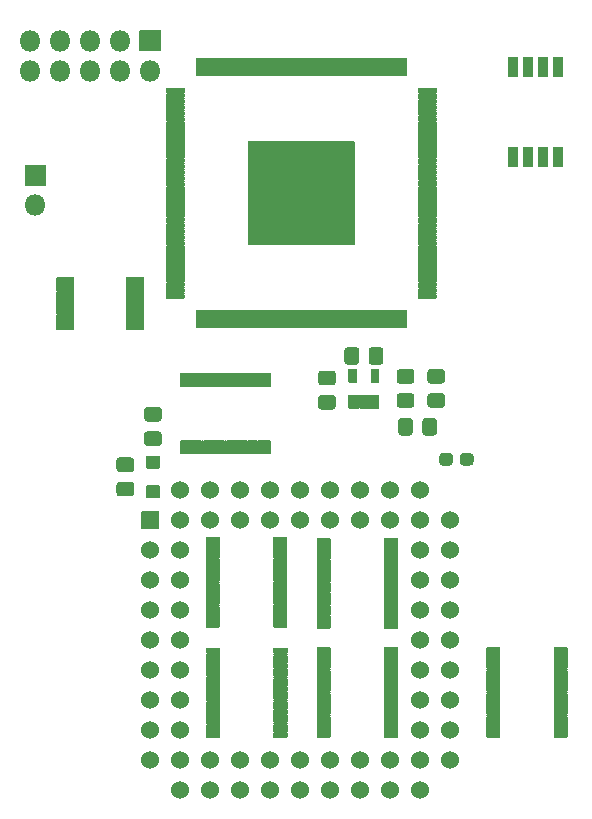
<source format=gbr>
G04 #@! TF.GenerationSoftware,KiCad,Pcbnew,(5.1.8)-1*
G04 #@! TF.CreationDate,2021-01-30T15:14:53+00:00*
G04 #@! TF.ProjectId,ElectronULA,456c6563-7472-46f6-9e55-4c412e6b6963,rev?*
G04 #@! TF.SameCoordinates,Original*
G04 #@! TF.FileFunction,Soldermask,Top*
G04 #@! TF.FilePolarity,Negative*
%FSLAX46Y46*%
G04 Gerber Fmt 4.6, Leading zero omitted, Abs format (unit mm)*
G04 Created by KiCad (PCBNEW (5.1.8)-1) date 2021-01-30 15:14:53*
%MOMM*%
%LPD*%
G01*
G04 APERTURE LIST*
%ADD10O,1.802000X1.802000*%
%ADD11C,1.524400*%
%ADD12C,0.150000*%
G04 APERTURE END LIST*
G36*
G01*
X139273040Y-78259600D02*
X139273040Y-77809600D01*
G75*
G02*
X139324040Y-77758600I51000J0D01*
G01*
X140774040Y-77758600D01*
G75*
G02*
X140825040Y-77809600I0J-51000D01*
G01*
X140825040Y-78259600D01*
G75*
G02*
X140774040Y-78310600I-51000J0D01*
G01*
X139324040Y-78310600D01*
G75*
G02*
X139273040Y-78259600I0J51000D01*
G01*
G37*
G36*
G01*
X139273040Y-78909600D02*
X139273040Y-78459600D01*
G75*
G02*
X139324040Y-78408600I51000J0D01*
G01*
X140774040Y-78408600D01*
G75*
G02*
X140825040Y-78459600I0J-51000D01*
G01*
X140825040Y-78909600D01*
G75*
G02*
X140774040Y-78960600I-51000J0D01*
G01*
X139324040Y-78960600D01*
G75*
G02*
X139273040Y-78909600I0J51000D01*
G01*
G37*
G36*
G01*
X139273040Y-79559600D02*
X139273040Y-79109600D01*
G75*
G02*
X139324040Y-79058600I51000J0D01*
G01*
X140774040Y-79058600D01*
G75*
G02*
X140825040Y-79109600I0J-51000D01*
G01*
X140825040Y-79559600D01*
G75*
G02*
X140774040Y-79610600I-51000J0D01*
G01*
X139324040Y-79610600D01*
G75*
G02*
X139273040Y-79559600I0J51000D01*
G01*
G37*
G36*
G01*
X139273040Y-80209600D02*
X139273040Y-79759600D01*
G75*
G02*
X139324040Y-79708600I51000J0D01*
G01*
X140774040Y-79708600D01*
G75*
G02*
X140825040Y-79759600I0J-51000D01*
G01*
X140825040Y-80209600D01*
G75*
G02*
X140774040Y-80260600I-51000J0D01*
G01*
X139324040Y-80260600D01*
G75*
G02*
X139273040Y-80209600I0J51000D01*
G01*
G37*
G36*
G01*
X139273040Y-80859600D02*
X139273040Y-80409600D01*
G75*
G02*
X139324040Y-80358600I51000J0D01*
G01*
X140774040Y-80358600D01*
G75*
G02*
X140825040Y-80409600I0J-51000D01*
G01*
X140825040Y-80859600D01*
G75*
G02*
X140774040Y-80910600I-51000J0D01*
G01*
X139324040Y-80910600D01*
G75*
G02*
X139273040Y-80859600I0J51000D01*
G01*
G37*
G36*
G01*
X139273040Y-81509600D02*
X139273040Y-81059600D01*
G75*
G02*
X139324040Y-81008600I51000J0D01*
G01*
X140774040Y-81008600D01*
G75*
G02*
X140825040Y-81059600I0J-51000D01*
G01*
X140825040Y-81509600D01*
G75*
G02*
X140774040Y-81560600I-51000J0D01*
G01*
X139324040Y-81560600D01*
G75*
G02*
X139273040Y-81509600I0J51000D01*
G01*
G37*
G36*
G01*
X139273040Y-82159600D02*
X139273040Y-81709600D01*
G75*
G02*
X139324040Y-81658600I51000J0D01*
G01*
X140774040Y-81658600D01*
G75*
G02*
X140825040Y-81709600I0J-51000D01*
G01*
X140825040Y-82159600D01*
G75*
G02*
X140774040Y-82210600I-51000J0D01*
G01*
X139324040Y-82210600D01*
G75*
G02*
X139273040Y-82159600I0J51000D01*
G01*
G37*
G36*
G01*
X133373040Y-82159600D02*
X133373040Y-81709600D01*
G75*
G02*
X133424040Y-81658600I51000J0D01*
G01*
X134874040Y-81658600D01*
G75*
G02*
X134925040Y-81709600I0J-51000D01*
G01*
X134925040Y-82159600D01*
G75*
G02*
X134874040Y-82210600I-51000J0D01*
G01*
X133424040Y-82210600D01*
G75*
G02*
X133373040Y-82159600I0J51000D01*
G01*
G37*
G36*
G01*
X133373040Y-81509600D02*
X133373040Y-81059600D01*
G75*
G02*
X133424040Y-81008600I51000J0D01*
G01*
X134874040Y-81008600D01*
G75*
G02*
X134925040Y-81059600I0J-51000D01*
G01*
X134925040Y-81509600D01*
G75*
G02*
X134874040Y-81560600I-51000J0D01*
G01*
X133424040Y-81560600D01*
G75*
G02*
X133373040Y-81509600I0J51000D01*
G01*
G37*
G36*
G01*
X133373040Y-80859600D02*
X133373040Y-80409600D01*
G75*
G02*
X133424040Y-80358600I51000J0D01*
G01*
X134874040Y-80358600D01*
G75*
G02*
X134925040Y-80409600I0J-51000D01*
G01*
X134925040Y-80859600D01*
G75*
G02*
X134874040Y-80910600I-51000J0D01*
G01*
X133424040Y-80910600D01*
G75*
G02*
X133373040Y-80859600I0J51000D01*
G01*
G37*
G36*
G01*
X133373040Y-80209600D02*
X133373040Y-79759600D01*
G75*
G02*
X133424040Y-79708600I51000J0D01*
G01*
X134874040Y-79708600D01*
G75*
G02*
X134925040Y-79759600I0J-51000D01*
G01*
X134925040Y-80209600D01*
G75*
G02*
X134874040Y-80260600I-51000J0D01*
G01*
X133424040Y-80260600D01*
G75*
G02*
X133373040Y-80209600I0J51000D01*
G01*
G37*
G36*
G01*
X133373040Y-79559600D02*
X133373040Y-79109600D01*
G75*
G02*
X133424040Y-79058600I51000J0D01*
G01*
X134874040Y-79058600D01*
G75*
G02*
X134925040Y-79109600I0J-51000D01*
G01*
X134925040Y-79559600D01*
G75*
G02*
X134874040Y-79610600I-51000J0D01*
G01*
X133424040Y-79610600D01*
G75*
G02*
X133373040Y-79559600I0J51000D01*
G01*
G37*
G36*
G01*
X133373040Y-78909600D02*
X133373040Y-78459600D01*
G75*
G02*
X133424040Y-78408600I51000J0D01*
G01*
X134874040Y-78408600D01*
G75*
G02*
X134925040Y-78459600I0J-51000D01*
G01*
X134925040Y-78909600D01*
G75*
G02*
X134874040Y-78960600I-51000J0D01*
G01*
X133424040Y-78960600D01*
G75*
G02*
X133373040Y-78909600I0J51000D01*
G01*
G37*
G36*
G01*
X133373040Y-78259600D02*
X133373040Y-77809600D01*
G75*
G02*
X133424040Y-77758600I51000J0D01*
G01*
X134874040Y-77758600D01*
G75*
G02*
X134925040Y-77809600I0J-51000D01*
G01*
X134925040Y-78259600D01*
G75*
G02*
X134874040Y-78310600I-51000J0D01*
G01*
X133424040Y-78310600D01*
G75*
G02*
X133373040Y-78259600I0J51000D01*
G01*
G37*
G36*
G01*
X175464200Y-66723160D02*
X176224200Y-66723160D01*
G75*
G02*
X176275200Y-66774160I0J-51000D01*
G01*
X176275200Y-68374160D01*
G75*
G02*
X176224200Y-68425160I-51000J0D01*
G01*
X175464200Y-68425160D01*
G75*
G02*
X175413200Y-68374160I0J51000D01*
G01*
X175413200Y-66774160D01*
G75*
G02*
X175464200Y-66723160I51000J0D01*
G01*
G37*
G36*
G01*
X171654200Y-59103160D02*
X172414200Y-59103160D01*
G75*
G02*
X172465200Y-59154160I0J-51000D01*
G01*
X172465200Y-60754160D01*
G75*
G02*
X172414200Y-60805160I-51000J0D01*
G01*
X171654200Y-60805160D01*
G75*
G02*
X171603200Y-60754160I0J51000D01*
G01*
X171603200Y-59154160D01*
G75*
G02*
X171654200Y-59103160I51000J0D01*
G01*
G37*
G36*
G01*
X174194200Y-66723160D02*
X174954200Y-66723160D01*
G75*
G02*
X175005200Y-66774160I0J-51000D01*
G01*
X175005200Y-68374160D01*
G75*
G02*
X174954200Y-68425160I-51000J0D01*
G01*
X174194200Y-68425160D01*
G75*
G02*
X174143200Y-68374160I0J51000D01*
G01*
X174143200Y-66774160D01*
G75*
G02*
X174194200Y-66723160I51000J0D01*
G01*
G37*
G36*
G01*
X172924200Y-59103160D02*
X173684200Y-59103160D01*
G75*
G02*
X173735200Y-59154160I0J-51000D01*
G01*
X173735200Y-60754160D01*
G75*
G02*
X173684200Y-60805160I-51000J0D01*
G01*
X172924200Y-60805160D01*
G75*
G02*
X172873200Y-60754160I0J51000D01*
G01*
X172873200Y-59154160D01*
G75*
G02*
X172924200Y-59103160I51000J0D01*
G01*
G37*
G36*
G01*
X172924200Y-66723160D02*
X173684200Y-66723160D01*
G75*
G02*
X173735200Y-66774160I0J-51000D01*
G01*
X173735200Y-68374160D01*
G75*
G02*
X173684200Y-68425160I-51000J0D01*
G01*
X172924200Y-68425160D01*
G75*
G02*
X172873200Y-68374160I0J51000D01*
G01*
X172873200Y-66774160D01*
G75*
G02*
X172924200Y-66723160I51000J0D01*
G01*
G37*
G36*
G01*
X174194200Y-59103160D02*
X174954200Y-59103160D01*
G75*
G02*
X175005200Y-59154160I0J-51000D01*
G01*
X175005200Y-60754160D01*
G75*
G02*
X174954200Y-60805160I-51000J0D01*
G01*
X174194200Y-60805160D01*
G75*
G02*
X174143200Y-60754160I0J51000D01*
G01*
X174143200Y-59154160D01*
G75*
G02*
X174194200Y-59103160I51000J0D01*
G01*
G37*
G36*
G01*
X171654200Y-66723160D02*
X172414200Y-66723160D01*
G75*
G02*
X172465200Y-66774160I0J-51000D01*
G01*
X172465200Y-68374160D01*
G75*
G02*
X172414200Y-68425160I-51000J0D01*
G01*
X171654200Y-68425160D01*
G75*
G02*
X171603200Y-68374160I0J51000D01*
G01*
X171603200Y-66774160D01*
G75*
G02*
X171654200Y-66723160I51000J0D01*
G01*
G37*
G36*
G01*
X175464200Y-59103160D02*
X176224200Y-59103160D01*
G75*
G02*
X176275200Y-59154160I0J-51000D01*
G01*
X176275200Y-60754160D01*
G75*
G02*
X176224200Y-60805160I-51000J0D01*
G01*
X175464200Y-60805160D01*
G75*
G02*
X175413200Y-60754160I0J51000D01*
G01*
X175413200Y-59154160D01*
G75*
G02*
X175464200Y-59103160I51000J0D01*
G01*
G37*
D10*
X131620260Y-71653400D03*
G36*
G01*
X130719260Y-69963400D02*
X130719260Y-68263400D01*
G75*
G02*
X130770260Y-68212400I51000J0D01*
G01*
X132470260Y-68212400D01*
G75*
G02*
X132521260Y-68263400I0J-51000D01*
G01*
X132521260Y-69963400D01*
G75*
G02*
X132470260Y-70014400I-51000J0D01*
G01*
X130770260Y-70014400D01*
G75*
G02*
X130719260Y-69963400I0J51000D01*
G01*
G37*
G36*
G01*
X166965080Y-92891500D02*
X166965080Y-93417500D01*
G75*
G02*
X166702080Y-93680500I-263000J0D01*
G01*
X166076080Y-93680500D01*
G75*
G02*
X165813080Y-93417500I0J263000D01*
G01*
X165813080Y-92891500D01*
G75*
G02*
X166076080Y-92628500I263000J0D01*
G01*
X166702080Y-92628500D01*
G75*
G02*
X166965080Y-92891500I0J-263000D01*
G01*
G37*
G36*
G01*
X168715080Y-92891500D02*
X168715080Y-93417500D01*
G75*
G02*
X168452080Y-93680500I-263000J0D01*
G01*
X167826080Y-93680500D01*
G75*
G02*
X167563080Y-93417500I0J263000D01*
G01*
X167563080Y-92891500D01*
G75*
G02*
X167826080Y-92628500I263000J0D01*
G01*
X168452080Y-92628500D01*
G75*
G02*
X168715080Y-92891500I0J-263000D01*
G01*
G37*
X131165600Y-60251340D03*
X131165600Y-57711340D03*
X133705600Y-60251340D03*
X133705600Y-57711340D03*
X136245600Y-60251340D03*
X136245600Y-57711340D03*
X138785600Y-60251340D03*
X138785600Y-57711340D03*
X141325600Y-60251340D03*
G36*
G01*
X140475600Y-56810340D02*
X142175600Y-56810340D01*
G75*
G02*
X142226600Y-56861340I0J-51000D01*
G01*
X142226600Y-58561340D01*
G75*
G02*
X142175600Y-58612340I-51000J0D01*
G01*
X140475600Y-58612340D01*
G75*
G02*
X140424600Y-58561340I0J51000D01*
G01*
X140424600Y-56861340D01*
G75*
G02*
X140475600Y-56810340I51000J0D01*
G01*
G37*
G36*
G01*
X159836200Y-84879828D02*
X159836200Y-83922172D01*
G75*
G02*
X160108372Y-83650000I272172J0D01*
G01*
X160816028Y-83650000D01*
G75*
G02*
X161088200Y-83922172I0J-272172D01*
G01*
X161088200Y-84879828D01*
G75*
G02*
X160816028Y-85152000I-272172J0D01*
G01*
X160108372Y-85152000D01*
G75*
G02*
X159836200Y-84879828I0J272172D01*
G01*
G37*
G36*
G01*
X157786200Y-84879828D02*
X157786200Y-83922172D01*
G75*
G02*
X158058372Y-83650000I272172J0D01*
G01*
X158766028Y-83650000D01*
G75*
G02*
X159038200Y-83922172I0J-272172D01*
G01*
X159038200Y-84879828D01*
G75*
G02*
X158766028Y-85152000I-272172J0D01*
G01*
X158058372Y-85152000D01*
G75*
G02*
X157786200Y-84879828I0J272172D01*
G01*
G37*
G36*
G01*
X149621200Y-74971000D02*
X149621200Y-66271000D01*
G75*
G02*
X149672200Y-66220000I51000J0D01*
G01*
X158602200Y-66220000D01*
G75*
G02*
X158653200Y-66271000I0J-51000D01*
G01*
X158653200Y-74971000D01*
G75*
G02*
X158602200Y-75022000I-51000J0D01*
G01*
X149672200Y-75022000D01*
G75*
G02*
X149621200Y-74971000I0J51000D01*
G01*
G37*
G36*
G01*
X145196200Y-60686000D02*
X145196200Y-59216000D01*
G75*
G02*
X145247200Y-59165000I51000J0D01*
G01*
X145527200Y-59165000D01*
G75*
G02*
X145578200Y-59216000I0J-51000D01*
G01*
X145578200Y-60686000D01*
G75*
G02*
X145527200Y-60737000I-51000J0D01*
G01*
X145247200Y-60737000D01*
G75*
G02*
X145196200Y-60686000I0J51000D01*
G01*
G37*
G36*
G01*
X145696200Y-60686000D02*
X145696200Y-59216000D01*
G75*
G02*
X145747200Y-59165000I51000J0D01*
G01*
X146027200Y-59165000D01*
G75*
G02*
X146078200Y-59216000I0J-51000D01*
G01*
X146078200Y-60686000D01*
G75*
G02*
X146027200Y-60737000I-51000J0D01*
G01*
X145747200Y-60737000D01*
G75*
G02*
X145696200Y-60686000I0J51000D01*
G01*
G37*
G36*
G01*
X146196200Y-60686000D02*
X146196200Y-59216000D01*
G75*
G02*
X146247200Y-59165000I51000J0D01*
G01*
X146527200Y-59165000D01*
G75*
G02*
X146578200Y-59216000I0J-51000D01*
G01*
X146578200Y-60686000D01*
G75*
G02*
X146527200Y-60737000I-51000J0D01*
G01*
X146247200Y-60737000D01*
G75*
G02*
X146196200Y-60686000I0J51000D01*
G01*
G37*
G36*
G01*
X146696200Y-60686000D02*
X146696200Y-59216000D01*
G75*
G02*
X146747200Y-59165000I51000J0D01*
G01*
X147027200Y-59165000D01*
G75*
G02*
X147078200Y-59216000I0J-51000D01*
G01*
X147078200Y-60686000D01*
G75*
G02*
X147027200Y-60737000I-51000J0D01*
G01*
X146747200Y-60737000D01*
G75*
G02*
X146696200Y-60686000I0J51000D01*
G01*
G37*
G36*
G01*
X147196200Y-60686000D02*
X147196200Y-59216000D01*
G75*
G02*
X147247200Y-59165000I51000J0D01*
G01*
X147527200Y-59165000D01*
G75*
G02*
X147578200Y-59216000I0J-51000D01*
G01*
X147578200Y-60686000D01*
G75*
G02*
X147527200Y-60737000I-51000J0D01*
G01*
X147247200Y-60737000D01*
G75*
G02*
X147196200Y-60686000I0J51000D01*
G01*
G37*
G36*
G01*
X147696200Y-60686000D02*
X147696200Y-59216000D01*
G75*
G02*
X147747200Y-59165000I51000J0D01*
G01*
X148027200Y-59165000D01*
G75*
G02*
X148078200Y-59216000I0J-51000D01*
G01*
X148078200Y-60686000D01*
G75*
G02*
X148027200Y-60737000I-51000J0D01*
G01*
X147747200Y-60737000D01*
G75*
G02*
X147696200Y-60686000I0J51000D01*
G01*
G37*
G36*
G01*
X148196200Y-60686000D02*
X148196200Y-59216000D01*
G75*
G02*
X148247200Y-59165000I51000J0D01*
G01*
X148527200Y-59165000D01*
G75*
G02*
X148578200Y-59216000I0J-51000D01*
G01*
X148578200Y-60686000D01*
G75*
G02*
X148527200Y-60737000I-51000J0D01*
G01*
X148247200Y-60737000D01*
G75*
G02*
X148196200Y-60686000I0J51000D01*
G01*
G37*
G36*
G01*
X148696200Y-60686000D02*
X148696200Y-59216000D01*
G75*
G02*
X148747200Y-59165000I51000J0D01*
G01*
X149027200Y-59165000D01*
G75*
G02*
X149078200Y-59216000I0J-51000D01*
G01*
X149078200Y-60686000D01*
G75*
G02*
X149027200Y-60737000I-51000J0D01*
G01*
X148747200Y-60737000D01*
G75*
G02*
X148696200Y-60686000I0J51000D01*
G01*
G37*
G36*
G01*
X149196200Y-60686000D02*
X149196200Y-59216000D01*
G75*
G02*
X149247200Y-59165000I51000J0D01*
G01*
X149527200Y-59165000D01*
G75*
G02*
X149578200Y-59216000I0J-51000D01*
G01*
X149578200Y-60686000D01*
G75*
G02*
X149527200Y-60737000I-51000J0D01*
G01*
X149247200Y-60737000D01*
G75*
G02*
X149196200Y-60686000I0J51000D01*
G01*
G37*
G36*
G01*
X149696200Y-60686000D02*
X149696200Y-59216000D01*
G75*
G02*
X149747200Y-59165000I51000J0D01*
G01*
X150027200Y-59165000D01*
G75*
G02*
X150078200Y-59216000I0J-51000D01*
G01*
X150078200Y-60686000D01*
G75*
G02*
X150027200Y-60737000I-51000J0D01*
G01*
X149747200Y-60737000D01*
G75*
G02*
X149696200Y-60686000I0J51000D01*
G01*
G37*
G36*
G01*
X150196200Y-60686000D02*
X150196200Y-59216000D01*
G75*
G02*
X150247200Y-59165000I51000J0D01*
G01*
X150527200Y-59165000D01*
G75*
G02*
X150578200Y-59216000I0J-51000D01*
G01*
X150578200Y-60686000D01*
G75*
G02*
X150527200Y-60737000I-51000J0D01*
G01*
X150247200Y-60737000D01*
G75*
G02*
X150196200Y-60686000I0J51000D01*
G01*
G37*
G36*
G01*
X150696200Y-60686000D02*
X150696200Y-59216000D01*
G75*
G02*
X150747200Y-59165000I51000J0D01*
G01*
X151027200Y-59165000D01*
G75*
G02*
X151078200Y-59216000I0J-51000D01*
G01*
X151078200Y-60686000D01*
G75*
G02*
X151027200Y-60737000I-51000J0D01*
G01*
X150747200Y-60737000D01*
G75*
G02*
X150696200Y-60686000I0J51000D01*
G01*
G37*
G36*
G01*
X151196200Y-60686000D02*
X151196200Y-59216000D01*
G75*
G02*
X151247200Y-59165000I51000J0D01*
G01*
X151527200Y-59165000D01*
G75*
G02*
X151578200Y-59216000I0J-51000D01*
G01*
X151578200Y-60686000D01*
G75*
G02*
X151527200Y-60737000I-51000J0D01*
G01*
X151247200Y-60737000D01*
G75*
G02*
X151196200Y-60686000I0J51000D01*
G01*
G37*
G36*
G01*
X151696200Y-60686000D02*
X151696200Y-59216000D01*
G75*
G02*
X151747200Y-59165000I51000J0D01*
G01*
X152027200Y-59165000D01*
G75*
G02*
X152078200Y-59216000I0J-51000D01*
G01*
X152078200Y-60686000D01*
G75*
G02*
X152027200Y-60737000I-51000J0D01*
G01*
X151747200Y-60737000D01*
G75*
G02*
X151696200Y-60686000I0J51000D01*
G01*
G37*
G36*
G01*
X152196200Y-60686000D02*
X152196200Y-59216000D01*
G75*
G02*
X152247200Y-59165000I51000J0D01*
G01*
X152527200Y-59165000D01*
G75*
G02*
X152578200Y-59216000I0J-51000D01*
G01*
X152578200Y-60686000D01*
G75*
G02*
X152527200Y-60737000I-51000J0D01*
G01*
X152247200Y-60737000D01*
G75*
G02*
X152196200Y-60686000I0J51000D01*
G01*
G37*
G36*
G01*
X152696200Y-60686000D02*
X152696200Y-59216000D01*
G75*
G02*
X152747200Y-59165000I51000J0D01*
G01*
X153027200Y-59165000D01*
G75*
G02*
X153078200Y-59216000I0J-51000D01*
G01*
X153078200Y-60686000D01*
G75*
G02*
X153027200Y-60737000I-51000J0D01*
G01*
X152747200Y-60737000D01*
G75*
G02*
X152696200Y-60686000I0J51000D01*
G01*
G37*
G36*
G01*
X153196200Y-60686000D02*
X153196200Y-59216000D01*
G75*
G02*
X153247200Y-59165000I51000J0D01*
G01*
X153527200Y-59165000D01*
G75*
G02*
X153578200Y-59216000I0J-51000D01*
G01*
X153578200Y-60686000D01*
G75*
G02*
X153527200Y-60737000I-51000J0D01*
G01*
X153247200Y-60737000D01*
G75*
G02*
X153196200Y-60686000I0J51000D01*
G01*
G37*
G36*
G01*
X153696200Y-60686000D02*
X153696200Y-59216000D01*
G75*
G02*
X153747200Y-59165000I51000J0D01*
G01*
X154027200Y-59165000D01*
G75*
G02*
X154078200Y-59216000I0J-51000D01*
G01*
X154078200Y-60686000D01*
G75*
G02*
X154027200Y-60737000I-51000J0D01*
G01*
X153747200Y-60737000D01*
G75*
G02*
X153696200Y-60686000I0J51000D01*
G01*
G37*
G36*
G01*
X154196200Y-60686000D02*
X154196200Y-59216000D01*
G75*
G02*
X154247200Y-59165000I51000J0D01*
G01*
X154527200Y-59165000D01*
G75*
G02*
X154578200Y-59216000I0J-51000D01*
G01*
X154578200Y-60686000D01*
G75*
G02*
X154527200Y-60737000I-51000J0D01*
G01*
X154247200Y-60737000D01*
G75*
G02*
X154196200Y-60686000I0J51000D01*
G01*
G37*
G36*
G01*
X154696200Y-60686000D02*
X154696200Y-59216000D01*
G75*
G02*
X154747200Y-59165000I51000J0D01*
G01*
X155027200Y-59165000D01*
G75*
G02*
X155078200Y-59216000I0J-51000D01*
G01*
X155078200Y-60686000D01*
G75*
G02*
X155027200Y-60737000I-51000J0D01*
G01*
X154747200Y-60737000D01*
G75*
G02*
X154696200Y-60686000I0J51000D01*
G01*
G37*
G36*
G01*
X155196200Y-60686000D02*
X155196200Y-59216000D01*
G75*
G02*
X155247200Y-59165000I51000J0D01*
G01*
X155527200Y-59165000D01*
G75*
G02*
X155578200Y-59216000I0J-51000D01*
G01*
X155578200Y-60686000D01*
G75*
G02*
X155527200Y-60737000I-51000J0D01*
G01*
X155247200Y-60737000D01*
G75*
G02*
X155196200Y-60686000I0J51000D01*
G01*
G37*
G36*
G01*
X155696200Y-60686000D02*
X155696200Y-59216000D01*
G75*
G02*
X155747200Y-59165000I51000J0D01*
G01*
X156027200Y-59165000D01*
G75*
G02*
X156078200Y-59216000I0J-51000D01*
G01*
X156078200Y-60686000D01*
G75*
G02*
X156027200Y-60737000I-51000J0D01*
G01*
X155747200Y-60737000D01*
G75*
G02*
X155696200Y-60686000I0J51000D01*
G01*
G37*
G36*
G01*
X156196200Y-60686000D02*
X156196200Y-59216000D01*
G75*
G02*
X156247200Y-59165000I51000J0D01*
G01*
X156527200Y-59165000D01*
G75*
G02*
X156578200Y-59216000I0J-51000D01*
G01*
X156578200Y-60686000D01*
G75*
G02*
X156527200Y-60737000I-51000J0D01*
G01*
X156247200Y-60737000D01*
G75*
G02*
X156196200Y-60686000I0J51000D01*
G01*
G37*
G36*
G01*
X156696200Y-60686000D02*
X156696200Y-59216000D01*
G75*
G02*
X156747200Y-59165000I51000J0D01*
G01*
X157027200Y-59165000D01*
G75*
G02*
X157078200Y-59216000I0J-51000D01*
G01*
X157078200Y-60686000D01*
G75*
G02*
X157027200Y-60737000I-51000J0D01*
G01*
X156747200Y-60737000D01*
G75*
G02*
X156696200Y-60686000I0J51000D01*
G01*
G37*
G36*
G01*
X157196200Y-60686000D02*
X157196200Y-59216000D01*
G75*
G02*
X157247200Y-59165000I51000J0D01*
G01*
X157527200Y-59165000D01*
G75*
G02*
X157578200Y-59216000I0J-51000D01*
G01*
X157578200Y-60686000D01*
G75*
G02*
X157527200Y-60737000I-51000J0D01*
G01*
X157247200Y-60737000D01*
G75*
G02*
X157196200Y-60686000I0J51000D01*
G01*
G37*
G36*
G01*
X157696200Y-60686000D02*
X157696200Y-59216000D01*
G75*
G02*
X157747200Y-59165000I51000J0D01*
G01*
X158027200Y-59165000D01*
G75*
G02*
X158078200Y-59216000I0J-51000D01*
G01*
X158078200Y-60686000D01*
G75*
G02*
X158027200Y-60737000I-51000J0D01*
G01*
X157747200Y-60737000D01*
G75*
G02*
X157696200Y-60686000I0J51000D01*
G01*
G37*
G36*
G01*
X158196200Y-60686000D02*
X158196200Y-59216000D01*
G75*
G02*
X158247200Y-59165000I51000J0D01*
G01*
X158527200Y-59165000D01*
G75*
G02*
X158578200Y-59216000I0J-51000D01*
G01*
X158578200Y-60686000D01*
G75*
G02*
X158527200Y-60737000I-51000J0D01*
G01*
X158247200Y-60737000D01*
G75*
G02*
X158196200Y-60686000I0J51000D01*
G01*
G37*
G36*
G01*
X158696200Y-60686000D02*
X158696200Y-59216000D01*
G75*
G02*
X158747200Y-59165000I51000J0D01*
G01*
X159027200Y-59165000D01*
G75*
G02*
X159078200Y-59216000I0J-51000D01*
G01*
X159078200Y-60686000D01*
G75*
G02*
X159027200Y-60737000I-51000J0D01*
G01*
X158747200Y-60737000D01*
G75*
G02*
X158696200Y-60686000I0J51000D01*
G01*
G37*
G36*
G01*
X159196200Y-60686000D02*
X159196200Y-59216000D01*
G75*
G02*
X159247200Y-59165000I51000J0D01*
G01*
X159527200Y-59165000D01*
G75*
G02*
X159578200Y-59216000I0J-51000D01*
G01*
X159578200Y-60686000D01*
G75*
G02*
X159527200Y-60737000I-51000J0D01*
G01*
X159247200Y-60737000D01*
G75*
G02*
X159196200Y-60686000I0J51000D01*
G01*
G37*
G36*
G01*
X159696200Y-60686000D02*
X159696200Y-59216000D01*
G75*
G02*
X159747200Y-59165000I51000J0D01*
G01*
X160027200Y-59165000D01*
G75*
G02*
X160078200Y-59216000I0J-51000D01*
G01*
X160078200Y-60686000D01*
G75*
G02*
X160027200Y-60737000I-51000J0D01*
G01*
X159747200Y-60737000D01*
G75*
G02*
X159696200Y-60686000I0J51000D01*
G01*
G37*
G36*
G01*
X160196200Y-60686000D02*
X160196200Y-59216000D01*
G75*
G02*
X160247200Y-59165000I51000J0D01*
G01*
X160527200Y-59165000D01*
G75*
G02*
X160578200Y-59216000I0J-51000D01*
G01*
X160578200Y-60686000D01*
G75*
G02*
X160527200Y-60737000I-51000J0D01*
G01*
X160247200Y-60737000D01*
G75*
G02*
X160196200Y-60686000I0J51000D01*
G01*
G37*
G36*
G01*
X160696200Y-60686000D02*
X160696200Y-59216000D01*
G75*
G02*
X160747200Y-59165000I51000J0D01*
G01*
X161027200Y-59165000D01*
G75*
G02*
X161078200Y-59216000I0J-51000D01*
G01*
X161078200Y-60686000D01*
G75*
G02*
X161027200Y-60737000I-51000J0D01*
G01*
X160747200Y-60737000D01*
G75*
G02*
X160696200Y-60686000I0J51000D01*
G01*
G37*
G36*
G01*
X161196200Y-60686000D02*
X161196200Y-59216000D01*
G75*
G02*
X161247200Y-59165000I51000J0D01*
G01*
X161527200Y-59165000D01*
G75*
G02*
X161578200Y-59216000I0J-51000D01*
G01*
X161578200Y-60686000D01*
G75*
G02*
X161527200Y-60737000I-51000J0D01*
G01*
X161247200Y-60737000D01*
G75*
G02*
X161196200Y-60686000I0J51000D01*
G01*
G37*
G36*
G01*
X161696200Y-60686000D02*
X161696200Y-59216000D01*
G75*
G02*
X161747200Y-59165000I51000J0D01*
G01*
X162027200Y-59165000D01*
G75*
G02*
X162078200Y-59216000I0J-51000D01*
G01*
X162078200Y-60686000D01*
G75*
G02*
X162027200Y-60737000I-51000J0D01*
G01*
X161747200Y-60737000D01*
G75*
G02*
X161696200Y-60686000I0J51000D01*
G01*
G37*
G36*
G01*
X162196200Y-60686000D02*
X162196200Y-59216000D01*
G75*
G02*
X162247200Y-59165000I51000J0D01*
G01*
X162527200Y-59165000D01*
G75*
G02*
X162578200Y-59216000I0J-51000D01*
G01*
X162578200Y-60686000D01*
G75*
G02*
X162527200Y-60737000I-51000J0D01*
G01*
X162247200Y-60737000D01*
G75*
G02*
X162196200Y-60686000I0J51000D01*
G01*
G37*
G36*
G01*
X162696200Y-60686000D02*
X162696200Y-59216000D01*
G75*
G02*
X162747200Y-59165000I51000J0D01*
G01*
X163027200Y-59165000D01*
G75*
G02*
X163078200Y-59216000I0J-51000D01*
G01*
X163078200Y-60686000D01*
G75*
G02*
X163027200Y-60737000I-51000J0D01*
G01*
X162747200Y-60737000D01*
G75*
G02*
X162696200Y-60686000I0J51000D01*
G01*
G37*
G36*
G01*
X164021200Y-62011000D02*
X164021200Y-61731000D01*
G75*
G02*
X164072200Y-61680000I51000J0D01*
G01*
X165542200Y-61680000D01*
G75*
G02*
X165593200Y-61731000I0J-51000D01*
G01*
X165593200Y-62011000D01*
G75*
G02*
X165542200Y-62062000I-51000J0D01*
G01*
X164072200Y-62062000D01*
G75*
G02*
X164021200Y-62011000I0J51000D01*
G01*
G37*
G36*
G01*
X164021200Y-62511000D02*
X164021200Y-62231000D01*
G75*
G02*
X164072200Y-62180000I51000J0D01*
G01*
X165542200Y-62180000D01*
G75*
G02*
X165593200Y-62231000I0J-51000D01*
G01*
X165593200Y-62511000D01*
G75*
G02*
X165542200Y-62562000I-51000J0D01*
G01*
X164072200Y-62562000D01*
G75*
G02*
X164021200Y-62511000I0J51000D01*
G01*
G37*
G36*
G01*
X164021200Y-63011000D02*
X164021200Y-62731000D01*
G75*
G02*
X164072200Y-62680000I51000J0D01*
G01*
X165542200Y-62680000D01*
G75*
G02*
X165593200Y-62731000I0J-51000D01*
G01*
X165593200Y-63011000D01*
G75*
G02*
X165542200Y-63062000I-51000J0D01*
G01*
X164072200Y-63062000D01*
G75*
G02*
X164021200Y-63011000I0J51000D01*
G01*
G37*
G36*
G01*
X164021200Y-63511000D02*
X164021200Y-63231000D01*
G75*
G02*
X164072200Y-63180000I51000J0D01*
G01*
X165542200Y-63180000D01*
G75*
G02*
X165593200Y-63231000I0J-51000D01*
G01*
X165593200Y-63511000D01*
G75*
G02*
X165542200Y-63562000I-51000J0D01*
G01*
X164072200Y-63562000D01*
G75*
G02*
X164021200Y-63511000I0J51000D01*
G01*
G37*
G36*
G01*
X164021200Y-64011000D02*
X164021200Y-63731000D01*
G75*
G02*
X164072200Y-63680000I51000J0D01*
G01*
X165542200Y-63680000D01*
G75*
G02*
X165593200Y-63731000I0J-51000D01*
G01*
X165593200Y-64011000D01*
G75*
G02*
X165542200Y-64062000I-51000J0D01*
G01*
X164072200Y-64062000D01*
G75*
G02*
X164021200Y-64011000I0J51000D01*
G01*
G37*
G36*
G01*
X164021200Y-64511000D02*
X164021200Y-64231000D01*
G75*
G02*
X164072200Y-64180000I51000J0D01*
G01*
X165542200Y-64180000D01*
G75*
G02*
X165593200Y-64231000I0J-51000D01*
G01*
X165593200Y-64511000D01*
G75*
G02*
X165542200Y-64562000I-51000J0D01*
G01*
X164072200Y-64562000D01*
G75*
G02*
X164021200Y-64511000I0J51000D01*
G01*
G37*
G36*
G01*
X164021200Y-65011000D02*
X164021200Y-64731000D01*
G75*
G02*
X164072200Y-64680000I51000J0D01*
G01*
X165542200Y-64680000D01*
G75*
G02*
X165593200Y-64731000I0J-51000D01*
G01*
X165593200Y-65011000D01*
G75*
G02*
X165542200Y-65062000I-51000J0D01*
G01*
X164072200Y-65062000D01*
G75*
G02*
X164021200Y-65011000I0J51000D01*
G01*
G37*
G36*
G01*
X164021200Y-65511000D02*
X164021200Y-65231000D01*
G75*
G02*
X164072200Y-65180000I51000J0D01*
G01*
X165542200Y-65180000D01*
G75*
G02*
X165593200Y-65231000I0J-51000D01*
G01*
X165593200Y-65511000D01*
G75*
G02*
X165542200Y-65562000I-51000J0D01*
G01*
X164072200Y-65562000D01*
G75*
G02*
X164021200Y-65511000I0J51000D01*
G01*
G37*
G36*
G01*
X164021200Y-66011000D02*
X164021200Y-65731000D01*
G75*
G02*
X164072200Y-65680000I51000J0D01*
G01*
X165542200Y-65680000D01*
G75*
G02*
X165593200Y-65731000I0J-51000D01*
G01*
X165593200Y-66011000D01*
G75*
G02*
X165542200Y-66062000I-51000J0D01*
G01*
X164072200Y-66062000D01*
G75*
G02*
X164021200Y-66011000I0J51000D01*
G01*
G37*
G36*
G01*
X164021200Y-66511000D02*
X164021200Y-66231000D01*
G75*
G02*
X164072200Y-66180000I51000J0D01*
G01*
X165542200Y-66180000D01*
G75*
G02*
X165593200Y-66231000I0J-51000D01*
G01*
X165593200Y-66511000D01*
G75*
G02*
X165542200Y-66562000I-51000J0D01*
G01*
X164072200Y-66562000D01*
G75*
G02*
X164021200Y-66511000I0J51000D01*
G01*
G37*
G36*
G01*
X164021200Y-67011000D02*
X164021200Y-66731000D01*
G75*
G02*
X164072200Y-66680000I51000J0D01*
G01*
X165542200Y-66680000D01*
G75*
G02*
X165593200Y-66731000I0J-51000D01*
G01*
X165593200Y-67011000D01*
G75*
G02*
X165542200Y-67062000I-51000J0D01*
G01*
X164072200Y-67062000D01*
G75*
G02*
X164021200Y-67011000I0J51000D01*
G01*
G37*
G36*
G01*
X164021200Y-67511000D02*
X164021200Y-67231000D01*
G75*
G02*
X164072200Y-67180000I51000J0D01*
G01*
X165542200Y-67180000D01*
G75*
G02*
X165593200Y-67231000I0J-51000D01*
G01*
X165593200Y-67511000D01*
G75*
G02*
X165542200Y-67562000I-51000J0D01*
G01*
X164072200Y-67562000D01*
G75*
G02*
X164021200Y-67511000I0J51000D01*
G01*
G37*
G36*
G01*
X164021200Y-68011000D02*
X164021200Y-67731000D01*
G75*
G02*
X164072200Y-67680000I51000J0D01*
G01*
X165542200Y-67680000D01*
G75*
G02*
X165593200Y-67731000I0J-51000D01*
G01*
X165593200Y-68011000D01*
G75*
G02*
X165542200Y-68062000I-51000J0D01*
G01*
X164072200Y-68062000D01*
G75*
G02*
X164021200Y-68011000I0J51000D01*
G01*
G37*
G36*
G01*
X164021200Y-68511000D02*
X164021200Y-68231000D01*
G75*
G02*
X164072200Y-68180000I51000J0D01*
G01*
X165542200Y-68180000D01*
G75*
G02*
X165593200Y-68231000I0J-51000D01*
G01*
X165593200Y-68511000D01*
G75*
G02*
X165542200Y-68562000I-51000J0D01*
G01*
X164072200Y-68562000D01*
G75*
G02*
X164021200Y-68511000I0J51000D01*
G01*
G37*
G36*
G01*
X164021200Y-69011000D02*
X164021200Y-68731000D01*
G75*
G02*
X164072200Y-68680000I51000J0D01*
G01*
X165542200Y-68680000D01*
G75*
G02*
X165593200Y-68731000I0J-51000D01*
G01*
X165593200Y-69011000D01*
G75*
G02*
X165542200Y-69062000I-51000J0D01*
G01*
X164072200Y-69062000D01*
G75*
G02*
X164021200Y-69011000I0J51000D01*
G01*
G37*
G36*
G01*
X164021200Y-69511000D02*
X164021200Y-69231000D01*
G75*
G02*
X164072200Y-69180000I51000J0D01*
G01*
X165542200Y-69180000D01*
G75*
G02*
X165593200Y-69231000I0J-51000D01*
G01*
X165593200Y-69511000D01*
G75*
G02*
X165542200Y-69562000I-51000J0D01*
G01*
X164072200Y-69562000D01*
G75*
G02*
X164021200Y-69511000I0J51000D01*
G01*
G37*
G36*
G01*
X164021200Y-70011000D02*
X164021200Y-69731000D01*
G75*
G02*
X164072200Y-69680000I51000J0D01*
G01*
X165542200Y-69680000D01*
G75*
G02*
X165593200Y-69731000I0J-51000D01*
G01*
X165593200Y-70011000D01*
G75*
G02*
X165542200Y-70062000I-51000J0D01*
G01*
X164072200Y-70062000D01*
G75*
G02*
X164021200Y-70011000I0J51000D01*
G01*
G37*
G36*
G01*
X164021200Y-70511000D02*
X164021200Y-70231000D01*
G75*
G02*
X164072200Y-70180000I51000J0D01*
G01*
X165542200Y-70180000D01*
G75*
G02*
X165593200Y-70231000I0J-51000D01*
G01*
X165593200Y-70511000D01*
G75*
G02*
X165542200Y-70562000I-51000J0D01*
G01*
X164072200Y-70562000D01*
G75*
G02*
X164021200Y-70511000I0J51000D01*
G01*
G37*
G36*
G01*
X164021200Y-71011000D02*
X164021200Y-70731000D01*
G75*
G02*
X164072200Y-70680000I51000J0D01*
G01*
X165542200Y-70680000D01*
G75*
G02*
X165593200Y-70731000I0J-51000D01*
G01*
X165593200Y-71011000D01*
G75*
G02*
X165542200Y-71062000I-51000J0D01*
G01*
X164072200Y-71062000D01*
G75*
G02*
X164021200Y-71011000I0J51000D01*
G01*
G37*
G36*
G01*
X164021200Y-71511000D02*
X164021200Y-71231000D01*
G75*
G02*
X164072200Y-71180000I51000J0D01*
G01*
X165542200Y-71180000D01*
G75*
G02*
X165593200Y-71231000I0J-51000D01*
G01*
X165593200Y-71511000D01*
G75*
G02*
X165542200Y-71562000I-51000J0D01*
G01*
X164072200Y-71562000D01*
G75*
G02*
X164021200Y-71511000I0J51000D01*
G01*
G37*
G36*
G01*
X164021200Y-72011000D02*
X164021200Y-71731000D01*
G75*
G02*
X164072200Y-71680000I51000J0D01*
G01*
X165542200Y-71680000D01*
G75*
G02*
X165593200Y-71731000I0J-51000D01*
G01*
X165593200Y-72011000D01*
G75*
G02*
X165542200Y-72062000I-51000J0D01*
G01*
X164072200Y-72062000D01*
G75*
G02*
X164021200Y-72011000I0J51000D01*
G01*
G37*
G36*
G01*
X164021200Y-72511000D02*
X164021200Y-72231000D01*
G75*
G02*
X164072200Y-72180000I51000J0D01*
G01*
X165542200Y-72180000D01*
G75*
G02*
X165593200Y-72231000I0J-51000D01*
G01*
X165593200Y-72511000D01*
G75*
G02*
X165542200Y-72562000I-51000J0D01*
G01*
X164072200Y-72562000D01*
G75*
G02*
X164021200Y-72511000I0J51000D01*
G01*
G37*
G36*
G01*
X164021200Y-73011000D02*
X164021200Y-72731000D01*
G75*
G02*
X164072200Y-72680000I51000J0D01*
G01*
X165542200Y-72680000D01*
G75*
G02*
X165593200Y-72731000I0J-51000D01*
G01*
X165593200Y-73011000D01*
G75*
G02*
X165542200Y-73062000I-51000J0D01*
G01*
X164072200Y-73062000D01*
G75*
G02*
X164021200Y-73011000I0J51000D01*
G01*
G37*
G36*
G01*
X164021200Y-73511000D02*
X164021200Y-73231000D01*
G75*
G02*
X164072200Y-73180000I51000J0D01*
G01*
X165542200Y-73180000D01*
G75*
G02*
X165593200Y-73231000I0J-51000D01*
G01*
X165593200Y-73511000D01*
G75*
G02*
X165542200Y-73562000I-51000J0D01*
G01*
X164072200Y-73562000D01*
G75*
G02*
X164021200Y-73511000I0J51000D01*
G01*
G37*
G36*
G01*
X164021200Y-74011000D02*
X164021200Y-73731000D01*
G75*
G02*
X164072200Y-73680000I51000J0D01*
G01*
X165542200Y-73680000D01*
G75*
G02*
X165593200Y-73731000I0J-51000D01*
G01*
X165593200Y-74011000D01*
G75*
G02*
X165542200Y-74062000I-51000J0D01*
G01*
X164072200Y-74062000D01*
G75*
G02*
X164021200Y-74011000I0J51000D01*
G01*
G37*
G36*
G01*
X164021200Y-74511000D02*
X164021200Y-74231000D01*
G75*
G02*
X164072200Y-74180000I51000J0D01*
G01*
X165542200Y-74180000D01*
G75*
G02*
X165593200Y-74231000I0J-51000D01*
G01*
X165593200Y-74511000D01*
G75*
G02*
X165542200Y-74562000I-51000J0D01*
G01*
X164072200Y-74562000D01*
G75*
G02*
X164021200Y-74511000I0J51000D01*
G01*
G37*
G36*
G01*
X164021200Y-75011000D02*
X164021200Y-74731000D01*
G75*
G02*
X164072200Y-74680000I51000J0D01*
G01*
X165542200Y-74680000D01*
G75*
G02*
X165593200Y-74731000I0J-51000D01*
G01*
X165593200Y-75011000D01*
G75*
G02*
X165542200Y-75062000I-51000J0D01*
G01*
X164072200Y-75062000D01*
G75*
G02*
X164021200Y-75011000I0J51000D01*
G01*
G37*
G36*
G01*
X164021200Y-75511000D02*
X164021200Y-75231000D01*
G75*
G02*
X164072200Y-75180000I51000J0D01*
G01*
X165542200Y-75180000D01*
G75*
G02*
X165593200Y-75231000I0J-51000D01*
G01*
X165593200Y-75511000D01*
G75*
G02*
X165542200Y-75562000I-51000J0D01*
G01*
X164072200Y-75562000D01*
G75*
G02*
X164021200Y-75511000I0J51000D01*
G01*
G37*
G36*
G01*
X164021200Y-76011000D02*
X164021200Y-75731000D01*
G75*
G02*
X164072200Y-75680000I51000J0D01*
G01*
X165542200Y-75680000D01*
G75*
G02*
X165593200Y-75731000I0J-51000D01*
G01*
X165593200Y-76011000D01*
G75*
G02*
X165542200Y-76062000I-51000J0D01*
G01*
X164072200Y-76062000D01*
G75*
G02*
X164021200Y-76011000I0J51000D01*
G01*
G37*
G36*
G01*
X164021200Y-76511000D02*
X164021200Y-76231000D01*
G75*
G02*
X164072200Y-76180000I51000J0D01*
G01*
X165542200Y-76180000D01*
G75*
G02*
X165593200Y-76231000I0J-51000D01*
G01*
X165593200Y-76511000D01*
G75*
G02*
X165542200Y-76562000I-51000J0D01*
G01*
X164072200Y-76562000D01*
G75*
G02*
X164021200Y-76511000I0J51000D01*
G01*
G37*
G36*
G01*
X164021200Y-77011000D02*
X164021200Y-76731000D01*
G75*
G02*
X164072200Y-76680000I51000J0D01*
G01*
X165542200Y-76680000D01*
G75*
G02*
X165593200Y-76731000I0J-51000D01*
G01*
X165593200Y-77011000D01*
G75*
G02*
X165542200Y-77062000I-51000J0D01*
G01*
X164072200Y-77062000D01*
G75*
G02*
X164021200Y-77011000I0J51000D01*
G01*
G37*
G36*
G01*
X164021200Y-77511000D02*
X164021200Y-77231000D01*
G75*
G02*
X164072200Y-77180000I51000J0D01*
G01*
X165542200Y-77180000D01*
G75*
G02*
X165593200Y-77231000I0J-51000D01*
G01*
X165593200Y-77511000D01*
G75*
G02*
X165542200Y-77562000I-51000J0D01*
G01*
X164072200Y-77562000D01*
G75*
G02*
X164021200Y-77511000I0J51000D01*
G01*
G37*
G36*
G01*
X164021200Y-78011000D02*
X164021200Y-77731000D01*
G75*
G02*
X164072200Y-77680000I51000J0D01*
G01*
X165542200Y-77680000D01*
G75*
G02*
X165593200Y-77731000I0J-51000D01*
G01*
X165593200Y-78011000D01*
G75*
G02*
X165542200Y-78062000I-51000J0D01*
G01*
X164072200Y-78062000D01*
G75*
G02*
X164021200Y-78011000I0J51000D01*
G01*
G37*
G36*
G01*
X164021200Y-78511000D02*
X164021200Y-78231000D01*
G75*
G02*
X164072200Y-78180000I51000J0D01*
G01*
X165542200Y-78180000D01*
G75*
G02*
X165593200Y-78231000I0J-51000D01*
G01*
X165593200Y-78511000D01*
G75*
G02*
X165542200Y-78562000I-51000J0D01*
G01*
X164072200Y-78562000D01*
G75*
G02*
X164021200Y-78511000I0J51000D01*
G01*
G37*
G36*
G01*
X164021200Y-79011000D02*
X164021200Y-78731000D01*
G75*
G02*
X164072200Y-78680000I51000J0D01*
G01*
X165542200Y-78680000D01*
G75*
G02*
X165593200Y-78731000I0J-51000D01*
G01*
X165593200Y-79011000D01*
G75*
G02*
X165542200Y-79062000I-51000J0D01*
G01*
X164072200Y-79062000D01*
G75*
G02*
X164021200Y-79011000I0J51000D01*
G01*
G37*
G36*
G01*
X164021200Y-79511000D02*
X164021200Y-79231000D01*
G75*
G02*
X164072200Y-79180000I51000J0D01*
G01*
X165542200Y-79180000D01*
G75*
G02*
X165593200Y-79231000I0J-51000D01*
G01*
X165593200Y-79511000D01*
G75*
G02*
X165542200Y-79562000I-51000J0D01*
G01*
X164072200Y-79562000D01*
G75*
G02*
X164021200Y-79511000I0J51000D01*
G01*
G37*
G36*
G01*
X162696200Y-82026000D02*
X162696200Y-80556000D01*
G75*
G02*
X162747200Y-80505000I51000J0D01*
G01*
X163027200Y-80505000D01*
G75*
G02*
X163078200Y-80556000I0J-51000D01*
G01*
X163078200Y-82026000D01*
G75*
G02*
X163027200Y-82077000I-51000J0D01*
G01*
X162747200Y-82077000D01*
G75*
G02*
X162696200Y-82026000I0J51000D01*
G01*
G37*
G36*
G01*
X162196200Y-82026000D02*
X162196200Y-80556000D01*
G75*
G02*
X162247200Y-80505000I51000J0D01*
G01*
X162527200Y-80505000D01*
G75*
G02*
X162578200Y-80556000I0J-51000D01*
G01*
X162578200Y-82026000D01*
G75*
G02*
X162527200Y-82077000I-51000J0D01*
G01*
X162247200Y-82077000D01*
G75*
G02*
X162196200Y-82026000I0J51000D01*
G01*
G37*
G36*
G01*
X161696200Y-82026000D02*
X161696200Y-80556000D01*
G75*
G02*
X161747200Y-80505000I51000J0D01*
G01*
X162027200Y-80505000D01*
G75*
G02*
X162078200Y-80556000I0J-51000D01*
G01*
X162078200Y-82026000D01*
G75*
G02*
X162027200Y-82077000I-51000J0D01*
G01*
X161747200Y-82077000D01*
G75*
G02*
X161696200Y-82026000I0J51000D01*
G01*
G37*
G36*
G01*
X161196200Y-82026000D02*
X161196200Y-80556000D01*
G75*
G02*
X161247200Y-80505000I51000J0D01*
G01*
X161527200Y-80505000D01*
G75*
G02*
X161578200Y-80556000I0J-51000D01*
G01*
X161578200Y-82026000D01*
G75*
G02*
X161527200Y-82077000I-51000J0D01*
G01*
X161247200Y-82077000D01*
G75*
G02*
X161196200Y-82026000I0J51000D01*
G01*
G37*
G36*
G01*
X160696200Y-82026000D02*
X160696200Y-80556000D01*
G75*
G02*
X160747200Y-80505000I51000J0D01*
G01*
X161027200Y-80505000D01*
G75*
G02*
X161078200Y-80556000I0J-51000D01*
G01*
X161078200Y-82026000D01*
G75*
G02*
X161027200Y-82077000I-51000J0D01*
G01*
X160747200Y-82077000D01*
G75*
G02*
X160696200Y-82026000I0J51000D01*
G01*
G37*
G36*
G01*
X160196200Y-82026000D02*
X160196200Y-80556000D01*
G75*
G02*
X160247200Y-80505000I51000J0D01*
G01*
X160527200Y-80505000D01*
G75*
G02*
X160578200Y-80556000I0J-51000D01*
G01*
X160578200Y-82026000D01*
G75*
G02*
X160527200Y-82077000I-51000J0D01*
G01*
X160247200Y-82077000D01*
G75*
G02*
X160196200Y-82026000I0J51000D01*
G01*
G37*
G36*
G01*
X159696200Y-82026000D02*
X159696200Y-80556000D01*
G75*
G02*
X159747200Y-80505000I51000J0D01*
G01*
X160027200Y-80505000D01*
G75*
G02*
X160078200Y-80556000I0J-51000D01*
G01*
X160078200Y-82026000D01*
G75*
G02*
X160027200Y-82077000I-51000J0D01*
G01*
X159747200Y-82077000D01*
G75*
G02*
X159696200Y-82026000I0J51000D01*
G01*
G37*
G36*
G01*
X159196200Y-82026000D02*
X159196200Y-80556000D01*
G75*
G02*
X159247200Y-80505000I51000J0D01*
G01*
X159527200Y-80505000D01*
G75*
G02*
X159578200Y-80556000I0J-51000D01*
G01*
X159578200Y-82026000D01*
G75*
G02*
X159527200Y-82077000I-51000J0D01*
G01*
X159247200Y-82077000D01*
G75*
G02*
X159196200Y-82026000I0J51000D01*
G01*
G37*
G36*
G01*
X158696200Y-82026000D02*
X158696200Y-80556000D01*
G75*
G02*
X158747200Y-80505000I51000J0D01*
G01*
X159027200Y-80505000D01*
G75*
G02*
X159078200Y-80556000I0J-51000D01*
G01*
X159078200Y-82026000D01*
G75*
G02*
X159027200Y-82077000I-51000J0D01*
G01*
X158747200Y-82077000D01*
G75*
G02*
X158696200Y-82026000I0J51000D01*
G01*
G37*
G36*
G01*
X158196200Y-82026000D02*
X158196200Y-80556000D01*
G75*
G02*
X158247200Y-80505000I51000J0D01*
G01*
X158527200Y-80505000D01*
G75*
G02*
X158578200Y-80556000I0J-51000D01*
G01*
X158578200Y-82026000D01*
G75*
G02*
X158527200Y-82077000I-51000J0D01*
G01*
X158247200Y-82077000D01*
G75*
G02*
X158196200Y-82026000I0J51000D01*
G01*
G37*
G36*
G01*
X157696200Y-82026000D02*
X157696200Y-80556000D01*
G75*
G02*
X157747200Y-80505000I51000J0D01*
G01*
X158027200Y-80505000D01*
G75*
G02*
X158078200Y-80556000I0J-51000D01*
G01*
X158078200Y-82026000D01*
G75*
G02*
X158027200Y-82077000I-51000J0D01*
G01*
X157747200Y-82077000D01*
G75*
G02*
X157696200Y-82026000I0J51000D01*
G01*
G37*
G36*
G01*
X157196200Y-82026000D02*
X157196200Y-80556000D01*
G75*
G02*
X157247200Y-80505000I51000J0D01*
G01*
X157527200Y-80505000D01*
G75*
G02*
X157578200Y-80556000I0J-51000D01*
G01*
X157578200Y-82026000D01*
G75*
G02*
X157527200Y-82077000I-51000J0D01*
G01*
X157247200Y-82077000D01*
G75*
G02*
X157196200Y-82026000I0J51000D01*
G01*
G37*
G36*
G01*
X156696200Y-82026000D02*
X156696200Y-80556000D01*
G75*
G02*
X156747200Y-80505000I51000J0D01*
G01*
X157027200Y-80505000D01*
G75*
G02*
X157078200Y-80556000I0J-51000D01*
G01*
X157078200Y-82026000D01*
G75*
G02*
X157027200Y-82077000I-51000J0D01*
G01*
X156747200Y-82077000D01*
G75*
G02*
X156696200Y-82026000I0J51000D01*
G01*
G37*
G36*
G01*
X156196200Y-82026000D02*
X156196200Y-80556000D01*
G75*
G02*
X156247200Y-80505000I51000J0D01*
G01*
X156527200Y-80505000D01*
G75*
G02*
X156578200Y-80556000I0J-51000D01*
G01*
X156578200Y-82026000D01*
G75*
G02*
X156527200Y-82077000I-51000J0D01*
G01*
X156247200Y-82077000D01*
G75*
G02*
X156196200Y-82026000I0J51000D01*
G01*
G37*
G36*
G01*
X155696200Y-82026000D02*
X155696200Y-80556000D01*
G75*
G02*
X155747200Y-80505000I51000J0D01*
G01*
X156027200Y-80505000D01*
G75*
G02*
X156078200Y-80556000I0J-51000D01*
G01*
X156078200Y-82026000D01*
G75*
G02*
X156027200Y-82077000I-51000J0D01*
G01*
X155747200Y-82077000D01*
G75*
G02*
X155696200Y-82026000I0J51000D01*
G01*
G37*
G36*
G01*
X155196200Y-82026000D02*
X155196200Y-80556000D01*
G75*
G02*
X155247200Y-80505000I51000J0D01*
G01*
X155527200Y-80505000D01*
G75*
G02*
X155578200Y-80556000I0J-51000D01*
G01*
X155578200Y-82026000D01*
G75*
G02*
X155527200Y-82077000I-51000J0D01*
G01*
X155247200Y-82077000D01*
G75*
G02*
X155196200Y-82026000I0J51000D01*
G01*
G37*
G36*
G01*
X154696200Y-82026000D02*
X154696200Y-80556000D01*
G75*
G02*
X154747200Y-80505000I51000J0D01*
G01*
X155027200Y-80505000D01*
G75*
G02*
X155078200Y-80556000I0J-51000D01*
G01*
X155078200Y-82026000D01*
G75*
G02*
X155027200Y-82077000I-51000J0D01*
G01*
X154747200Y-82077000D01*
G75*
G02*
X154696200Y-82026000I0J51000D01*
G01*
G37*
G36*
G01*
X154196200Y-82026000D02*
X154196200Y-80556000D01*
G75*
G02*
X154247200Y-80505000I51000J0D01*
G01*
X154527200Y-80505000D01*
G75*
G02*
X154578200Y-80556000I0J-51000D01*
G01*
X154578200Y-82026000D01*
G75*
G02*
X154527200Y-82077000I-51000J0D01*
G01*
X154247200Y-82077000D01*
G75*
G02*
X154196200Y-82026000I0J51000D01*
G01*
G37*
G36*
G01*
X153696200Y-82026000D02*
X153696200Y-80556000D01*
G75*
G02*
X153747200Y-80505000I51000J0D01*
G01*
X154027200Y-80505000D01*
G75*
G02*
X154078200Y-80556000I0J-51000D01*
G01*
X154078200Y-82026000D01*
G75*
G02*
X154027200Y-82077000I-51000J0D01*
G01*
X153747200Y-82077000D01*
G75*
G02*
X153696200Y-82026000I0J51000D01*
G01*
G37*
G36*
G01*
X153196200Y-82026000D02*
X153196200Y-80556000D01*
G75*
G02*
X153247200Y-80505000I51000J0D01*
G01*
X153527200Y-80505000D01*
G75*
G02*
X153578200Y-80556000I0J-51000D01*
G01*
X153578200Y-82026000D01*
G75*
G02*
X153527200Y-82077000I-51000J0D01*
G01*
X153247200Y-82077000D01*
G75*
G02*
X153196200Y-82026000I0J51000D01*
G01*
G37*
G36*
G01*
X152696200Y-82026000D02*
X152696200Y-80556000D01*
G75*
G02*
X152747200Y-80505000I51000J0D01*
G01*
X153027200Y-80505000D01*
G75*
G02*
X153078200Y-80556000I0J-51000D01*
G01*
X153078200Y-82026000D01*
G75*
G02*
X153027200Y-82077000I-51000J0D01*
G01*
X152747200Y-82077000D01*
G75*
G02*
X152696200Y-82026000I0J51000D01*
G01*
G37*
G36*
G01*
X152196200Y-82026000D02*
X152196200Y-80556000D01*
G75*
G02*
X152247200Y-80505000I51000J0D01*
G01*
X152527200Y-80505000D01*
G75*
G02*
X152578200Y-80556000I0J-51000D01*
G01*
X152578200Y-82026000D01*
G75*
G02*
X152527200Y-82077000I-51000J0D01*
G01*
X152247200Y-82077000D01*
G75*
G02*
X152196200Y-82026000I0J51000D01*
G01*
G37*
G36*
G01*
X151696200Y-82026000D02*
X151696200Y-80556000D01*
G75*
G02*
X151747200Y-80505000I51000J0D01*
G01*
X152027200Y-80505000D01*
G75*
G02*
X152078200Y-80556000I0J-51000D01*
G01*
X152078200Y-82026000D01*
G75*
G02*
X152027200Y-82077000I-51000J0D01*
G01*
X151747200Y-82077000D01*
G75*
G02*
X151696200Y-82026000I0J51000D01*
G01*
G37*
G36*
G01*
X151196200Y-82026000D02*
X151196200Y-80556000D01*
G75*
G02*
X151247200Y-80505000I51000J0D01*
G01*
X151527200Y-80505000D01*
G75*
G02*
X151578200Y-80556000I0J-51000D01*
G01*
X151578200Y-82026000D01*
G75*
G02*
X151527200Y-82077000I-51000J0D01*
G01*
X151247200Y-82077000D01*
G75*
G02*
X151196200Y-82026000I0J51000D01*
G01*
G37*
G36*
G01*
X150696200Y-82026000D02*
X150696200Y-80556000D01*
G75*
G02*
X150747200Y-80505000I51000J0D01*
G01*
X151027200Y-80505000D01*
G75*
G02*
X151078200Y-80556000I0J-51000D01*
G01*
X151078200Y-82026000D01*
G75*
G02*
X151027200Y-82077000I-51000J0D01*
G01*
X150747200Y-82077000D01*
G75*
G02*
X150696200Y-82026000I0J51000D01*
G01*
G37*
G36*
G01*
X150196200Y-82026000D02*
X150196200Y-80556000D01*
G75*
G02*
X150247200Y-80505000I51000J0D01*
G01*
X150527200Y-80505000D01*
G75*
G02*
X150578200Y-80556000I0J-51000D01*
G01*
X150578200Y-82026000D01*
G75*
G02*
X150527200Y-82077000I-51000J0D01*
G01*
X150247200Y-82077000D01*
G75*
G02*
X150196200Y-82026000I0J51000D01*
G01*
G37*
G36*
G01*
X149696200Y-82026000D02*
X149696200Y-80556000D01*
G75*
G02*
X149747200Y-80505000I51000J0D01*
G01*
X150027200Y-80505000D01*
G75*
G02*
X150078200Y-80556000I0J-51000D01*
G01*
X150078200Y-82026000D01*
G75*
G02*
X150027200Y-82077000I-51000J0D01*
G01*
X149747200Y-82077000D01*
G75*
G02*
X149696200Y-82026000I0J51000D01*
G01*
G37*
G36*
G01*
X149196200Y-82026000D02*
X149196200Y-80556000D01*
G75*
G02*
X149247200Y-80505000I51000J0D01*
G01*
X149527200Y-80505000D01*
G75*
G02*
X149578200Y-80556000I0J-51000D01*
G01*
X149578200Y-82026000D01*
G75*
G02*
X149527200Y-82077000I-51000J0D01*
G01*
X149247200Y-82077000D01*
G75*
G02*
X149196200Y-82026000I0J51000D01*
G01*
G37*
G36*
G01*
X148696200Y-82026000D02*
X148696200Y-80556000D01*
G75*
G02*
X148747200Y-80505000I51000J0D01*
G01*
X149027200Y-80505000D01*
G75*
G02*
X149078200Y-80556000I0J-51000D01*
G01*
X149078200Y-82026000D01*
G75*
G02*
X149027200Y-82077000I-51000J0D01*
G01*
X148747200Y-82077000D01*
G75*
G02*
X148696200Y-82026000I0J51000D01*
G01*
G37*
G36*
G01*
X148196200Y-82026000D02*
X148196200Y-80556000D01*
G75*
G02*
X148247200Y-80505000I51000J0D01*
G01*
X148527200Y-80505000D01*
G75*
G02*
X148578200Y-80556000I0J-51000D01*
G01*
X148578200Y-82026000D01*
G75*
G02*
X148527200Y-82077000I-51000J0D01*
G01*
X148247200Y-82077000D01*
G75*
G02*
X148196200Y-82026000I0J51000D01*
G01*
G37*
G36*
G01*
X147696200Y-82026000D02*
X147696200Y-80556000D01*
G75*
G02*
X147747200Y-80505000I51000J0D01*
G01*
X148027200Y-80505000D01*
G75*
G02*
X148078200Y-80556000I0J-51000D01*
G01*
X148078200Y-82026000D01*
G75*
G02*
X148027200Y-82077000I-51000J0D01*
G01*
X147747200Y-82077000D01*
G75*
G02*
X147696200Y-82026000I0J51000D01*
G01*
G37*
G36*
G01*
X147196200Y-82026000D02*
X147196200Y-80556000D01*
G75*
G02*
X147247200Y-80505000I51000J0D01*
G01*
X147527200Y-80505000D01*
G75*
G02*
X147578200Y-80556000I0J-51000D01*
G01*
X147578200Y-82026000D01*
G75*
G02*
X147527200Y-82077000I-51000J0D01*
G01*
X147247200Y-82077000D01*
G75*
G02*
X147196200Y-82026000I0J51000D01*
G01*
G37*
G36*
G01*
X146696200Y-82026000D02*
X146696200Y-80556000D01*
G75*
G02*
X146747200Y-80505000I51000J0D01*
G01*
X147027200Y-80505000D01*
G75*
G02*
X147078200Y-80556000I0J-51000D01*
G01*
X147078200Y-82026000D01*
G75*
G02*
X147027200Y-82077000I-51000J0D01*
G01*
X146747200Y-82077000D01*
G75*
G02*
X146696200Y-82026000I0J51000D01*
G01*
G37*
G36*
G01*
X146196200Y-82026000D02*
X146196200Y-80556000D01*
G75*
G02*
X146247200Y-80505000I51000J0D01*
G01*
X146527200Y-80505000D01*
G75*
G02*
X146578200Y-80556000I0J-51000D01*
G01*
X146578200Y-82026000D01*
G75*
G02*
X146527200Y-82077000I-51000J0D01*
G01*
X146247200Y-82077000D01*
G75*
G02*
X146196200Y-82026000I0J51000D01*
G01*
G37*
G36*
G01*
X145696200Y-82026000D02*
X145696200Y-80556000D01*
G75*
G02*
X145747200Y-80505000I51000J0D01*
G01*
X146027200Y-80505000D01*
G75*
G02*
X146078200Y-80556000I0J-51000D01*
G01*
X146078200Y-82026000D01*
G75*
G02*
X146027200Y-82077000I-51000J0D01*
G01*
X145747200Y-82077000D01*
G75*
G02*
X145696200Y-82026000I0J51000D01*
G01*
G37*
G36*
G01*
X145196200Y-82026000D02*
X145196200Y-80556000D01*
G75*
G02*
X145247200Y-80505000I51000J0D01*
G01*
X145527200Y-80505000D01*
G75*
G02*
X145578200Y-80556000I0J-51000D01*
G01*
X145578200Y-82026000D01*
G75*
G02*
X145527200Y-82077000I-51000J0D01*
G01*
X145247200Y-82077000D01*
G75*
G02*
X145196200Y-82026000I0J51000D01*
G01*
G37*
G36*
G01*
X142681200Y-79511000D02*
X142681200Y-79231000D01*
G75*
G02*
X142732200Y-79180000I51000J0D01*
G01*
X144202200Y-79180000D01*
G75*
G02*
X144253200Y-79231000I0J-51000D01*
G01*
X144253200Y-79511000D01*
G75*
G02*
X144202200Y-79562000I-51000J0D01*
G01*
X142732200Y-79562000D01*
G75*
G02*
X142681200Y-79511000I0J51000D01*
G01*
G37*
G36*
G01*
X142681200Y-79011000D02*
X142681200Y-78731000D01*
G75*
G02*
X142732200Y-78680000I51000J0D01*
G01*
X144202200Y-78680000D01*
G75*
G02*
X144253200Y-78731000I0J-51000D01*
G01*
X144253200Y-79011000D01*
G75*
G02*
X144202200Y-79062000I-51000J0D01*
G01*
X142732200Y-79062000D01*
G75*
G02*
X142681200Y-79011000I0J51000D01*
G01*
G37*
G36*
G01*
X142681200Y-78511000D02*
X142681200Y-78231000D01*
G75*
G02*
X142732200Y-78180000I51000J0D01*
G01*
X144202200Y-78180000D01*
G75*
G02*
X144253200Y-78231000I0J-51000D01*
G01*
X144253200Y-78511000D01*
G75*
G02*
X144202200Y-78562000I-51000J0D01*
G01*
X142732200Y-78562000D01*
G75*
G02*
X142681200Y-78511000I0J51000D01*
G01*
G37*
G36*
G01*
X142681200Y-78011000D02*
X142681200Y-77731000D01*
G75*
G02*
X142732200Y-77680000I51000J0D01*
G01*
X144202200Y-77680000D01*
G75*
G02*
X144253200Y-77731000I0J-51000D01*
G01*
X144253200Y-78011000D01*
G75*
G02*
X144202200Y-78062000I-51000J0D01*
G01*
X142732200Y-78062000D01*
G75*
G02*
X142681200Y-78011000I0J51000D01*
G01*
G37*
G36*
G01*
X142681200Y-77511000D02*
X142681200Y-77231000D01*
G75*
G02*
X142732200Y-77180000I51000J0D01*
G01*
X144202200Y-77180000D01*
G75*
G02*
X144253200Y-77231000I0J-51000D01*
G01*
X144253200Y-77511000D01*
G75*
G02*
X144202200Y-77562000I-51000J0D01*
G01*
X142732200Y-77562000D01*
G75*
G02*
X142681200Y-77511000I0J51000D01*
G01*
G37*
G36*
G01*
X142681200Y-77011000D02*
X142681200Y-76731000D01*
G75*
G02*
X142732200Y-76680000I51000J0D01*
G01*
X144202200Y-76680000D01*
G75*
G02*
X144253200Y-76731000I0J-51000D01*
G01*
X144253200Y-77011000D01*
G75*
G02*
X144202200Y-77062000I-51000J0D01*
G01*
X142732200Y-77062000D01*
G75*
G02*
X142681200Y-77011000I0J51000D01*
G01*
G37*
G36*
G01*
X142681200Y-76511000D02*
X142681200Y-76231000D01*
G75*
G02*
X142732200Y-76180000I51000J0D01*
G01*
X144202200Y-76180000D01*
G75*
G02*
X144253200Y-76231000I0J-51000D01*
G01*
X144253200Y-76511000D01*
G75*
G02*
X144202200Y-76562000I-51000J0D01*
G01*
X142732200Y-76562000D01*
G75*
G02*
X142681200Y-76511000I0J51000D01*
G01*
G37*
G36*
G01*
X142681200Y-76011000D02*
X142681200Y-75731000D01*
G75*
G02*
X142732200Y-75680000I51000J0D01*
G01*
X144202200Y-75680000D01*
G75*
G02*
X144253200Y-75731000I0J-51000D01*
G01*
X144253200Y-76011000D01*
G75*
G02*
X144202200Y-76062000I-51000J0D01*
G01*
X142732200Y-76062000D01*
G75*
G02*
X142681200Y-76011000I0J51000D01*
G01*
G37*
G36*
G01*
X142681200Y-75511000D02*
X142681200Y-75231000D01*
G75*
G02*
X142732200Y-75180000I51000J0D01*
G01*
X144202200Y-75180000D01*
G75*
G02*
X144253200Y-75231000I0J-51000D01*
G01*
X144253200Y-75511000D01*
G75*
G02*
X144202200Y-75562000I-51000J0D01*
G01*
X142732200Y-75562000D01*
G75*
G02*
X142681200Y-75511000I0J51000D01*
G01*
G37*
G36*
G01*
X142681200Y-75011000D02*
X142681200Y-74731000D01*
G75*
G02*
X142732200Y-74680000I51000J0D01*
G01*
X144202200Y-74680000D01*
G75*
G02*
X144253200Y-74731000I0J-51000D01*
G01*
X144253200Y-75011000D01*
G75*
G02*
X144202200Y-75062000I-51000J0D01*
G01*
X142732200Y-75062000D01*
G75*
G02*
X142681200Y-75011000I0J51000D01*
G01*
G37*
G36*
G01*
X142681200Y-74511000D02*
X142681200Y-74231000D01*
G75*
G02*
X142732200Y-74180000I51000J0D01*
G01*
X144202200Y-74180000D01*
G75*
G02*
X144253200Y-74231000I0J-51000D01*
G01*
X144253200Y-74511000D01*
G75*
G02*
X144202200Y-74562000I-51000J0D01*
G01*
X142732200Y-74562000D01*
G75*
G02*
X142681200Y-74511000I0J51000D01*
G01*
G37*
G36*
G01*
X142681200Y-74011000D02*
X142681200Y-73731000D01*
G75*
G02*
X142732200Y-73680000I51000J0D01*
G01*
X144202200Y-73680000D01*
G75*
G02*
X144253200Y-73731000I0J-51000D01*
G01*
X144253200Y-74011000D01*
G75*
G02*
X144202200Y-74062000I-51000J0D01*
G01*
X142732200Y-74062000D01*
G75*
G02*
X142681200Y-74011000I0J51000D01*
G01*
G37*
G36*
G01*
X142681200Y-73511000D02*
X142681200Y-73231000D01*
G75*
G02*
X142732200Y-73180000I51000J0D01*
G01*
X144202200Y-73180000D01*
G75*
G02*
X144253200Y-73231000I0J-51000D01*
G01*
X144253200Y-73511000D01*
G75*
G02*
X144202200Y-73562000I-51000J0D01*
G01*
X142732200Y-73562000D01*
G75*
G02*
X142681200Y-73511000I0J51000D01*
G01*
G37*
G36*
G01*
X142681200Y-73011000D02*
X142681200Y-72731000D01*
G75*
G02*
X142732200Y-72680000I51000J0D01*
G01*
X144202200Y-72680000D01*
G75*
G02*
X144253200Y-72731000I0J-51000D01*
G01*
X144253200Y-73011000D01*
G75*
G02*
X144202200Y-73062000I-51000J0D01*
G01*
X142732200Y-73062000D01*
G75*
G02*
X142681200Y-73011000I0J51000D01*
G01*
G37*
G36*
G01*
X142681200Y-72511000D02*
X142681200Y-72231000D01*
G75*
G02*
X142732200Y-72180000I51000J0D01*
G01*
X144202200Y-72180000D01*
G75*
G02*
X144253200Y-72231000I0J-51000D01*
G01*
X144253200Y-72511000D01*
G75*
G02*
X144202200Y-72562000I-51000J0D01*
G01*
X142732200Y-72562000D01*
G75*
G02*
X142681200Y-72511000I0J51000D01*
G01*
G37*
G36*
G01*
X142681200Y-72011000D02*
X142681200Y-71731000D01*
G75*
G02*
X142732200Y-71680000I51000J0D01*
G01*
X144202200Y-71680000D01*
G75*
G02*
X144253200Y-71731000I0J-51000D01*
G01*
X144253200Y-72011000D01*
G75*
G02*
X144202200Y-72062000I-51000J0D01*
G01*
X142732200Y-72062000D01*
G75*
G02*
X142681200Y-72011000I0J51000D01*
G01*
G37*
G36*
G01*
X142681200Y-71511000D02*
X142681200Y-71231000D01*
G75*
G02*
X142732200Y-71180000I51000J0D01*
G01*
X144202200Y-71180000D01*
G75*
G02*
X144253200Y-71231000I0J-51000D01*
G01*
X144253200Y-71511000D01*
G75*
G02*
X144202200Y-71562000I-51000J0D01*
G01*
X142732200Y-71562000D01*
G75*
G02*
X142681200Y-71511000I0J51000D01*
G01*
G37*
G36*
G01*
X142681200Y-71011000D02*
X142681200Y-70731000D01*
G75*
G02*
X142732200Y-70680000I51000J0D01*
G01*
X144202200Y-70680000D01*
G75*
G02*
X144253200Y-70731000I0J-51000D01*
G01*
X144253200Y-71011000D01*
G75*
G02*
X144202200Y-71062000I-51000J0D01*
G01*
X142732200Y-71062000D01*
G75*
G02*
X142681200Y-71011000I0J51000D01*
G01*
G37*
G36*
G01*
X142681200Y-70511000D02*
X142681200Y-70231000D01*
G75*
G02*
X142732200Y-70180000I51000J0D01*
G01*
X144202200Y-70180000D01*
G75*
G02*
X144253200Y-70231000I0J-51000D01*
G01*
X144253200Y-70511000D01*
G75*
G02*
X144202200Y-70562000I-51000J0D01*
G01*
X142732200Y-70562000D01*
G75*
G02*
X142681200Y-70511000I0J51000D01*
G01*
G37*
G36*
G01*
X142681200Y-70011000D02*
X142681200Y-69731000D01*
G75*
G02*
X142732200Y-69680000I51000J0D01*
G01*
X144202200Y-69680000D01*
G75*
G02*
X144253200Y-69731000I0J-51000D01*
G01*
X144253200Y-70011000D01*
G75*
G02*
X144202200Y-70062000I-51000J0D01*
G01*
X142732200Y-70062000D01*
G75*
G02*
X142681200Y-70011000I0J51000D01*
G01*
G37*
G36*
G01*
X142681200Y-69511000D02*
X142681200Y-69231000D01*
G75*
G02*
X142732200Y-69180000I51000J0D01*
G01*
X144202200Y-69180000D01*
G75*
G02*
X144253200Y-69231000I0J-51000D01*
G01*
X144253200Y-69511000D01*
G75*
G02*
X144202200Y-69562000I-51000J0D01*
G01*
X142732200Y-69562000D01*
G75*
G02*
X142681200Y-69511000I0J51000D01*
G01*
G37*
G36*
G01*
X142681200Y-69011000D02*
X142681200Y-68731000D01*
G75*
G02*
X142732200Y-68680000I51000J0D01*
G01*
X144202200Y-68680000D01*
G75*
G02*
X144253200Y-68731000I0J-51000D01*
G01*
X144253200Y-69011000D01*
G75*
G02*
X144202200Y-69062000I-51000J0D01*
G01*
X142732200Y-69062000D01*
G75*
G02*
X142681200Y-69011000I0J51000D01*
G01*
G37*
G36*
G01*
X142681200Y-68511000D02*
X142681200Y-68231000D01*
G75*
G02*
X142732200Y-68180000I51000J0D01*
G01*
X144202200Y-68180000D01*
G75*
G02*
X144253200Y-68231000I0J-51000D01*
G01*
X144253200Y-68511000D01*
G75*
G02*
X144202200Y-68562000I-51000J0D01*
G01*
X142732200Y-68562000D01*
G75*
G02*
X142681200Y-68511000I0J51000D01*
G01*
G37*
G36*
G01*
X142681200Y-68011000D02*
X142681200Y-67731000D01*
G75*
G02*
X142732200Y-67680000I51000J0D01*
G01*
X144202200Y-67680000D01*
G75*
G02*
X144253200Y-67731000I0J-51000D01*
G01*
X144253200Y-68011000D01*
G75*
G02*
X144202200Y-68062000I-51000J0D01*
G01*
X142732200Y-68062000D01*
G75*
G02*
X142681200Y-68011000I0J51000D01*
G01*
G37*
G36*
G01*
X142681200Y-67511000D02*
X142681200Y-67231000D01*
G75*
G02*
X142732200Y-67180000I51000J0D01*
G01*
X144202200Y-67180000D01*
G75*
G02*
X144253200Y-67231000I0J-51000D01*
G01*
X144253200Y-67511000D01*
G75*
G02*
X144202200Y-67562000I-51000J0D01*
G01*
X142732200Y-67562000D01*
G75*
G02*
X142681200Y-67511000I0J51000D01*
G01*
G37*
G36*
G01*
X142681200Y-67011000D02*
X142681200Y-66731000D01*
G75*
G02*
X142732200Y-66680000I51000J0D01*
G01*
X144202200Y-66680000D01*
G75*
G02*
X144253200Y-66731000I0J-51000D01*
G01*
X144253200Y-67011000D01*
G75*
G02*
X144202200Y-67062000I-51000J0D01*
G01*
X142732200Y-67062000D01*
G75*
G02*
X142681200Y-67011000I0J51000D01*
G01*
G37*
G36*
G01*
X142681200Y-66511000D02*
X142681200Y-66231000D01*
G75*
G02*
X142732200Y-66180000I51000J0D01*
G01*
X144202200Y-66180000D01*
G75*
G02*
X144253200Y-66231000I0J-51000D01*
G01*
X144253200Y-66511000D01*
G75*
G02*
X144202200Y-66562000I-51000J0D01*
G01*
X142732200Y-66562000D01*
G75*
G02*
X142681200Y-66511000I0J51000D01*
G01*
G37*
G36*
G01*
X142681200Y-66011000D02*
X142681200Y-65731000D01*
G75*
G02*
X142732200Y-65680000I51000J0D01*
G01*
X144202200Y-65680000D01*
G75*
G02*
X144253200Y-65731000I0J-51000D01*
G01*
X144253200Y-66011000D01*
G75*
G02*
X144202200Y-66062000I-51000J0D01*
G01*
X142732200Y-66062000D01*
G75*
G02*
X142681200Y-66011000I0J51000D01*
G01*
G37*
G36*
G01*
X142681200Y-65511000D02*
X142681200Y-65231000D01*
G75*
G02*
X142732200Y-65180000I51000J0D01*
G01*
X144202200Y-65180000D01*
G75*
G02*
X144253200Y-65231000I0J-51000D01*
G01*
X144253200Y-65511000D01*
G75*
G02*
X144202200Y-65562000I-51000J0D01*
G01*
X142732200Y-65562000D01*
G75*
G02*
X142681200Y-65511000I0J51000D01*
G01*
G37*
G36*
G01*
X142681200Y-65011000D02*
X142681200Y-64731000D01*
G75*
G02*
X142732200Y-64680000I51000J0D01*
G01*
X144202200Y-64680000D01*
G75*
G02*
X144253200Y-64731000I0J-51000D01*
G01*
X144253200Y-65011000D01*
G75*
G02*
X144202200Y-65062000I-51000J0D01*
G01*
X142732200Y-65062000D01*
G75*
G02*
X142681200Y-65011000I0J51000D01*
G01*
G37*
G36*
G01*
X142681200Y-64511000D02*
X142681200Y-64231000D01*
G75*
G02*
X142732200Y-64180000I51000J0D01*
G01*
X144202200Y-64180000D01*
G75*
G02*
X144253200Y-64231000I0J-51000D01*
G01*
X144253200Y-64511000D01*
G75*
G02*
X144202200Y-64562000I-51000J0D01*
G01*
X142732200Y-64562000D01*
G75*
G02*
X142681200Y-64511000I0J51000D01*
G01*
G37*
G36*
G01*
X142681200Y-64011000D02*
X142681200Y-63731000D01*
G75*
G02*
X142732200Y-63680000I51000J0D01*
G01*
X144202200Y-63680000D01*
G75*
G02*
X144253200Y-63731000I0J-51000D01*
G01*
X144253200Y-64011000D01*
G75*
G02*
X144202200Y-64062000I-51000J0D01*
G01*
X142732200Y-64062000D01*
G75*
G02*
X142681200Y-64011000I0J51000D01*
G01*
G37*
G36*
G01*
X142681200Y-63511000D02*
X142681200Y-63231000D01*
G75*
G02*
X142732200Y-63180000I51000J0D01*
G01*
X144202200Y-63180000D01*
G75*
G02*
X144253200Y-63231000I0J-51000D01*
G01*
X144253200Y-63511000D01*
G75*
G02*
X144202200Y-63562000I-51000J0D01*
G01*
X142732200Y-63562000D01*
G75*
G02*
X142681200Y-63511000I0J51000D01*
G01*
G37*
G36*
G01*
X142681200Y-63011000D02*
X142681200Y-62731000D01*
G75*
G02*
X142732200Y-62680000I51000J0D01*
G01*
X144202200Y-62680000D01*
G75*
G02*
X144253200Y-62731000I0J-51000D01*
G01*
X144253200Y-63011000D01*
G75*
G02*
X144202200Y-63062000I-51000J0D01*
G01*
X142732200Y-63062000D01*
G75*
G02*
X142681200Y-63011000I0J51000D01*
G01*
G37*
G36*
G01*
X142681200Y-62511000D02*
X142681200Y-62231000D01*
G75*
G02*
X142732200Y-62180000I51000J0D01*
G01*
X144202200Y-62180000D01*
G75*
G02*
X144253200Y-62231000I0J-51000D01*
G01*
X144253200Y-62511000D01*
G75*
G02*
X144202200Y-62562000I-51000J0D01*
G01*
X142732200Y-62562000D01*
G75*
G02*
X142681200Y-62511000I0J51000D01*
G01*
G37*
G36*
G01*
X142681200Y-62011000D02*
X142681200Y-61731000D01*
G75*
G02*
X142732200Y-61680000I51000J0D01*
G01*
X144202200Y-61680000D01*
G75*
G02*
X144253200Y-61731000I0J-51000D01*
G01*
X144253200Y-62011000D01*
G75*
G02*
X144202200Y-62062000I-51000J0D01*
G01*
X142732200Y-62062000D01*
G75*
G02*
X142681200Y-62011000I0J51000D01*
G01*
G37*
G36*
G01*
X175491720Y-109528220D02*
X175491720Y-109128220D01*
G75*
G02*
X175542720Y-109077220I51000J0D01*
G01*
X176642720Y-109077220D01*
G75*
G02*
X176693720Y-109128220I0J-51000D01*
G01*
X176693720Y-109528220D01*
G75*
G02*
X176642720Y-109579220I-51000J0D01*
G01*
X175542720Y-109579220D01*
G75*
G02*
X175491720Y-109528220I0J51000D01*
G01*
G37*
G36*
G01*
X175491720Y-110178220D02*
X175491720Y-109778220D01*
G75*
G02*
X175542720Y-109727220I51000J0D01*
G01*
X176642720Y-109727220D01*
G75*
G02*
X176693720Y-109778220I0J-51000D01*
G01*
X176693720Y-110178220D01*
G75*
G02*
X176642720Y-110229220I-51000J0D01*
G01*
X175542720Y-110229220D01*
G75*
G02*
X175491720Y-110178220I0J51000D01*
G01*
G37*
G36*
G01*
X175491720Y-110828220D02*
X175491720Y-110428220D01*
G75*
G02*
X175542720Y-110377220I51000J0D01*
G01*
X176642720Y-110377220D01*
G75*
G02*
X176693720Y-110428220I0J-51000D01*
G01*
X176693720Y-110828220D01*
G75*
G02*
X176642720Y-110879220I-51000J0D01*
G01*
X175542720Y-110879220D01*
G75*
G02*
X175491720Y-110828220I0J51000D01*
G01*
G37*
G36*
G01*
X175491720Y-111478220D02*
X175491720Y-111078220D01*
G75*
G02*
X175542720Y-111027220I51000J0D01*
G01*
X176642720Y-111027220D01*
G75*
G02*
X176693720Y-111078220I0J-51000D01*
G01*
X176693720Y-111478220D01*
G75*
G02*
X176642720Y-111529220I-51000J0D01*
G01*
X175542720Y-111529220D01*
G75*
G02*
X175491720Y-111478220I0J51000D01*
G01*
G37*
G36*
G01*
X175491720Y-112128220D02*
X175491720Y-111728220D01*
G75*
G02*
X175542720Y-111677220I51000J0D01*
G01*
X176642720Y-111677220D01*
G75*
G02*
X176693720Y-111728220I0J-51000D01*
G01*
X176693720Y-112128220D01*
G75*
G02*
X176642720Y-112179220I-51000J0D01*
G01*
X175542720Y-112179220D01*
G75*
G02*
X175491720Y-112128220I0J51000D01*
G01*
G37*
G36*
G01*
X175491720Y-112778220D02*
X175491720Y-112378220D01*
G75*
G02*
X175542720Y-112327220I51000J0D01*
G01*
X176642720Y-112327220D01*
G75*
G02*
X176693720Y-112378220I0J-51000D01*
G01*
X176693720Y-112778220D01*
G75*
G02*
X176642720Y-112829220I-51000J0D01*
G01*
X175542720Y-112829220D01*
G75*
G02*
X175491720Y-112778220I0J51000D01*
G01*
G37*
G36*
G01*
X175491720Y-113428220D02*
X175491720Y-113028220D01*
G75*
G02*
X175542720Y-112977220I51000J0D01*
G01*
X176642720Y-112977220D01*
G75*
G02*
X176693720Y-113028220I0J-51000D01*
G01*
X176693720Y-113428220D01*
G75*
G02*
X176642720Y-113479220I-51000J0D01*
G01*
X175542720Y-113479220D01*
G75*
G02*
X175491720Y-113428220I0J51000D01*
G01*
G37*
G36*
G01*
X175491720Y-114078220D02*
X175491720Y-113678220D01*
G75*
G02*
X175542720Y-113627220I51000J0D01*
G01*
X176642720Y-113627220D01*
G75*
G02*
X176693720Y-113678220I0J-51000D01*
G01*
X176693720Y-114078220D01*
G75*
G02*
X176642720Y-114129220I-51000J0D01*
G01*
X175542720Y-114129220D01*
G75*
G02*
X175491720Y-114078220I0J51000D01*
G01*
G37*
G36*
G01*
X175491720Y-114728220D02*
X175491720Y-114328220D01*
G75*
G02*
X175542720Y-114277220I51000J0D01*
G01*
X176642720Y-114277220D01*
G75*
G02*
X176693720Y-114328220I0J-51000D01*
G01*
X176693720Y-114728220D01*
G75*
G02*
X176642720Y-114779220I-51000J0D01*
G01*
X175542720Y-114779220D01*
G75*
G02*
X175491720Y-114728220I0J51000D01*
G01*
G37*
G36*
G01*
X175491720Y-115378220D02*
X175491720Y-114978220D01*
G75*
G02*
X175542720Y-114927220I51000J0D01*
G01*
X176642720Y-114927220D01*
G75*
G02*
X176693720Y-114978220I0J-51000D01*
G01*
X176693720Y-115378220D01*
G75*
G02*
X176642720Y-115429220I-51000J0D01*
G01*
X175542720Y-115429220D01*
G75*
G02*
X175491720Y-115378220I0J51000D01*
G01*
G37*
G36*
G01*
X175491720Y-116028220D02*
X175491720Y-115628220D01*
G75*
G02*
X175542720Y-115577220I51000J0D01*
G01*
X176642720Y-115577220D01*
G75*
G02*
X176693720Y-115628220I0J-51000D01*
G01*
X176693720Y-116028220D01*
G75*
G02*
X176642720Y-116079220I-51000J0D01*
G01*
X175542720Y-116079220D01*
G75*
G02*
X175491720Y-116028220I0J51000D01*
G01*
G37*
G36*
G01*
X175491720Y-116678220D02*
X175491720Y-116278220D01*
G75*
G02*
X175542720Y-116227220I51000J0D01*
G01*
X176642720Y-116227220D01*
G75*
G02*
X176693720Y-116278220I0J-51000D01*
G01*
X176693720Y-116678220D01*
G75*
G02*
X176642720Y-116729220I-51000J0D01*
G01*
X175542720Y-116729220D01*
G75*
G02*
X175491720Y-116678220I0J51000D01*
G01*
G37*
G36*
G01*
X169791720Y-116678220D02*
X169791720Y-116278220D01*
G75*
G02*
X169842720Y-116227220I51000J0D01*
G01*
X170942720Y-116227220D01*
G75*
G02*
X170993720Y-116278220I0J-51000D01*
G01*
X170993720Y-116678220D01*
G75*
G02*
X170942720Y-116729220I-51000J0D01*
G01*
X169842720Y-116729220D01*
G75*
G02*
X169791720Y-116678220I0J51000D01*
G01*
G37*
G36*
G01*
X169791720Y-116028220D02*
X169791720Y-115628220D01*
G75*
G02*
X169842720Y-115577220I51000J0D01*
G01*
X170942720Y-115577220D01*
G75*
G02*
X170993720Y-115628220I0J-51000D01*
G01*
X170993720Y-116028220D01*
G75*
G02*
X170942720Y-116079220I-51000J0D01*
G01*
X169842720Y-116079220D01*
G75*
G02*
X169791720Y-116028220I0J51000D01*
G01*
G37*
G36*
G01*
X169791720Y-115378220D02*
X169791720Y-114978220D01*
G75*
G02*
X169842720Y-114927220I51000J0D01*
G01*
X170942720Y-114927220D01*
G75*
G02*
X170993720Y-114978220I0J-51000D01*
G01*
X170993720Y-115378220D01*
G75*
G02*
X170942720Y-115429220I-51000J0D01*
G01*
X169842720Y-115429220D01*
G75*
G02*
X169791720Y-115378220I0J51000D01*
G01*
G37*
G36*
G01*
X169791720Y-114728220D02*
X169791720Y-114328220D01*
G75*
G02*
X169842720Y-114277220I51000J0D01*
G01*
X170942720Y-114277220D01*
G75*
G02*
X170993720Y-114328220I0J-51000D01*
G01*
X170993720Y-114728220D01*
G75*
G02*
X170942720Y-114779220I-51000J0D01*
G01*
X169842720Y-114779220D01*
G75*
G02*
X169791720Y-114728220I0J51000D01*
G01*
G37*
G36*
G01*
X169791720Y-114078220D02*
X169791720Y-113678220D01*
G75*
G02*
X169842720Y-113627220I51000J0D01*
G01*
X170942720Y-113627220D01*
G75*
G02*
X170993720Y-113678220I0J-51000D01*
G01*
X170993720Y-114078220D01*
G75*
G02*
X170942720Y-114129220I-51000J0D01*
G01*
X169842720Y-114129220D01*
G75*
G02*
X169791720Y-114078220I0J51000D01*
G01*
G37*
G36*
G01*
X169791720Y-113428220D02*
X169791720Y-113028220D01*
G75*
G02*
X169842720Y-112977220I51000J0D01*
G01*
X170942720Y-112977220D01*
G75*
G02*
X170993720Y-113028220I0J-51000D01*
G01*
X170993720Y-113428220D01*
G75*
G02*
X170942720Y-113479220I-51000J0D01*
G01*
X169842720Y-113479220D01*
G75*
G02*
X169791720Y-113428220I0J51000D01*
G01*
G37*
G36*
G01*
X169791720Y-112778220D02*
X169791720Y-112378220D01*
G75*
G02*
X169842720Y-112327220I51000J0D01*
G01*
X170942720Y-112327220D01*
G75*
G02*
X170993720Y-112378220I0J-51000D01*
G01*
X170993720Y-112778220D01*
G75*
G02*
X170942720Y-112829220I-51000J0D01*
G01*
X169842720Y-112829220D01*
G75*
G02*
X169791720Y-112778220I0J51000D01*
G01*
G37*
G36*
G01*
X169791720Y-112128220D02*
X169791720Y-111728220D01*
G75*
G02*
X169842720Y-111677220I51000J0D01*
G01*
X170942720Y-111677220D01*
G75*
G02*
X170993720Y-111728220I0J-51000D01*
G01*
X170993720Y-112128220D01*
G75*
G02*
X170942720Y-112179220I-51000J0D01*
G01*
X169842720Y-112179220D01*
G75*
G02*
X169791720Y-112128220I0J51000D01*
G01*
G37*
G36*
G01*
X169791720Y-111478220D02*
X169791720Y-111078220D01*
G75*
G02*
X169842720Y-111027220I51000J0D01*
G01*
X170942720Y-111027220D01*
G75*
G02*
X170993720Y-111078220I0J-51000D01*
G01*
X170993720Y-111478220D01*
G75*
G02*
X170942720Y-111529220I-51000J0D01*
G01*
X169842720Y-111529220D01*
G75*
G02*
X169791720Y-111478220I0J51000D01*
G01*
G37*
G36*
G01*
X169791720Y-110828220D02*
X169791720Y-110428220D01*
G75*
G02*
X169842720Y-110377220I51000J0D01*
G01*
X170942720Y-110377220D01*
G75*
G02*
X170993720Y-110428220I0J-51000D01*
G01*
X170993720Y-110828220D01*
G75*
G02*
X170942720Y-110879220I-51000J0D01*
G01*
X169842720Y-110879220D01*
G75*
G02*
X169791720Y-110828220I0J51000D01*
G01*
G37*
G36*
G01*
X169791720Y-110178220D02*
X169791720Y-109778220D01*
G75*
G02*
X169842720Y-109727220I51000J0D01*
G01*
X170942720Y-109727220D01*
G75*
G02*
X170993720Y-109778220I0J-51000D01*
G01*
X170993720Y-110178220D01*
G75*
G02*
X170942720Y-110229220I-51000J0D01*
G01*
X169842720Y-110229220D01*
G75*
G02*
X169791720Y-110178220I0J51000D01*
G01*
G37*
G36*
G01*
X169791720Y-109528220D02*
X169791720Y-109128220D01*
G75*
G02*
X169842720Y-109077220I51000J0D01*
G01*
X170942720Y-109077220D01*
G75*
G02*
X170993720Y-109128220I0J-51000D01*
G01*
X170993720Y-109528220D01*
G75*
G02*
X170942720Y-109579220I-51000J0D01*
G01*
X169842720Y-109579220D01*
G75*
G02*
X169791720Y-109528220I0J51000D01*
G01*
G37*
G36*
G01*
X138753812Y-95044480D02*
X139711468Y-95044480D01*
G75*
G02*
X139983640Y-95316652I0J-272172D01*
G01*
X139983640Y-96024308D01*
G75*
G02*
X139711468Y-96296480I-272172J0D01*
G01*
X138753812Y-96296480D01*
G75*
G02*
X138481640Y-96024308I0J272172D01*
G01*
X138481640Y-95316652D01*
G75*
G02*
X138753812Y-95044480I272172J0D01*
G01*
G37*
G36*
G01*
X138753812Y-92994480D02*
X139711468Y-92994480D01*
G75*
G02*
X139983640Y-93266652I0J-272172D01*
G01*
X139983640Y-93974308D01*
G75*
G02*
X139711468Y-94246480I-272172J0D01*
G01*
X138753812Y-94246480D01*
G75*
G02*
X138481640Y-93974308I0J272172D01*
G01*
X138481640Y-93266652D01*
G75*
G02*
X138753812Y-92994480I272172J0D01*
G01*
G37*
G36*
G01*
X142076920Y-93942720D02*
X141076920Y-93942720D01*
G75*
G02*
X141025920Y-93891720I0J51000D01*
G01*
X141025920Y-92891720D01*
G75*
G02*
X141076920Y-92840720I51000J0D01*
G01*
X142076920Y-92840720D01*
G75*
G02*
X142127920Y-92891720I0J-51000D01*
G01*
X142127920Y-93891720D01*
G75*
G02*
X142076920Y-93942720I-51000J0D01*
G01*
G37*
G36*
G01*
X142076920Y-96442720D02*
X141076920Y-96442720D01*
G75*
G02*
X141025920Y-96391720I0J51000D01*
G01*
X141025920Y-95391720D01*
G75*
G02*
X141076920Y-95340720I51000J0D01*
G01*
X142076920Y-95340720D01*
G75*
G02*
X142127920Y-95391720I0J-51000D01*
G01*
X142127920Y-96391720D01*
G75*
G02*
X142076920Y-96442720I-51000J0D01*
G01*
G37*
D11*
X166738300Y-98336100D03*
X166738300Y-100876100D03*
X166738300Y-103416100D03*
X166738300Y-105956100D03*
X166738300Y-108496100D03*
X166738300Y-111036100D03*
X166738300Y-113576100D03*
X166738300Y-116116100D03*
X164198300Y-95796100D03*
X164198300Y-100876100D03*
X164198300Y-103416100D03*
X164198300Y-105956100D03*
X164198300Y-108496100D03*
X164198300Y-111036100D03*
X164198300Y-113576100D03*
X164198300Y-116116100D03*
X164198300Y-118656100D03*
X164198300Y-121196100D03*
X161658300Y-121196100D03*
X159118300Y-121196100D03*
X156578300Y-121196100D03*
X154038300Y-121196100D03*
X151498300Y-121196100D03*
X148958300Y-121196100D03*
X146418300Y-121196100D03*
X143878300Y-121196100D03*
X166738300Y-118656100D03*
X161658300Y-118656100D03*
X159118300Y-118656100D03*
X156578300Y-118656100D03*
X154038300Y-118656100D03*
X151498300Y-118656100D03*
X148958300Y-118656100D03*
X146418300Y-118656100D03*
X143878300Y-118656100D03*
X141338300Y-118656100D03*
X141338300Y-116116100D03*
X141338300Y-113576100D03*
X141338300Y-111036100D03*
X141338300Y-108496100D03*
X141338300Y-105956100D03*
X141338300Y-103416100D03*
X141338300Y-100876100D03*
G36*
G01*
X140576100Y-99047300D02*
X140576100Y-97624900D01*
G75*
G02*
X140627100Y-97573900I51000J0D01*
G01*
X142049500Y-97573900D01*
G75*
G02*
X142100500Y-97624900I0J-51000D01*
G01*
X142100500Y-99047300D01*
G75*
G02*
X142049500Y-99098300I-51000J0D01*
G01*
X140627100Y-99098300D01*
G75*
G02*
X140576100Y-99047300I0J51000D01*
G01*
G37*
X143878300Y-116116100D03*
X143878300Y-113576100D03*
X143878300Y-111036100D03*
X143878300Y-108496100D03*
X143878300Y-105956100D03*
X143878300Y-103416100D03*
X143878300Y-100876100D03*
X143878300Y-98336100D03*
X161658300Y-95796100D03*
X159118300Y-95796100D03*
X156578300Y-95796100D03*
X143878300Y-95796100D03*
X146418300Y-95796100D03*
X148958300Y-95796100D03*
X151498300Y-95796100D03*
X154038300Y-95796100D03*
X164198300Y-98336100D03*
X161658300Y-98336100D03*
X159118300Y-98336100D03*
X156578300Y-98336100D03*
X146418300Y-98336100D03*
X148958300Y-98336100D03*
X151498300Y-98336100D03*
X154038300Y-98336100D03*
G36*
G01*
X158802201Y-86672000D02*
X158152199Y-86672000D01*
G75*
G02*
X158101200Y-86621001I0J50999D01*
G01*
X158101200Y-85560999D01*
G75*
G02*
X158152199Y-85510000I50999J0D01*
G01*
X158802201Y-85510000D01*
G75*
G02*
X158853200Y-85560999I0J-50999D01*
G01*
X158853200Y-86621001D01*
G75*
G02*
X158802201Y-86672000I-50999J0D01*
G01*
G37*
G36*
G01*
X160702201Y-86672000D02*
X160052199Y-86672000D01*
G75*
G02*
X160001200Y-86621001I0J50999D01*
G01*
X160001200Y-85560999D01*
G75*
G02*
X160052199Y-85510000I50999J0D01*
G01*
X160702201Y-85510000D01*
G75*
G02*
X160753200Y-85560999I0J-50999D01*
G01*
X160753200Y-86621001D01*
G75*
G02*
X160702201Y-86672000I-50999J0D01*
G01*
G37*
G36*
G01*
X160702201Y-88872000D02*
X160052199Y-88872000D01*
G75*
G02*
X160001200Y-88821001I0J50999D01*
G01*
X160001200Y-87760999D01*
G75*
G02*
X160052199Y-87710000I50999J0D01*
G01*
X160702201Y-87710000D01*
G75*
G02*
X160753200Y-87760999I0J-50999D01*
G01*
X160753200Y-88821001D01*
G75*
G02*
X160702201Y-88872000I-50999J0D01*
G01*
G37*
G36*
G01*
X159752201Y-88872000D02*
X159102199Y-88872000D01*
G75*
G02*
X159051200Y-88821001I0J50999D01*
G01*
X159051200Y-87760999D01*
G75*
G02*
X159102199Y-87710000I50999J0D01*
G01*
X159752201Y-87710000D01*
G75*
G02*
X159803200Y-87760999I0J-50999D01*
G01*
X159803200Y-88821001D01*
G75*
G02*
X159752201Y-88872000I-50999J0D01*
G01*
G37*
G36*
G01*
X158802201Y-88872000D02*
X158152199Y-88872000D01*
G75*
G02*
X158101200Y-88821001I0J50999D01*
G01*
X158101200Y-87760999D01*
G75*
G02*
X158152199Y-87710000I50999J0D01*
G01*
X158802201Y-87710000D01*
G75*
G02*
X158853200Y-87760999I0J-50999D01*
G01*
X158853200Y-88821001D01*
G75*
G02*
X158802201Y-88872000I-50999J0D01*
G01*
G37*
G36*
G01*
X144348860Y-87042160D02*
X143948860Y-87042160D01*
G75*
G02*
X143897860Y-86991160I0J51000D01*
G01*
X143897860Y-85891160D01*
G75*
G02*
X143948860Y-85840160I51000J0D01*
G01*
X144348860Y-85840160D01*
G75*
G02*
X144399860Y-85891160I0J-51000D01*
G01*
X144399860Y-86991160D01*
G75*
G02*
X144348860Y-87042160I-51000J0D01*
G01*
G37*
G36*
G01*
X144998860Y-87042160D02*
X144598860Y-87042160D01*
G75*
G02*
X144547860Y-86991160I0J51000D01*
G01*
X144547860Y-85891160D01*
G75*
G02*
X144598860Y-85840160I51000J0D01*
G01*
X144998860Y-85840160D01*
G75*
G02*
X145049860Y-85891160I0J-51000D01*
G01*
X145049860Y-86991160D01*
G75*
G02*
X144998860Y-87042160I-51000J0D01*
G01*
G37*
G36*
G01*
X145648860Y-87042160D02*
X145248860Y-87042160D01*
G75*
G02*
X145197860Y-86991160I0J51000D01*
G01*
X145197860Y-85891160D01*
G75*
G02*
X145248860Y-85840160I51000J0D01*
G01*
X145648860Y-85840160D01*
G75*
G02*
X145699860Y-85891160I0J-51000D01*
G01*
X145699860Y-86991160D01*
G75*
G02*
X145648860Y-87042160I-51000J0D01*
G01*
G37*
G36*
G01*
X146298860Y-87042160D02*
X145898860Y-87042160D01*
G75*
G02*
X145847860Y-86991160I0J51000D01*
G01*
X145847860Y-85891160D01*
G75*
G02*
X145898860Y-85840160I51000J0D01*
G01*
X146298860Y-85840160D01*
G75*
G02*
X146349860Y-85891160I0J-51000D01*
G01*
X146349860Y-86991160D01*
G75*
G02*
X146298860Y-87042160I-51000J0D01*
G01*
G37*
G36*
G01*
X146948860Y-87042160D02*
X146548860Y-87042160D01*
G75*
G02*
X146497860Y-86991160I0J51000D01*
G01*
X146497860Y-85891160D01*
G75*
G02*
X146548860Y-85840160I51000J0D01*
G01*
X146948860Y-85840160D01*
G75*
G02*
X146999860Y-85891160I0J-51000D01*
G01*
X146999860Y-86991160D01*
G75*
G02*
X146948860Y-87042160I-51000J0D01*
G01*
G37*
G36*
G01*
X147598860Y-87042160D02*
X147198860Y-87042160D01*
G75*
G02*
X147147860Y-86991160I0J51000D01*
G01*
X147147860Y-85891160D01*
G75*
G02*
X147198860Y-85840160I51000J0D01*
G01*
X147598860Y-85840160D01*
G75*
G02*
X147649860Y-85891160I0J-51000D01*
G01*
X147649860Y-86991160D01*
G75*
G02*
X147598860Y-87042160I-51000J0D01*
G01*
G37*
G36*
G01*
X148248860Y-87042160D02*
X147848860Y-87042160D01*
G75*
G02*
X147797860Y-86991160I0J51000D01*
G01*
X147797860Y-85891160D01*
G75*
G02*
X147848860Y-85840160I51000J0D01*
G01*
X148248860Y-85840160D01*
G75*
G02*
X148299860Y-85891160I0J-51000D01*
G01*
X148299860Y-86991160D01*
G75*
G02*
X148248860Y-87042160I-51000J0D01*
G01*
G37*
G36*
G01*
X148898860Y-87042160D02*
X148498860Y-87042160D01*
G75*
G02*
X148447860Y-86991160I0J51000D01*
G01*
X148447860Y-85891160D01*
G75*
G02*
X148498860Y-85840160I51000J0D01*
G01*
X148898860Y-85840160D01*
G75*
G02*
X148949860Y-85891160I0J-51000D01*
G01*
X148949860Y-86991160D01*
G75*
G02*
X148898860Y-87042160I-51000J0D01*
G01*
G37*
G36*
G01*
X149548860Y-87042160D02*
X149148860Y-87042160D01*
G75*
G02*
X149097860Y-86991160I0J51000D01*
G01*
X149097860Y-85891160D01*
G75*
G02*
X149148860Y-85840160I51000J0D01*
G01*
X149548860Y-85840160D01*
G75*
G02*
X149599860Y-85891160I0J-51000D01*
G01*
X149599860Y-86991160D01*
G75*
G02*
X149548860Y-87042160I-51000J0D01*
G01*
G37*
G36*
G01*
X150198860Y-87042160D02*
X149798860Y-87042160D01*
G75*
G02*
X149747860Y-86991160I0J51000D01*
G01*
X149747860Y-85891160D01*
G75*
G02*
X149798860Y-85840160I51000J0D01*
G01*
X150198860Y-85840160D01*
G75*
G02*
X150249860Y-85891160I0J-51000D01*
G01*
X150249860Y-86991160D01*
G75*
G02*
X150198860Y-87042160I-51000J0D01*
G01*
G37*
G36*
G01*
X150848860Y-87042160D02*
X150448860Y-87042160D01*
G75*
G02*
X150397860Y-86991160I0J51000D01*
G01*
X150397860Y-85891160D01*
G75*
G02*
X150448860Y-85840160I51000J0D01*
G01*
X150848860Y-85840160D01*
G75*
G02*
X150899860Y-85891160I0J-51000D01*
G01*
X150899860Y-86991160D01*
G75*
G02*
X150848860Y-87042160I-51000J0D01*
G01*
G37*
G36*
G01*
X151498860Y-87042160D02*
X151098860Y-87042160D01*
G75*
G02*
X151047860Y-86991160I0J51000D01*
G01*
X151047860Y-85891160D01*
G75*
G02*
X151098860Y-85840160I51000J0D01*
G01*
X151498860Y-85840160D01*
G75*
G02*
X151549860Y-85891160I0J-51000D01*
G01*
X151549860Y-86991160D01*
G75*
G02*
X151498860Y-87042160I-51000J0D01*
G01*
G37*
G36*
G01*
X151498860Y-92742160D02*
X151098860Y-92742160D01*
G75*
G02*
X151047860Y-92691160I0J51000D01*
G01*
X151047860Y-91591160D01*
G75*
G02*
X151098860Y-91540160I51000J0D01*
G01*
X151498860Y-91540160D01*
G75*
G02*
X151549860Y-91591160I0J-51000D01*
G01*
X151549860Y-92691160D01*
G75*
G02*
X151498860Y-92742160I-51000J0D01*
G01*
G37*
G36*
G01*
X150848860Y-92742160D02*
X150448860Y-92742160D01*
G75*
G02*
X150397860Y-92691160I0J51000D01*
G01*
X150397860Y-91591160D01*
G75*
G02*
X150448860Y-91540160I51000J0D01*
G01*
X150848860Y-91540160D01*
G75*
G02*
X150899860Y-91591160I0J-51000D01*
G01*
X150899860Y-92691160D01*
G75*
G02*
X150848860Y-92742160I-51000J0D01*
G01*
G37*
G36*
G01*
X150198860Y-92742160D02*
X149798860Y-92742160D01*
G75*
G02*
X149747860Y-92691160I0J51000D01*
G01*
X149747860Y-91591160D01*
G75*
G02*
X149798860Y-91540160I51000J0D01*
G01*
X150198860Y-91540160D01*
G75*
G02*
X150249860Y-91591160I0J-51000D01*
G01*
X150249860Y-92691160D01*
G75*
G02*
X150198860Y-92742160I-51000J0D01*
G01*
G37*
G36*
G01*
X149548860Y-92742160D02*
X149148860Y-92742160D01*
G75*
G02*
X149097860Y-92691160I0J51000D01*
G01*
X149097860Y-91591160D01*
G75*
G02*
X149148860Y-91540160I51000J0D01*
G01*
X149548860Y-91540160D01*
G75*
G02*
X149599860Y-91591160I0J-51000D01*
G01*
X149599860Y-92691160D01*
G75*
G02*
X149548860Y-92742160I-51000J0D01*
G01*
G37*
G36*
G01*
X148898860Y-92742160D02*
X148498860Y-92742160D01*
G75*
G02*
X148447860Y-92691160I0J51000D01*
G01*
X148447860Y-91591160D01*
G75*
G02*
X148498860Y-91540160I51000J0D01*
G01*
X148898860Y-91540160D01*
G75*
G02*
X148949860Y-91591160I0J-51000D01*
G01*
X148949860Y-92691160D01*
G75*
G02*
X148898860Y-92742160I-51000J0D01*
G01*
G37*
G36*
G01*
X148248860Y-92742160D02*
X147848860Y-92742160D01*
G75*
G02*
X147797860Y-92691160I0J51000D01*
G01*
X147797860Y-91591160D01*
G75*
G02*
X147848860Y-91540160I51000J0D01*
G01*
X148248860Y-91540160D01*
G75*
G02*
X148299860Y-91591160I0J-51000D01*
G01*
X148299860Y-92691160D01*
G75*
G02*
X148248860Y-92742160I-51000J0D01*
G01*
G37*
G36*
G01*
X147598860Y-92742160D02*
X147198860Y-92742160D01*
G75*
G02*
X147147860Y-92691160I0J51000D01*
G01*
X147147860Y-91591160D01*
G75*
G02*
X147198860Y-91540160I51000J0D01*
G01*
X147598860Y-91540160D01*
G75*
G02*
X147649860Y-91591160I0J-51000D01*
G01*
X147649860Y-92691160D01*
G75*
G02*
X147598860Y-92742160I-51000J0D01*
G01*
G37*
G36*
G01*
X146948860Y-92742160D02*
X146548860Y-92742160D01*
G75*
G02*
X146497860Y-92691160I0J51000D01*
G01*
X146497860Y-91591160D01*
G75*
G02*
X146548860Y-91540160I51000J0D01*
G01*
X146948860Y-91540160D01*
G75*
G02*
X146999860Y-91591160I0J-51000D01*
G01*
X146999860Y-92691160D01*
G75*
G02*
X146948860Y-92742160I-51000J0D01*
G01*
G37*
G36*
G01*
X146298860Y-92742160D02*
X145898860Y-92742160D01*
G75*
G02*
X145847860Y-92691160I0J51000D01*
G01*
X145847860Y-91591160D01*
G75*
G02*
X145898860Y-91540160I51000J0D01*
G01*
X146298860Y-91540160D01*
G75*
G02*
X146349860Y-91591160I0J-51000D01*
G01*
X146349860Y-92691160D01*
G75*
G02*
X146298860Y-92742160I-51000J0D01*
G01*
G37*
G36*
G01*
X145648860Y-92742160D02*
X145248860Y-92742160D01*
G75*
G02*
X145197860Y-92691160I0J51000D01*
G01*
X145197860Y-91591160D01*
G75*
G02*
X145248860Y-91540160I51000J0D01*
G01*
X145648860Y-91540160D01*
G75*
G02*
X145699860Y-91591160I0J-51000D01*
G01*
X145699860Y-92691160D01*
G75*
G02*
X145648860Y-92742160I-51000J0D01*
G01*
G37*
G36*
G01*
X144998860Y-92742160D02*
X144598860Y-92742160D01*
G75*
G02*
X144547860Y-92691160I0J51000D01*
G01*
X144547860Y-91591160D01*
G75*
G02*
X144598860Y-91540160I51000J0D01*
G01*
X144998860Y-91540160D01*
G75*
G02*
X145049860Y-91591160I0J-51000D01*
G01*
X145049860Y-92691160D01*
G75*
G02*
X144998860Y-92742160I-51000J0D01*
G01*
G37*
G36*
G01*
X144348860Y-92742160D02*
X143948860Y-92742160D01*
G75*
G02*
X143897860Y-92691160I0J51000D01*
G01*
X143897860Y-91591160D01*
G75*
G02*
X143948860Y-91540160I51000J0D01*
G01*
X144348860Y-91540160D01*
G75*
G02*
X144399860Y-91591160I0J-51000D01*
G01*
X144399860Y-92691160D01*
G75*
G02*
X144348860Y-92742160I-51000J0D01*
G01*
G37*
G36*
G01*
X161126000Y-100307800D02*
X161126000Y-99907800D01*
G75*
G02*
X161177000Y-99856800I51000J0D01*
G01*
X162277000Y-99856800D01*
G75*
G02*
X162328000Y-99907800I0J-51000D01*
G01*
X162328000Y-100307800D01*
G75*
G02*
X162277000Y-100358800I-51000J0D01*
G01*
X161177000Y-100358800D01*
G75*
G02*
X161126000Y-100307800I0J51000D01*
G01*
G37*
G36*
G01*
X161126000Y-100957800D02*
X161126000Y-100557800D01*
G75*
G02*
X161177000Y-100506800I51000J0D01*
G01*
X162277000Y-100506800D01*
G75*
G02*
X162328000Y-100557800I0J-51000D01*
G01*
X162328000Y-100957800D01*
G75*
G02*
X162277000Y-101008800I-51000J0D01*
G01*
X161177000Y-101008800D01*
G75*
G02*
X161126000Y-100957800I0J51000D01*
G01*
G37*
G36*
G01*
X161126000Y-101607800D02*
X161126000Y-101207800D01*
G75*
G02*
X161177000Y-101156800I51000J0D01*
G01*
X162277000Y-101156800D01*
G75*
G02*
X162328000Y-101207800I0J-51000D01*
G01*
X162328000Y-101607800D01*
G75*
G02*
X162277000Y-101658800I-51000J0D01*
G01*
X161177000Y-101658800D01*
G75*
G02*
X161126000Y-101607800I0J51000D01*
G01*
G37*
G36*
G01*
X161126000Y-102257800D02*
X161126000Y-101857800D01*
G75*
G02*
X161177000Y-101806800I51000J0D01*
G01*
X162277000Y-101806800D01*
G75*
G02*
X162328000Y-101857800I0J-51000D01*
G01*
X162328000Y-102257800D01*
G75*
G02*
X162277000Y-102308800I-51000J0D01*
G01*
X161177000Y-102308800D01*
G75*
G02*
X161126000Y-102257800I0J51000D01*
G01*
G37*
G36*
G01*
X161126000Y-102907800D02*
X161126000Y-102507800D01*
G75*
G02*
X161177000Y-102456800I51000J0D01*
G01*
X162277000Y-102456800D01*
G75*
G02*
X162328000Y-102507800I0J-51000D01*
G01*
X162328000Y-102907800D01*
G75*
G02*
X162277000Y-102958800I-51000J0D01*
G01*
X161177000Y-102958800D01*
G75*
G02*
X161126000Y-102907800I0J51000D01*
G01*
G37*
G36*
G01*
X161126000Y-103557800D02*
X161126000Y-103157800D01*
G75*
G02*
X161177000Y-103106800I51000J0D01*
G01*
X162277000Y-103106800D01*
G75*
G02*
X162328000Y-103157800I0J-51000D01*
G01*
X162328000Y-103557800D01*
G75*
G02*
X162277000Y-103608800I-51000J0D01*
G01*
X161177000Y-103608800D01*
G75*
G02*
X161126000Y-103557800I0J51000D01*
G01*
G37*
G36*
G01*
X161126000Y-104207800D02*
X161126000Y-103807800D01*
G75*
G02*
X161177000Y-103756800I51000J0D01*
G01*
X162277000Y-103756800D01*
G75*
G02*
X162328000Y-103807800I0J-51000D01*
G01*
X162328000Y-104207800D01*
G75*
G02*
X162277000Y-104258800I-51000J0D01*
G01*
X161177000Y-104258800D01*
G75*
G02*
X161126000Y-104207800I0J51000D01*
G01*
G37*
G36*
G01*
X161126000Y-104857800D02*
X161126000Y-104457800D01*
G75*
G02*
X161177000Y-104406800I51000J0D01*
G01*
X162277000Y-104406800D01*
G75*
G02*
X162328000Y-104457800I0J-51000D01*
G01*
X162328000Y-104857800D01*
G75*
G02*
X162277000Y-104908800I-51000J0D01*
G01*
X161177000Y-104908800D01*
G75*
G02*
X161126000Y-104857800I0J51000D01*
G01*
G37*
G36*
G01*
X161126000Y-105507800D02*
X161126000Y-105107800D01*
G75*
G02*
X161177000Y-105056800I51000J0D01*
G01*
X162277000Y-105056800D01*
G75*
G02*
X162328000Y-105107800I0J-51000D01*
G01*
X162328000Y-105507800D01*
G75*
G02*
X162277000Y-105558800I-51000J0D01*
G01*
X161177000Y-105558800D01*
G75*
G02*
X161126000Y-105507800I0J51000D01*
G01*
G37*
G36*
G01*
X161126000Y-106157800D02*
X161126000Y-105757800D01*
G75*
G02*
X161177000Y-105706800I51000J0D01*
G01*
X162277000Y-105706800D01*
G75*
G02*
X162328000Y-105757800I0J-51000D01*
G01*
X162328000Y-106157800D01*
G75*
G02*
X162277000Y-106208800I-51000J0D01*
G01*
X161177000Y-106208800D01*
G75*
G02*
X161126000Y-106157800I0J51000D01*
G01*
G37*
G36*
G01*
X161126000Y-106807800D02*
X161126000Y-106407800D01*
G75*
G02*
X161177000Y-106356800I51000J0D01*
G01*
X162277000Y-106356800D01*
G75*
G02*
X162328000Y-106407800I0J-51000D01*
G01*
X162328000Y-106807800D01*
G75*
G02*
X162277000Y-106858800I-51000J0D01*
G01*
X161177000Y-106858800D01*
G75*
G02*
X161126000Y-106807800I0J51000D01*
G01*
G37*
G36*
G01*
X161126000Y-107457800D02*
X161126000Y-107057800D01*
G75*
G02*
X161177000Y-107006800I51000J0D01*
G01*
X162277000Y-107006800D01*
G75*
G02*
X162328000Y-107057800I0J-51000D01*
G01*
X162328000Y-107457800D01*
G75*
G02*
X162277000Y-107508800I-51000J0D01*
G01*
X161177000Y-107508800D01*
G75*
G02*
X161126000Y-107457800I0J51000D01*
G01*
G37*
G36*
G01*
X155426000Y-107457800D02*
X155426000Y-107057800D01*
G75*
G02*
X155477000Y-107006800I51000J0D01*
G01*
X156577000Y-107006800D01*
G75*
G02*
X156628000Y-107057800I0J-51000D01*
G01*
X156628000Y-107457800D01*
G75*
G02*
X156577000Y-107508800I-51000J0D01*
G01*
X155477000Y-107508800D01*
G75*
G02*
X155426000Y-107457800I0J51000D01*
G01*
G37*
G36*
G01*
X155426000Y-106807800D02*
X155426000Y-106407800D01*
G75*
G02*
X155477000Y-106356800I51000J0D01*
G01*
X156577000Y-106356800D01*
G75*
G02*
X156628000Y-106407800I0J-51000D01*
G01*
X156628000Y-106807800D01*
G75*
G02*
X156577000Y-106858800I-51000J0D01*
G01*
X155477000Y-106858800D01*
G75*
G02*
X155426000Y-106807800I0J51000D01*
G01*
G37*
G36*
G01*
X155426000Y-106157800D02*
X155426000Y-105757800D01*
G75*
G02*
X155477000Y-105706800I51000J0D01*
G01*
X156577000Y-105706800D01*
G75*
G02*
X156628000Y-105757800I0J-51000D01*
G01*
X156628000Y-106157800D01*
G75*
G02*
X156577000Y-106208800I-51000J0D01*
G01*
X155477000Y-106208800D01*
G75*
G02*
X155426000Y-106157800I0J51000D01*
G01*
G37*
G36*
G01*
X155426000Y-105507800D02*
X155426000Y-105107800D01*
G75*
G02*
X155477000Y-105056800I51000J0D01*
G01*
X156577000Y-105056800D01*
G75*
G02*
X156628000Y-105107800I0J-51000D01*
G01*
X156628000Y-105507800D01*
G75*
G02*
X156577000Y-105558800I-51000J0D01*
G01*
X155477000Y-105558800D01*
G75*
G02*
X155426000Y-105507800I0J51000D01*
G01*
G37*
G36*
G01*
X155426000Y-104857800D02*
X155426000Y-104457800D01*
G75*
G02*
X155477000Y-104406800I51000J0D01*
G01*
X156577000Y-104406800D01*
G75*
G02*
X156628000Y-104457800I0J-51000D01*
G01*
X156628000Y-104857800D01*
G75*
G02*
X156577000Y-104908800I-51000J0D01*
G01*
X155477000Y-104908800D01*
G75*
G02*
X155426000Y-104857800I0J51000D01*
G01*
G37*
G36*
G01*
X155426000Y-104207800D02*
X155426000Y-103807800D01*
G75*
G02*
X155477000Y-103756800I51000J0D01*
G01*
X156577000Y-103756800D01*
G75*
G02*
X156628000Y-103807800I0J-51000D01*
G01*
X156628000Y-104207800D01*
G75*
G02*
X156577000Y-104258800I-51000J0D01*
G01*
X155477000Y-104258800D01*
G75*
G02*
X155426000Y-104207800I0J51000D01*
G01*
G37*
G36*
G01*
X155426000Y-103557800D02*
X155426000Y-103157800D01*
G75*
G02*
X155477000Y-103106800I51000J0D01*
G01*
X156577000Y-103106800D01*
G75*
G02*
X156628000Y-103157800I0J-51000D01*
G01*
X156628000Y-103557800D01*
G75*
G02*
X156577000Y-103608800I-51000J0D01*
G01*
X155477000Y-103608800D01*
G75*
G02*
X155426000Y-103557800I0J51000D01*
G01*
G37*
G36*
G01*
X155426000Y-102907800D02*
X155426000Y-102507800D01*
G75*
G02*
X155477000Y-102456800I51000J0D01*
G01*
X156577000Y-102456800D01*
G75*
G02*
X156628000Y-102507800I0J-51000D01*
G01*
X156628000Y-102907800D01*
G75*
G02*
X156577000Y-102958800I-51000J0D01*
G01*
X155477000Y-102958800D01*
G75*
G02*
X155426000Y-102907800I0J51000D01*
G01*
G37*
G36*
G01*
X155426000Y-102257800D02*
X155426000Y-101857800D01*
G75*
G02*
X155477000Y-101806800I51000J0D01*
G01*
X156577000Y-101806800D01*
G75*
G02*
X156628000Y-101857800I0J-51000D01*
G01*
X156628000Y-102257800D01*
G75*
G02*
X156577000Y-102308800I-51000J0D01*
G01*
X155477000Y-102308800D01*
G75*
G02*
X155426000Y-102257800I0J51000D01*
G01*
G37*
G36*
G01*
X155426000Y-101607800D02*
X155426000Y-101207800D01*
G75*
G02*
X155477000Y-101156800I51000J0D01*
G01*
X156577000Y-101156800D01*
G75*
G02*
X156628000Y-101207800I0J-51000D01*
G01*
X156628000Y-101607800D01*
G75*
G02*
X156577000Y-101658800I-51000J0D01*
G01*
X155477000Y-101658800D01*
G75*
G02*
X155426000Y-101607800I0J51000D01*
G01*
G37*
G36*
G01*
X155426000Y-100957800D02*
X155426000Y-100557800D01*
G75*
G02*
X155477000Y-100506800I51000J0D01*
G01*
X156577000Y-100506800D01*
G75*
G02*
X156628000Y-100557800I0J-51000D01*
G01*
X156628000Y-100957800D01*
G75*
G02*
X156577000Y-101008800I-51000J0D01*
G01*
X155477000Y-101008800D01*
G75*
G02*
X155426000Y-100957800I0J51000D01*
G01*
G37*
G36*
G01*
X155426000Y-100307800D02*
X155426000Y-99907800D01*
G75*
G02*
X155477000Y-99856800I51000J0D01*
G01*
X156577000Y-99856800D01*
G75*
G02*
X156628000Y-99907800I0J-51000D01*
G01*
X156628000Y-100307800D01*
G75*
G02*
X156577000Y-100358800I-51000J0D01*
G01*
X155477000Y-100358800D01*
G75*
G02*
X155426000Y-100307800I0J51000D01*
G01*
G37*
G36*
G01*
X161126000Y-109528000D02*
X161126000Y-109128000D01*
G75*
G02*
X161177000Y-109077000I51000J0D01*
G01*
X162277000Y-109077000D01*
G75*
G02*
X162328000Y-109128000I0J-51000D01*
G01*
X162328000Y-109528000D01*
G75*
G02*
X162277000Y-109579000I-51000J0D01*
G01*
X161177000Y-109579000D01*
G75*
G02*
X161126000Y-109528000I0J51000D01*
G01*
G37*
G36*
G01*
X161126000Y-110178000D02*
X161126000Y-109778000D01*
G75*
G02*
X161177000Y-109727000I51000J0D01*
G01*
X162277000Y-109727000D01*
G75*
G02*
X162328000Y-109778000I0J-51000D01*
G01*
X162328000Y-110178000D01*
G75*
G02*
X162277000Y-110229000I-51000J0D01*
G01*
X161177000Y-110229000D01*
G75*
G02*
X161126000Y-110178000I0J51000D01*
G01*
G37*
G36*
G01*
X161126000Y-110828000D02*
X161126000Y-110428000D01*
G75*
G02*
X161177000Y-110377000I51000J0D01*
G01*
X162277000Y-110377000D01*
G75*
G02*
X162328000Y-110428000I0J-51000D01*
G01*
X162328000Y-110828000D01*
G75*
G02*
X162277000Y-110879000I-51000J0D01*
G01*
X161177000Y-110879000D01*
G75*
G02*
X161126000Y-110828000I0J51000D01*
G01*
G37*
G36*
G01*
X161126000Y-111478000D02*
X161126000Y-111078000D01*
G75*
G02*
X161177000Y-111027000I51000J0D01*
G01*
X162277000Y-111027000D01*
G75*
G02*
X162328000Y-111078000I0J-51000D01*
G01*
X162328000Y-111478000D01*
G75*
G02*
X162277000Y-111529000I-51000J0D01*
G01*
X161177000Y-111529000D01*
G75*
G02*
X161126000Y-111478000I0J51000D01*
G01*
G37*
G36*
G01*
X161126000Y-112128000D02*
X161126000Y-111728000D01*
G75*
G02*
X161177000Y-111677000I51000J0D01*
G01*
X162277000Y-111677000D01*
G75*
G02*
X162328000Y-111728000I0J-51000D01*
G01*
X162328000Y-112128000D01*
G75*
G02*
X162277000Y-112179000I-51000J0D01*
G01*
X161177000Y-112179000D01*
G75*
G02*
X161126000Y-112128000I0J51000D01*
G01*
G37*
G36*
G01*
X161126000Y-112778000D02*
X161126000Y-112378000D01*
G75*
G02*
X161177000Y-112327000I51000J0D01*
G01*
X162277000Y-112327000D01*
G75*
G02*
X162328000Y-112378000I0J-51000D01*
G01*
X162328000Y-112778000D01*
G75*
G02*
X162277000Y-112829000I-51000J0D01*
G01*
X161177000Y-112829000D01*
G75*
G02*
X161126000Y-112778000I0J51000D01*
G01*
G37*
G36*
G01*
X161126000Y-113428000D02*
X161126000Y-113028000D01*
G75*
G02*
X161177000Y-112977000I51000J0D01*
G01*
X162277000Y-112977000D01*
G75*
G02*
X162328000Y-113028000I0J-51000D01*
G01*
X162328000Y-113428000D01*
G75*
G02*
X162277000Y-113479000I-51000J0D01*
G01*
X161177000Y-113479000D01*
G75*
G02*
X161126000Y-113428000I0J51000D01*
G01*
G37*
G36*
G01*
X161126000Y-114078000D02*
X161126000Y-113678000D01*
G75*
G02*
X161177000Y-113627000I51000J0D01*
G01*
X162277000Y-113627000D01*
G75*
G02*
X162328000Y-113678000I0J-51000D01*
G01*
X162328000Y-114078000D01*
G75*
G02*
X162277000Y-114129000I-51000J0D01*
G01*
X161177000Y-114129000D01*
G75*
G02*
X161126000Y-114078000I0J51000D01*
G01*
G37*
G36*
G01*
X161126000Y-114728000D02*
X161126000Y-114328000D01*
G75*
G02*
X161177000Y-114277000I51000J0D01*
G01*
X162277000Y-114277000D01*
G75*
G02*
X162328000Y-114328000I0J-51000D01*
G01*
X162328000Y-114728000D01*
G75*
G02*
X162277000Y-114779000I-51000J0D01*
G01*
X161177000Y-114779000D01*
G75*
G02*
X161126000Y-114728000I0J51000D01*
G01*
G37*
G36*
G01*
X161126000Y-115378000D02*
X161126000Y-114978000D01*
G75*
G02*
X161177000Y-114927000I51000J0D01*
G01*
X162277000Y-114927000D01*
G75*
G02*
X162328000Y-114978000I0J-51000D01*
G01*
X162328000Y-115378000D01*
G75*
G02*
X162277000Y-115429000I-51000J0D01*
G01*
X161177000Y-115429000D01*
G75*
G02*
X161126000Y-115378000I0J51000D01*
G01*
G37*
G36*
G01*
X161126000Y-116028000D02*
X161126000Y-115628000D01*
G75*
G02*
X161177000Y-115577000I51000J0D01*
G01*
X162277000Y-115577000D01*
G75*
G02*
X162328000Y-115628000I0J-51000D01*
G01*
X162328000Y-116028000D01*
G75*
G02*
X162277000Y-116079000I-51000J0D01*
G01*
X161177000Y-116079000D01*
G75*
G02*
X161126000Y-116028000I0J51000D01*
G01*
G37*
G36*
G01*
X161126000Y-116678000D02*
X161126000Y-116278000D01*
G75*
G02*
X161177000Y-116227000I51000J0D01*
G01*
X162277000Y-116227000D01*
G75*
G02*
X162328000Y-116278000I0J-51000D01*
G01*
X162328000Y-116678000D01*
G75*
G02*
X162277000Y-116729000I-51000J0D01*
G01*
X161177000Y-116729000D01*
G75*
G02*
X161126000Y-116678000I0J51000D01*
G01*
G37*
G36*
G01*
X155426000Y-116678000D02*
X155426000Y-116278000D01*
G75*
G02*
X155477000Y-116227000I51000J0D01*
G01*
X156577000Y-116227000D01*
G75*
G02*
X156628000Y-116278000I0J-51000D01*
G01*
X156628000Y-116678000D01*
G75*
G02*
X156577000Y-116729000I-51000J0D01*
G01*
X155477000Y-116729000D01*
G75*
G02*
X155426000Y-116678000I0J51000D01*
G01*
G37*
G36*
G01*
X155426000Y-116028000D02*
X155426000Y-115628000D01*
G75*
G02*
X155477000Y-115577000I51000J0D01*
G01*
X156577000Y-115577000D01*
G75*
G02*
X156628000Y-115628000I0J-51000D01*
G01*
X156628000Y-116028000D01*
G75*
G02*
X156577000Y-116079000I-51000J0D01*
G01*
X155477000Y-116079000D01*
G75*
G02*
X155426000Y-116028000I0J51000D01*
G01*
G37*
G36*
G01*
X155426000Y-115378000D02*
X155426000Y-114978000D01*
G75*
G02*
X155477000Y-114927000I51000J0D01*
G01*
X156577000Y-114927000D01*
G75*
G02*
X156628000Y-114978000I0J-51000D01*
G01*
X156628000Y-115378000D01*
G75*
G02*
X156577000Y-115429000I-51000J0D01*
G01*
X155477000Y-115429000D01*
G75*
G02*
X155426000Y-115378000I0J51000D01*
G01*
G37*
G36*
G01*
X155426000Y-114728000D02*
X155426000Y-114328000D01*
G75*
G02*
X155477000Y-114277000I51000J0D01*
G01*
X156577000Y-114277000D01*
G75*
G02*
X156628000Y-114328000I0J-51000D01*
G01*
X156628000Y-114728000D01*
G75*
G02*
X156577000Y-114779000I-51000J0D01*
G01*
X155477000Y-114779000D01*
G75*
G02*
X155426000Y-114728000I0J51000D01*
G01*
G37*
G36*
G01*
X155426000Y-114078000D02*
X155426000Y-113678000D01*
G75*
G02*
X155477000Y-113627000I51000J0D01*
G01*
X156577000Y-113627000D01*
G75*
G02*
X156628000Y-113678000I0J-51000D01*
G01*
X156628000Y-114078000D01*
G75*
G02*
X156577000Y-114129000I-51000J0D01*
G01*
X155477000Y-114129000D01*
G75*
G02*
X155426000Y-114078000I0J51000D01*
G01*
G37*
G36*
G01*
X155426000Y-113428000D02*
X155426000Y-113028000D01*
G75*
G02*
X155477000Y-112977000I51000J0D01*
G01*
X156577000Y-112977000D01*
G75*
G02*
X156628000Y-113028000I0J-51000D01*
G01*
X156628000Y-113428000D01*
G75*
G02*
X156577000Y-113479000I-51000J0D01*
G01*
X155477000Y-113479000D01*
G75*
G02*
X155426000Y-113428000I0J51000D01*
G01*
G37*
G36*
G01*
X155426000Y-112778000D02*
X155426000Y-112378000D01*
G75*
G02*
X155477000Y-112327000I51000J0D01*
G01*
X156577000Y-112327000D01*
G75*
G02*
X156628000Y-112378000I0J-51000D01*
G01*
X156628000Y-112778000D01*
G75*
G02*
X156577000Y-112829000I-51000J0D01*
G01*
X155477000Y-112829000D01*
G75*
G02*
X155426000Y-112778000I0J51000D01*
G01*
G37*
G36*
G01*
X155426000Y-112128000D02*
X155426000Y-111728000D01*
G75*
G02*
X155477000Y-111677000I51000J0D01*
G01*
X156577000Y-111677000D01*
G75*
G02*
X156628000Y-111728000I0J-51000D01*
G01*
X156628000Y-112128000D01*
G75*
G02*
X156577000Y-112179000I-51000J0D01*
G01*
X155477000Y-112179000D01*
G75*
G02*
X155426000Y-112128000I0J51000D01*
G01*
G37*
G36*
G01*
X155426000Y-111478000D02*
X155426000Y-111078000D01*
G75*
G02*
X155477000Y-111027000I51000J0D01*
G01*
X156577000Y-111027000D01*
G75*
G02*
X156628000Y-111078000I0J-51000D01*
G01*
X156628000Y-111478000D01*
G75*
G02*
X156577000Y-111529000I-51000J0D01*
G01*
X155477000Y-111529000D01*
G75*
G02*
X155426000Y-111478000I0J51000D01*
G01*
G37*
G36*
G01*
X155426000Y-110828000D02*
X155426000Y-110428000D01*
G75*
G02*
X155477000Y-110377000I51000J0D01*
G01*
X156577000Y-110377000D01*
G75*
G02*
X156628000Y-110428000I0J-51000D01*
G01*
X156628000Y-110828000D01*
G75*
G02*
X156577000Y-110879000I-51000J0D01*
G01*
X155477000Y-110879000D01*
G75*
G02*
X155426000Y-110828000I0J51000D01*
G01*
G37*
G36*
G01*
X155426000Y-110178000D02*
X155426000Y-109778000D01*
G75*
G02*
X155477000Y-109727000I51000J0D01*
G01*
X156577000Y-109727000D01*
G75*
G02*
X156628000Y-109778000I0J-51000D01*
G01*
X156628000Y-110178000D01*
G75*
G02*
X156577000Y-110229000I-51000J0D01*
G01*
X155477000Y-110229000D01*
G75*
G02*
X155426000Y-110178000I0J51000D01*
G01*
G37*
G36*
G01*
X155426000Y-109528000D02*
X155426000Y-109128000D01*
G75*
G02*
X155477000Y-109077000I51000J0D01*
G01*
X156577000Y-109077000D01*
G75*
G02*
X156628000Y-109128000I0J-51000D01*
G01*
X156628000Y-109528000D01*
G75*
G02*
X156577000Y-109579000I-51000J0D01*
G01*
X155477000Y-109579000D01*
G75*
G02*
X155426000Y-109528000I0J51000D01*
G01*
G37*
G36*
G01*
X147242700Y-106956200D02*
X147242700Y-107356200D01*
G75*
G02*
X147191700Y-107407200I-51000J0D01*
G01*
X146091700Y-107407200D01*
G75*
G02*
X146040700Y-107356200I0J51000D01*
G01*
X146040700Y-106956200D01*
G75*
G02*
X146091700Y-106905200I51000J0D01*
G01*
X147191700Y-106905200D01*
G75*
G02*
X147242700Y-106956200I0J-51000D01*
G01*
G37*
G36*
G01*
X147242700Y-106306200D02*
X147242700Y-106706200D01*
G75*
G02*
X147191700Y-106757200I-51000J0D01*
G01*
X146091700Y-106757200D01*
G75*
G02*
X146040700Y-106706200I0J51000D01*
G01*
X146040700Y-106306200D01*
G75*
G02*
X146091700Y-106255200I51000J0D01*
G01*
X147191700Y-106255200D01*
G75*
G02*
X147242700Y-106306200I0J-51000D01*
G01*
G37*
G36*
G01*
X147242700Y-105656200D02*
X147242700Y-106056200D01*
G75*
G02*
X147191700Y-106107200I-51000J0D01*
G01*
X146091700Y-106107200D01*
G75*
G02*
X146040700Y-106056200I0J51000D01*
G01*
X146040700Y-105656200D01*
G75*
G02*
X146091700Y-105605200I51000J0D01*
G01*
X147191700Y-105605200D01*
G75*
G02*
X147242700Y-105656200I0J-51000D01*
G01*
G37*
G36*
G01*
X147242700Y-105006200D02*
X147242700Y-105406200D01*
G75*
G02*
X147191700Y-105457200I-51000J0D01*
G01*
X146091700Y-105457200D01*
G75*
G02*
X146040700Y-105406200I0J51000D01*
G01*
X146040700Y-105006200D01*
G75*
G02*
X146091700Y-104955200I51000J0D01*
G01*
X147191700Y-104955200D01*
G75*
G02*
X147242700Y-105006200I0J-51000D01*
G01*
G37*
G36*
G01*
X147242700Y-104356200D02*
X147242700Y-104756200D01*
G75*
G02*
X147191700Y-104807200I-51000J0D01*
G01*
X146091700Y-104807200D01*
G75*
G02*
X146040700Y-104756200I0J51000D01*
G01*
X146040700Y-104356200D01*
G75*
G02*
X146091700Y-104305200I51000J0D01*
G01*
X147191700Y-104305200D01*
G75*
G02*
X147242700Y-104356200I0J-51000D01*
G01*
G37*
G36*
G01*
X147242700Y-103706200D02*
X147242700Y-104106200D01*
G75*
G02*
X147191700Y-104157200I-51000J0D01*
G01*
X146091700Y-104157200D01*
G75*
G02*
X146040700Y-104106200I0J51000D01*
G01*
X146040700Y-103706200D01*
G75*
G02*
X146091700Y-103655200I51000J0D01*
G01*
X147191700Y-103655200D01*
G75*
G02*
X147242700Y-103706200I0J-51000D01*
G01*
G37*
G36*
G01*
X147242700Y-103056200D02*
X147242700Y-103456200D01*
G75*
G02*
X147191700Y-103507200I-51000J0D01*
G01*
X146091700Y-103507200D01*
G75*
G02*
X146040700Y-103456200I0J51000D01*
G01*
X146040700Y-103056200D01*
G75*
G02*
X146091700Y-103005200I51000J0D01*
G01*
X147191700Y-103005200D01*
G75*
G02*
X147242700Y-103056200I0J-51000D01*
G01*
G37*
G36*
G01*
X147242700Y-102406200D02*
X147242700Y-102806200D01*
G75*
G02*
X147191700Y-102857200I-51000J0D01*
G01*
X146091700Y-102857200D01*
G75*
G02*
X146040700Y-102806200I0J51000D01*
G01*
X146040700Y-102406200D01*
G75*
G02*
X146091700Y-102355200I51000J0D01*
G01*
X147191700Y-102355200D01*
G75*
G02*
X147242700Y-102406200I0J-51000D01*
G01*
G37*
G36*
G01*
X147242700Y-101756200D02*
X147242700Y-102156200D01*
G75*
G02*
X147191700Y-102207200I-51000J0D01*
G01*
X146091700Y-102207200D01*
G75*
G02*
X146040700Y-102156200I0J51000D01*
G01*
X146040700Y-101756200D01*
G75*
G02*
X146091700Y-101705200I51000J0D01*
G01*
X147191700Y-101705200D01*
G75*
G02*
X147242700Y-101756200I0J-51000D01*
G01*
G37*
G36*
G01*
X147242700Y-101106200D02*
X147242700Y-101506200D01*
G75*
G02*
X147191700Y-101557200I-51000J0D01*
G01*
X146091700Y-101557200D01*
G75*
G02*
X146040700Y-101506200I0J51000D01*
G01*
X146040700Y-101106200D01*
G75*
G02*
X146091700Y-101055200I51000J0D01*
G01*
X147191700Y-101055200D01*
G75*
G02*
X147242700Y-101106200I0J-51000D01*
G01*
G37*
G36*
G01*
X147242700Y-100456200D02*
X147242700Y-100856200D01*
G75*
G02*
X147191700Y-100907200I-51000J0D01*
G01*
X146091700Y-100907200D01*
G75*
G02*
X146040700Y-100856200I0J51000D01*
G01*
X146040700Y-100456200D01*
G75*
G02*
X146091700Y-100405200I51000J0D01*
G01*
X147191700Y-100405200D01*
G75*
G02*
X147242700Y-100456200I0J-51000D01*
G01*
G37*
G36*
G01*
X147242700Y-99806200D02*
X147242700Y-100206200D01*
G75*
G02*
X147191700Y-100257200I-51000J0D01*
G01*
X146091700Y-100257200D01*
G75*
G02*
X146040700Y-100206200I0J51000D01*
G01*
X146040700Y-99806200D01*
G75*
G02*
X146091700Y-99755200I51000J0D01*
G01*
X147191700Y-99755200D01*
G75*
G02*
X147242700Y-99806200I0J-51000D01*
G01*
G37*
G36*
G01*
X152942700Y-99806200D02*
X152942700Y-100206200D01*
G75*
G02*
X152891700Y-100257200I-51000J0D01*
G01*
X151791700Y-100257200D01*
G75*
G02*
X151740700Y-100206200I0J51000D01*
G01*
X151740700Y-99806200D01*
G75*
G02*
X151791700Y-99755200I51000J0D01*
G01*
X152891700Y-99755200D01*
G75*
G02*
X152942700Y-99806200I0J-51000D01*
G01*
G37*
G36*
G01*
X152942700Y-100456200D02*
X152942700Y-100856200D01*
G75*
G02*
X152891700Y-100907200I-51000J0D01*
G01*
X151791700Y-100907200D01*
G75*
G02*
X151740700Y-100856200I0J51000D01*
G01*
X151740700Y-100456200D01*
G75*
G02*
X151791700Y-100405200I51000J0D01*
G01*
X152891700Y-100405200D01*
G75*
G02*
X152942700Y-100456200I0J-51000D01*
G01*
G37*
G36*
G01*
X152942700Y-101106200D02*
X152942700Y-101506200D01*
G75*
G02*
X152891700Y-101557200I-51000J0D01*
G01*
X151791700Y-101557200D01*
G75*
G02*
X151740700Y-101506200I0J51000D01*
G01*
X151740700Y-101106200D01*
G75*
G02*
X151791700Y-101055200I51000J0D01*
G01*
X152891700Y-101055200D01*
G75*
G02*
X152942700Y-101106200I0J-51000D01*
G01*
G37*
G36*
G01*
X152942700Y-101756200D02*
X152942700Y-102156200D01*
G75*
G02*
X152891700Y-102207200I-51000J0D01*
G01*
X151791700Y-102207200D01*
G75*
G02*
X151740700Y-102156200I0J51000D01*
G01*
X151740700Y-101756200D01*
G75*
G02*
X151791700Y-101705200I51000J0D01*
G01*
X152891700Y-101705200D01*
G75*
G02*
X152942700Y-101756200I0J-51000D01*
G01*
G37*
G36*
G01*
X152942700Y-102406200D02*
X152942700Y-102806200D01*
G75*
G02*
X152891700Y-102857200I-51000J0D01*
G01*
X151791700Y-102857200D01*
G75*
G02*
X151740700Y-102806200I0J51000D01*
G01*
X151740700Y-102406200D01*
G75*
G02*
X151791700Y-102355200I51000J0D01*
G01*
X152891700Y-102355200D01*
G75*
G02*
X152942700Y-102406200I0J-51000D01*
G01*
G37*
G36*
G01*
X152942700Y-103056200D02*
X152942700Y-103456200D01*
G75*
G02*
X152891700Y-103507200I-51000J0D01*
G01*
X151791700Y-103507200D01*
G75*
G02*
X151740700Y-103456200I0J51000D01*
G01*
X151740700Y-103056200D01*
G75*
G02*
X151791700Y-103005200I51000J0D01*
G01*
X152891700Y-103005200D01*
G75*
G02*
X152942700Y-103056200I0J-51000D01*
G01*
G37*
G36*
G01*
X152942700Y-103706200D02*
X152942700Y-104106200D01*
G75*
G02*
X152891700Y-104157200I-51000J0D01*
G01*
X151791700Y-104157200D01*
G75*
G02*
X151740700Y-104106200I0J51000D01*
G01*
X151740700Y-103706200D01*
G75*
G02*
X151791700Y-103655200I51000J0D01*
G01*
X152891700Y-103655200D01*
G75*
G02*
X152942700Y-103706200I0J-51000D01*
G01*
G37*
G36*
G01*
X152942700Y-104356200D02*
X152942700Y-104756200D01*
G75*
G02*
X152891700Y-104807200I-51000J0D01*
G01*
X151791700Y-104807200D01*
G75*
G02*
X151740700Y-104756200I0J51000D01*
G01*
X151740700Y-104356200D01*
G75*
G02*
X151791700Y-104305200I51000J0D01*
G01*
X152891700Y-104305200D01*
G75*
G02*
X152942700Y-104356200I0J-51000D01*
G01*
G37*
G36*
G01*
X152942700Y-105006200D02*
X152942700Y-105406200D01*
G75*
G02*
X152891700Y-105457200I-51000J0D01*
G01*
X151791700Y-105457200D01*
G75*
G02*
X151740700Y-105406200I0J51000D01*
G01*
X151740700Y-105006200D01*
G75*
G02*
X151791700Y-104955200I51000J0D01*
G01*
X152891700Y-104955200D01*
G75*
G02*
X152942700Y-105006200I0J-51000D01*
G01*
G37*
G36*
G01*
X152942700Y-105656200D02*
X152942700Y-106056200D01*
G75*
G02*
X152891700Y-106107200I-51000J0D01*
G01*
X151791700Y-106107200D01*
G75*
G02*
X151740700Y-106056200I0J51000D01*
G01*
X151740700Y-105656200D01*
G75*
G02*
X151791700Y-105605200I51000J0D01*
G01*
X152891700Y-105605200D01*
G75*
G02*
X152942700Y-105656200I0J-51000D01*
G01*
G37*
G36*
G01*
X152942700Y-106306200D02*
X152942700Y-106706200D01*
G75*
G02*
X152891700Y-106757200I-51000J0D01*
G01*
X151791700Y-106757200D01*
G75*
G02*
X151740700Y-106706200I0J51000D01*
G01*
X151740700Y-106306200D01*
G75*
G02*
X151791700Y-106255200I51000J0D01*
G01*
X152891700Y-106255200D01*
G75*
G02*
X152942700Y-106306200I0J-51000D01*
G01*
G37*
G36*
G01*
X152942700Y-106956200D02*
X152942700Y-107356200D01*
G75*
G02*
X152891700Y-107407200I-51000J0D01*
G01*
X151791700Y-107407200D01*
G75*
G02*
X151740700Y-107356200I0J51000D01*
G01*
X151740700Y-106956200D01*
G75*
G02*
X151791700Y-106905200I51000J0D01*
G01*
X152891700Y-106905200D01*
G75*
G02*
X152942700Y-106956200I0J-51000D01*
G01*
G37*
G36*
G01*
X147268100Y-116303400D02*
X147268100Y-116703400D01*
G75*
G02*
X147217100Y-116754400I-51000J0D01*
G01*
X146117100Y-116754400D01*
G75*
G02*
X146066100Y-116703400I0J51000D01*
G01*
X146066100Y-116303400D01*
G75*
G02*
X146117100Y-116252400I51000J0D01*
G01*
X147217100Y-116252400D01*
G75*
G02*
X147268100Y-116303400I0J-51000D01*
G01*
G37*
G36*
G01*
X147268100Y-115653400D02*
X147268100Y-116053400D01*
G75*
G02*
X147217100Y-116104400I-51000J0D01*
G01*
X146117100Y-116104400D01*
G75*
G02*
X146066100Y-116053400I0J51000D01*
G01*
X146066100Y-115653400D01*
G75*
G02*
X146117100Y-115602400I51000J0D01*
G01*
X147217100Y-115602400D01*
G75*
G02*
X147268100Y-115653400I0J-51000D01*
G01*
G37*
G36*
G01*
X147268100Y-115003400D02*
X147268100Y-115403400D01*
G75*
G02*
X147217100Y-115454400I-51000J0D01*
G01*
X146117100Y-115454400D01*
G75*
G02*
X146066100Y-115403400I0J51000D01*
G01*
X146066100Y-115003400D01*
G75*
G02*
X146117100Y-114952400I51000J0D01*
G01*
X147217100Y-114952400D01*
G75*
G02*
X147268100Y-115003400I0J-51000D01*
G01*
G37*
G36*
G01*
X147268100Y-114353400D02*
X147268100Y-114753400D01*
G75*
G02*
X147217100Y-114804400I-51000J0D01*
G01*
X146117100Y-114804400D01*
G75*
G02*
X146066100Y-114753400I0J51000D01*
G01*
X146066100Y-114353400D01*
G75*
G02*
X146117100Y-114302400I51000J0D01*
G01*
X147217100Y-114302400D01*
G75*
G02*
X147268100Y-114353400I0J-51000D01*
G01*
G37*
G36*
G01*
X147268100Y-113703400D02*
X147268100Y-114103400D01*
G75*
G02*
X147217100Y-114154400I-51000J0D01*
G01*
X146117100Y-114154400D01*
G75*
G02*
X146066100Y-114103400I0J51000D01*
G01*
X146066100Y-113703400D01*
G75*
G02*
X146117100Y-113652400I51000J0D01*
G01*
X147217100Y-113652400D01*
G75*
G02*
X147268100Y-113703400I0J-51000D01*
G01*
G37*
G36*
G01*
X147268100Y-113053400D02*
X147268100Y-113453400D01*
G75*
G02*
X147217100Y-113504400I-51000J0D01*
G01*
X146117100Y-113504400D01*
G75*
G02*
X146066100Y-113453400I0J51000D01*
G01*
X146066100Y-113053400D01*
G75*
G02*
X146117100Y-113002400I51000J0D01*
G01*
X147217100Y-113002400D01*
G75*
G02*
X147268100Y-113053400I0J-51000D01*
G01*
G37*
G36*
G01*
X147268100Y-112403400D02*
X147268100Y-112803400D01*
G75*
G02*
X147217100Y-112854400I-51000J0D01*
G01*
X146117100Y-112854400D01*
G75*
G02*
X146066100Y-112803400I0J51000D01*
G01*
X146066100Y-112403400D01*
G75*
G02*
X146117100Y-112352400I51000J0D01*
G01*
X147217100Y-112352400D01*
G75*
G02*
X147268100Y-112403400I0J-51000D01*
G01*
G37*
G36*
G01*
X147268100Y-111753400D02*
X147268100Y-112153400D01*
G75*
G02*
X147217100Y-112204400I-51000J0D01*
G01*
X146117100Y-112204400D01*
G75*
G02*
X146066100Y-112153400I0J51000D01*
G01*
X146066100Y-111753400D01*
G75*
G02*
X146117100Y-111702400I51000J0D01*
G01*
X147217100Y-111702400D01*
G75*
G02*
X147268100Y-111753400I0J-51000D01*
G01*
G37*
G36*
G01*
X147268100Y-111103400D02*
X147268100Y-111503400D01*
G75*
G02*
X147217100Y-111554400I-51000J0D01*
G01*
X146117100Y-111554400D01*
G75*
G02*
X146066100Y-111503400I0J51000D01*
G01*
X146066100Y-111103400D01*
G75*
G02*
X146117100Y-111052400I51000J0D01*
G01*
X147217100Y-111052400D01*
G75*
G02*
X147268100Y-111103400I0J-51000D01*
G01*
G37*
G36*
G01*
X147268100Y-110453400D02*
X147268100Y-110853400D01*
G75*
G02*
X147217100Y-110904400I-51000J0D01*
G01*
X146117100Y-110904400D01*
G75*
G02*
X146066100Y-110853400I0J51000D01*
G01*
X146066100Y-110453400D01*
G75*
G02*
X146117100Y-110402400I51000J0D01*
G01*
X147217100Y-110402400D01*
G75*
G02*
X147268100Y-110453400I0J-51000D01*
G01*
G37*
G36*
G01*
X147268100Y-109803400D02*
X147268100Y-110203400D01*
G75*
G02*
X147217100Y-110254400I-51000J0D01*
G01*
X146117100Y-110254400D01*
G75*
G02*
X146066100Y-110203400I0J51000D01*
G01*
X146066100Y-109803400D01*
G75*
G02*
X146117100Y-109752400I51000J0D01*
G01*
X147217100Y-109752400D01*
G75*
G02*
X147268100Y-109803400I0J-51000D01*
G01*
G37*
G36*
G01*
X147268100Y-109153400D02*
X147268100Y-109553400D01*
G75*
G02*
X147217100Y-109604400I-51000J0D01*
G01*
X146117100Y-109604400D01*
G75*
G02*
X146066100Y-109553400I0J51000D01*
G01*
X146066100Y-109153400D01*
G75*
G02*
X146117100Y-109102400I51000J0D01*
G01*
X147217100Y-109102400D01*
G75*
G02*
X147268100Y-109153400I0J-51000D01*
G01*
G37*
G36*
G01*
X152968100Y-109153400D02*
X152968100Y-109553400D01*
G75*
G02*
X152917100Y-109604400I-51000J0D01*
G01*
X151817100Y-109604400D01*
G75*
G02*
X151766100Y-109553400I0J51000D01*
G01*
X151766100Y-109153400D01*
G75*
G02*
X151817100Y-109102400I51000J0D01*
G01*
X152917100Y-109102400D01*
G75*
G02*
X152968100Y-109153400I0J-51000D01*
G01*
G37*
G36*
G01*
X152968100Y-109803400D02*
X152968100Y-110203400D01*
G75*
G02*
X152917100Y-110254400I-51000J0D01*
G01*
X151817100Y-110254400D01*
G75*
G02*
X151766100Y-110203400I0J51000D01*
G01*
X151766100Y-109803400D01*
G75*
G02*
X151817100Y-109752400I51000J0D01*
G01*
X152917100Y-109752400D01*
G75*
G02*
X152968100Y-109803400I0J-51000D01*
G01*
G37*
G36*
G01*
X152968100Y-110453400D02*
X152968100Y-110853400D01*
G75*
G02*
X152917100Y-110904400I-51000J0D01*
G01*
X151817100Y-110904400D01*
G75*
G02*
X151766100Y-110853400I0J51000D01*
G01*
X151766100Y-110453400D01*
G75*
G02*
X151817100Y-110402400I51000J0D01*
G01*
X152917100Y-110402400D01*
G75*
G02*
X152968100Y-110453400I0J-51000D01*
G01*
G37*
G36*
G01*
X152968100Y-111103400D02*
X152968100Y-111503400D01*
G75*
G02*
X152917100Y-111554400I-51000J0D01*
G01*
X151817100Y-111554400D01*
G75*
G02*
X151766100Y-111503400I0J51000D01*
G01*
X151766100Y-111103400D01*
G75*
G02*
X151817100Y-111052400I51000J0D01*
G01*
X152917100Y-111052400D01*
G75*
G02*
X152968100Y-111103400I0J-51000D01*
G01*
G37*
G36*
G01*
X152968100Y-111753400D02*
X152968100Y-112153400D01*
G75*
G02*
X152917100Y-112204400I-51000J0D01*
G01*
X151817100Y-112204400D01*
G75*
G02*
X151766100Y-112153400I0J51000D01*
G01*
X151766100Y-111753400D01*
G75*
G02*
X151817100Y-111702400I51000J0D01*
G01*
X152917100Y-111702400D01*
G75*
G02*
X152968100Y-111753400I0J-51000D01*
G01*
G37*
G36*
G01*
X152968100Y-112403400D02*
X152968100Y-112803400D01*
G75*
G02*
X152917100Y-112854400I-51000J0D01*
G01*
X151817100Y-112854400D01*
G75*
G02*
X151766100Y-112803400I0J51000D01*
G01*
X151766100Y-112403400D01*
G75*
G02*
X151817100Y-112352400I51000J0D01*
G01*
X152917100Y-112352400D01*
G75*
G02*
X152968100Y-112403400I0J-51000D01*
G01*
G37*
G36*
G01*
X152968100Y-113053400D02*
X152968100Y-113453400D01*
G75*
G02*
X152917100Y-113504400I-51000J0D01*
G01*
X151817100Y-113504400D01*
G75*
G02*
X151766100Y-113453400I0J51000D01*
G01*
X151766100Y-113053400D01*
G75*
G02*
X151817100Y-113002400I51000J0D01*
G01*
X152917100Y-113002400D01*
G75*
G02*
X152968100Y-113053400I0J-51000D01*
G01*
G37*
G36*
G01*
X152968100Y-113703400D02*
X152968100Y-114103400D01*
G75*
G02*
X152917100Y-114154400I-51000J0D01*
G01*
X151817100Y-114154400D01*
G75*
G02*
X151766100Y-114103400I0J51000D01*
G01*
X151766100Y-113703400D01*
G75*
G02*
X151817100Y-113652400I51000J0D01*
G01*
X152917100Y-113652400D01*
G75*
G02*
X152968100Y-113703400I0J-51000D01*
G01*
G37*
G36*
G01*
X152968100Y-114353400D02*
X152968100Y-114753400D01*
G75*
G02*
X152917100Y-114804400I-51000J0D01*
G01*
X151817100Y-114804400D01*
G75*
G02*
X151766100Y-114753400I0J51000D01*
G01*
X151766100Y-114353400D01*
G75*
G02*
X151817100Y-114302400I51000J0D01*
G01*
X152917100Y-114302400D01*
G75*
G02*
X152968100Y-114353400I0J-51000D01*
G01*
G37*
G36*
G01*
X152968100Y-115003400D02*
X152968100Y-115403400D01*
G75*
G02*
X152917100Y-115454400I-51000J0D01*
G01*
X151817100Y-115454400D01*
G75*
G02*
X151766100Y-115403400I0J51000D01*
G01*
X151766100Y-115003400D01*
G75*
G02*
X151817100Y-114952400I51000J0D01*
G01*
X152917100Y-114952400D01*
G75*
G02*
X152968100Y-115003400I0J-51000D01*
G01*
G37*
G36*
G01*
X152968100Y-115653400D02*
X152968100Y-116053400D01*
G75*
G02*
X152917100Y-116104400I-51000J0D01*
G01*
X151817100Y-116104400D01*
G75*
G02*
X151766100Y-116053400I0J51000D01*
G01*
X151766100Y-115653400D01*
G75*
G02*
X151817100Y-115602400I51000J0D01*
G01*
X152917100Y-115602400D01*
G75*
G02*
X152968100Y-115653400I0J-51000D01*
G01*
G37*
G36*
G01*
X152968100Y-116303400D02*
X152968100Y-116703400D01*
G75*
G02*
X152917100Y-116754400I-51000J0D01*
G01*
X151817100Y-116754400D01*
G75*
G02*
X151766100Y-116703400I0J51000D01*
G01*
X151766100Y-116303400D01*
G75*
G02*
X151817100Y-116252400I51000J0D01*
G01*
X152917100Y-116252400D01*
G75*
G02*
X152968100Y-116303400I0J-51000D01*
G01*
G37*
G36*
G01*
X156776028Y-86897000D02*
X155818372Y-86897000D01*
G75*
G02*
X155546200Y-86624828I0J272172D01*
G01*
X155546200Y-85917172D01*
G75*
G02*
X155818372Y-85645000I272172J0D01*
G01*
X156776028Y-85645000D01*
G75*
G02*
X157048200Y-85917172I0J-272172D01*
G01*
X157048200Y-86624828D01*
G75*
G02*
X156776028Y-86897000I-272172J0D01*
G01*
G37*
G36*
G01*
X156776028Y-88947000D02*
X155818372Y-88947000D01*
G75*
G02*
X155546200Y-88674828I0J272172D01*
G01*
X155546200Y-87967172D01*
G75*
G02*
X155818372Y-87695000I272172J0D01*
G01*
X156776028Y-87695000D01*
G75*
G02*
X157048200Y-87967172I0J-272172D01*
G01*
X157048200Y-88674828D01*
G75*
G02*
X156776028Y-88947000I-272172J0D01*
G01*
G37*
G36*
G01*
X162478372Y-87555000D02*
X163436028Y-87555000D01*
G75*
G02*
X163708200Y-87827172I0J-272172D01*
G01*
X163708200Y-88534828D01*
G75*
G02*
X163436028Y-88807000I-272172J0D01*
G01*
X162478372Y-88807000D01*
G75*
G02*
X162206200Y-88534828I0J272172D01*
G01*
X162206200Y-87827172D01*
G75*
G02*
X162478372Y-87555000I272172J0D01*
G01*
G37*
G36*
G01*
X162478372Y-85505000D02*
X163436028Y-85505000D01*
G75*
G02*
X163708200Y-85777172I0J-272172D01*
G01*
X163708200Y-86484828D01*
G75*
G02*
X163436028Y-86757000I-272172J0D01*
G01*
X162478372Y-86757000D01*
G75*
G02*
X162206200Y-86484828I0J272172D01*
G01*
X162206200Y-85777172D01*
G75*
G02*
X162478372Y-85505000I272172J0D01*
G01*
G37*
G36*
G01*
X166036028Y-86752000D02*
X165078372Y-86752000D01*
G75*
G02*
X164806200Y-86479828I0J272172D01*
G01*
X164806200Y-85772172D01*
G75*
G02*
X165078372Y-85500000I272172J0D01*
G01*
X166036028Y-85500000D01*
G75*
G02*
X166308200Y-85772172I0J-272172D01*
G01*
X166308200Y-86479828D01*
G75*
G02*
X166036028Y-86752000I-272172J0D01*
G01*
G37*
G36*
G01*
X166036028Y-88802000D02*
X165078372Y-88802000D01*
G75*
G02*
X164806200Y-88529828I0J272172D01*
G01*
X164806200Y-87822172D01*
G75*
G02*
X165078372Y-87550000I272172J0D01*
G01*
X166036028Y-87550000D01*
G75*
G02*
X166308200Y-87822172I0J-272172D01*
G01*
X166308200Y-88529828D01*
G75*
G02*
X166036028Y-88802000I-272172J0D01*
G01*
G37*
G36*
G01*
X163583200Y-89922172D02*
X163583200Y-90879828D01*
G75*
G02*
X163311028Y-91152000I-272172J0D01*
G01*
X162603372Y-91152000D01*
G75*
G02*
X162331200Y-90879828I0J272172D01*
G01*
X162331200Y-89922172D01*
G75*
G02*
X162603372Y-89650000I272172J0D01*
G01*
X163311028Y-89650000D01*
G75*
G02*
X163583200Y-89922172I0J-272172D01*
G01*
G37*
G36*
G01*
X165633200Y-89922172D02*
X165633200Y-90879828D01*
G75*
G02*
X165361028Y-91152000I-272172J0D01*
G01*
X164653372Y-91152000D01*
G75*
G02*
X164381200Y-90879828I0J272172D01*
G01*
X164381200Y-89922172D01*
G75*
G02*
X164653372Y-89650000I272172J0D01*
G01*
X165361028Y-89650000D01*
G75*
G02*
X165633200Y-89922172I0J-272172D01*
G01*
G37*
G36*
G01*
X141098092Y-90775720D02*
X142055748Y-90775720D01*
G75*
G02*
X142327920Y-91047892I0J-272172D01*
G01*
X142327920Y-91755548D01*
G75*
G02*
X142055748Y-92027720I-272172J0D01*
G01*
X141098092Y-92027720D01*
G75*
G02*
X140825920Y-91755548I0J272172D01*
G01*
X140825920Y-91047892D01*
G75*
G02*
X141098092Y-90775720I272172J0D01*
G01*
G37*
G36*
G01*
X141098092Y-88725720D02*
X142055748Y-88725720D01*
G75*
G02*
X142327920Y-88997892I0J-272172D01*
G01*
X142327920Y-89705548D01*
G75*
G02*
X142055748Y-89977720I-272172J0D01*
G01*
X141098092Y-89977720D01*
G75*
G02*
X140825920Y-89705548I0J272172D01*
G01*
X140825920Y-88997892D01*
G75*
G02*
X141098092Y-88725720I272172J0D01*
G01*
G37*
D12*
G36*
X152969832Y-116103400D02*
G01*
X152970100Y-116104400D01*
X152970100Y-116252400D01*
X152969100Y-116254132D01*
X152968100Y-116254400D01*
X151766100Y-116254400D01*
X151764368Y-116253400D01*
X151764100Y-116252400D01*
X151764100Y-116104400D01*
X151765100Y-116102668D01*
X151766100Y-116102400D01*
X152968100Y-116102400D01*
X152969832Y-116103400D01*
G37*
G36*
X147269832Y-116103400D02*
G01*
X147270100Y-116104400D01*
X147270100Y-116252400D01*
X147269100Y-116254132D01*
X147268100Y-116254400D01*
X146066100Y-116254400D01*
X146064368Y-116253400D01*
X146064100Y-116252400D01*
X146064100Y-116104400D01*
X146065100Y-116102668D01*
X146066100Y-116102400D01*
X147268100Y-116102400D01*
X147269832Y-116103400D01*
G37*
G36*
X176695452Y-116078220D02*
G01*
X176695720Y-116079220D01*
X176695720Y-116227220D01*
X176694720Y-116228952D01*
X176693720Y-116229220D01*
X175491720Y-116229220D01*
X175489988Y-116228220D01*
X175489720Y-116227220D01*
X175489720Y-116079220D01*
X175490720Y-116077488D01*
X175491720Y-116077220D01*
X176693720Y-116077220D01*
X176695452Y-116078220D01*
G37*
G36*
X170995452Y-116078220D02*
G01*
X170995720Y-116079220D01*
X170995720Y-116227220D01*
X170994720Y-116228952D01*
X170993720Y-116229220D01*
X169791720Y-116229220D01*
X169789988Y-116228220D01*
X169789720Y-116227220D01*
X169789720Y-116079220D01*
X169790720Y-116077488D01*
X169791720Y-116077220D01*
X170993720Y-116077220D01*
X170995452Y-116078220D01*
G37*
G36*
X156629732Y-116078000D02*
G01*
X156630000Y-116079000D01*
X156630000Y-116227000D01*
X156629000Y-116228732D01*
X156628000Y-116229000D01*
X155426000Y-116229000D01*
X155424268Y-116228000D01*
X155424000Y-116227000D01*
X155424000Y-116079000D01*
X155425000Y-116077268D01*
X155426000Y-116077000D01*
X156628000Y-116077000D01*
X156629732Y-116078000D01*
G37*
G36*
X162329732Y-116078000D02*
G01*
X162330000Y-116079000D01*
X162330000Y-116227000D01*
X162329000Y-116228732D01*
X162328000Y-116229000D01*
X161126000Y-116229000D01*
X161124268Y-116228000D01*
X161124000Y-116227000D01*
X161124000Y-116079000D01*
X161125000Y-116077268D01*
X161126000Y-116077000D01*
X162328000Y-116077000D01*
X162329732Y-116078000D01*
G37*
G36*
X152969832Y-115453400D02*
G01*
X152970100Y-115454400D01*
X152970100Y-115602400D01*
X152969100Y-115604132D01*
X152968100Y-115604400D01*
X151766100Y-115604400D01*
X151764368Y-115603400D01*
X151764100Y-115602400D01*
X151764100Y-115454400D01*
X151765100Y-115452668D01*
X151766100Y-115452400D01*
X152968100Y-115452400D01*
X152969832Y-115453400D01*
G37*
G36*
X147269832Y-115453400D02*
G01*
X147270100Y-115454400D01*
X147270100Y-115602400D01*
X147269100Y-115604132D01*
X147268100Y-115604400D01*
X146066100Y-115604400D01*
X146064368Y-115603400D01*
X146064100Y-115602400D01*
X146064100Y-115454400D01*
X146065100Y-115452668D01*
X146066100Y-115452400D01*
X147268100Y-115452400D01*
X147269832Y-115453400D01*
G37*
G36*
X170995452Y-115428220D02*
G01*
X170995720Y-115429220D01*
X170995720Y-115577220D01*
X170994720Y-115578952D01*
X170993720Y-115579220D01*
X169791720Y-115579220D01*
X169789988Y-115578220D01*
X169789720Y-115577220D01*
X169789720Y-115429220D01*
X169790720Y-115427488D01*
X169791720Y-115427220D01*
X170993720Y-115427220D01*
X170995452Y-115428220D01*
G37*
G36*
X176695452Y-115428220D02*
G01*
X176695720Y-115429220D01*
X176695720Y-115577220D01*
X176694720Y-115578952D01*
X176693720Y-115579220D01*
X175491720Y-115579220D01*
X175489988Y-115578220D01*
X175489720Y-115577220D01*
X175489720Y-115429220D01*
X175490720Y-115427488D01*
X175491720Y-115427220D01*
X176693720Y-115427220D01*
X176695452Y-115428220D01*
G37*
G36*
X156629732Y-115428000D02*
G01*
X156630000Y-115429000D01*
X156630000Y-115577000D01*
X156629000Y-115578732D01*
X156628000Y-115579000D01*
X155426000Y-115579000D01*
X155424268Y-115578000D01*
X155424000Y-115577000D01*
X155424000Y-115429000D01*
X155425000Y-115427268D01*
X155426000Y-115427000D01*
X156628000Y-115427000D01*
X156629732Y-115428000D01*
G37*
G36*
X162329732Y-115428000D02*
G01*
X162330000Y-115429000D01*
X162330000Y-115577000D01*
X162329000Y-115578732D01*
X162328000Y-115579000D01*
X161126000Y-115579000D01*
X161124268Y-115578000D01*
X161124000Y-115577000D01*
X161124000Y-115429000D01*
X161125000Y-115427268D01*
X161126000Y-115427000D01*
X162328000Y-115427000D01*
X162329732Y-115428000D01*
G37*
G36*
X152969832Y-114803400D02*
G01*
X152970100Y-114804400D01*
X152970100Y-114952400D01*
X152969100Y-114954132D01*
X152968100Y-114954400D01*
X151766100Y-114954400D01*
X151764368Y-114953400D01*
X151764100Y-114952400D01*
X151764100Y-114804400D01*
X151765100Y-114802668D01*
X151766100Y-114802400D01*
X152968100Y-114802400D01*
X152969832Y-114803400D01*
G37*
G36*
X147269832Y-114803400D02*
G01*
X147270100Y-114804400D01*
X147270100Y-114952400D01*
X147269100Y-114954132D01*
X147268100Y-114954400D01*
X146066100Y-114954400D01*
X146064368Y-114953400D01*
X146064100Y-114952400D01*
X146064100Y-114804400D01*
X146065100Y-114802668D01*
X146066100Y-114802400D01*
X147268100Y-114802400D01*
X147269832Y-114803400D01*
G37*
G36*
X170995452Y-114778220D02*
G01*
X170995720Y-114779220D01*
X170995720Y-114927220D01*
X170994720Y-114928952D01*
X170993720Y-114929220D01*
X169791720Y-114929220D01*
X169789988Y-114928220D01*
X169789720Y-114927220D01*
X169789720Y-114779220D01*
X169790720Y-114777488D01*
X169791720Y-114777220D01*
X170993720Y-114777220D01*
X170995452Y-114778220D01*
G37*
G36*
X176695452Y-114778220D02*
G01*
X176695720Y-114779220D01*
X176695720Y-114927220D01*
X176694720Y-114928952D01*
X176693720Y-114929220D01*
X175491720Y-114929220D01*
X175489988Y-114928220D01*
X175489720Y-114927220D01*
X175489720Y-114779220D01*
X175490720Y-114777488D01*
X175491720Y-114777220D01*
X176693720Y-114777220D01*
X176695452Y-114778220D01*
G37*
G36*
X162329732Y-114778000D02*
G01*
X162330000Y-114779000D01*
X162330000Y-114927000D01*
X162329000Y-114928732D01*
X162328000Y-114929000D01*
X161126000Y-114929000D01*
X161124268Y-114928000D01*
X161124000Y-114927000D01*
X161124000Y-114779000D01*
X161125000Y-114777268D01*
X161126000Y-114777000D01*
X162328000Y-114777000D01*
X162329732Y-114778000D01*
G37*
G36*
X156629732Y-114778000D02*
G01*
X156630000Y-114779000D01*
X156630000Y-114927000D01*
X156629000Y-114928732D01*
X156628000Y-114929000D01*
X155426000Y-114929000D01*
X155424268Y-114928000D01*
X155424000Y-114927000D01*
X155424000Y-114779000D01*
X155425000Y-114777268D01*
X155426000Y-114777000D01*
X156628000Y-114777000D01*
X156629732Y-114778000D01*
G37*
G36*
X152969832Y-114153400D02*
G01*
X152970100Y-114154400D01*
X152970100Y-114302400D01*
X152969100Y-114304132D01*
X152968100Y-114304400D01*
X151766100Y-114304400D01*
X151764368Y-114303400D01*
X151764100Y-114302400D01*
X151764100Y-114154400D01*
X151765100Y-114152668D01*
X151766100Y-114152400D01*
X152968100Y-114152400D01*
X152969832Y-114153400D01*
G37*
G36*
X147269832Y-114153400D02*
G01*
X147270100Y-114154400D01*
X147270100Y-114302400D01*
X147269100Y-114304132D01*
X147268100Y-114304400D01*
X146066100Y-114304400D01*
X146064368Y-114303400D01*
X146064100Y-114302400D01*
X146064100Y-114154400D01*
X146065100Y-114152668D01*
X146066100Y-114152400D01*
X147268100Y-114152400D01*
X147269832Y-114153400D01*
G37*
G36*
X176695452Y-114128220D02*
G01*
X176695720Y-114129220D01*
X176695720Y-114277220D01*
X176694720Y-114278952D01*
X176693720Y-114279220D01*
X175491720Y-114279220D01*
X175489988Y-114278220D01*
X175489720Y-114277220D01*
X175489720Y-114129220D01*
X175490720Y-114127488D01*
X175491720Y-114127220D01*
X176693720Y-114127220D01*
X176695452Y-114128220D01*
G37*
G36*
X170995452Y-114128220D02*
G01*
X170995720Y-114129220D01*
X170995720Y-114277220D01*
X170994720Y-114278952D01*
X170993720Y-114279220D01*
X169791720Y-114279220D01*
X169789988Y-114278220D01*
X169789720Y-114277220D01*
X169789720Y-114129220D01*
X169790720Y-114127488D01*
X169791720Y-114127220D01*
X170993720Y-114127220D01*
X170995452Y-114128220D01*
G37*
G36*
X162329732Y-114128000D02*
G01*
X162330000Y-114129000D01*
X162330000Y-114277000D01*
X162329000Y-114278732D01*
X162328000Y-114279000D01*
X161126000Y-114279000D01*
X161124268Y-114278000D01*
X161124000Y-114277000D01*
X161124000Y-114129000D01*
X161125000Y-114127268D01*
X161126000Y-114127000D01*
X162328000Y-114127000D01*
X162329732Y-114128000D01*
G37*
G36*
X156629732Y-114128000D02*
G01*
X156630000Y-114129000D01*
X156630000Y-114277000D01*
X156629000Y-114278732D01*
X156628000Y-114279000D01*
X155426000Y-114279000D01*
X155424268Y-114278000D01*
X155424000Y-114277000D01*
X155424000Y-114129000D01*
X155425000Y-114127268D01*
X155426000Y-114127000D01*
X156628000Y-114127000D01*
X156629732Y-114128000D01*
G37*
G36*
X147269832Y-113503400D02*
G01*
X147270100Y-113504400D01*
X147270100Y-113652400D01*
X147269100Y-113654132D01*
X147268100Y-113654400D01*
X146066100Y-113654400D01*
X146064368Y-113653400D01*
X146064100Y-113652400D01*
X146064100Y-113504400D01*
X146065100Y-113502668D01*
X146066100Y-113502400D01*
X147268100Y-113502400D01*
X147269832Y-113503400D01*
G37*
G36*
X152969832Y-113503400D02*
G01*
X152970100Y-113504400D01*
X152970100Y-113652400D01*
X152969100Y-113654132D01*
X152968100Y-113654400D01*
X151766100Y-113654400D01*
X151764368Y-113653400D01*
X151764100Y-113652400D01*
X151764100Y-113504400D01*
X151765100Y-113502668D01*
X151766100Y-113502400D01*
X152968100Y-113502400D01*
X152969832Y-113503400D01*
G37*
G36*
X176695452Y-113478220D02*
G01*
X176695720Y-113479220D01*
X176695720Y-113627220D01*
X176694720Y-113628952D01*
X176693720Y-113629220D01*
X175491720Y-113629220D01*
X175489988Y-113628220D01*
X175489720Y-113627220D01*
X175489720Y-113479220D01*
X175490720Y-113477488D01*
X175491720Y-113477220D01*
X176693720Y-113477220D01*
X176695452Y-113478220D01*
G37*
G36*
X170995452Y-113478220D02*
G01*
X170995720Y-113479220D01*
X170995720Y-113627220D01*
X170994720Y-113628952D01*
X170993720Y-113629220D01*
X169791720Y-113629220D01*
X169789988Y-113628220D01*
X169789720Y-113627220D01*
X169789720Y-113479220D01*
X169790720Y-113477488D01*
X169791720Y-113477220D01*
X170993720Y-113477220D01*
X170995452Y-113478220D01*
G37*
G36*
X156629732Y-113478000D02*
G01*
X156630000Y-113479000D01*
X156630000Y-113627000D01*
X156629000Y-113628732D01*
X156628000Y-113629000D01*
X155426000Y-113629000D01*
X155424268Y-113628000D01*
X155424000Y-113627000D01*
X155424000Y-113479000D01*
X155425000Y-113477268D01*
X155426000Y-113477000D01*
X156628000Y-113477000D01*
X156629732Y-113478000D01*
G37*
G36*
X162329732Y-113478000D02*
G01*
X162330000Y-113479000D01*
X162330000Y-113627000D01*
X162329000Y-113628732D01*
X162328000Y-113629000D01*
X161126000Y-113629000D01*
X161124268Y-113628000D01*
X161124000Y-113627000D01*
X161124000Y-113479000D01*
X161125000Y-113477268D01*
X161126000Y-113477000D01*
X162328000Y-113477000D01*
X162329732Y-113478000D01*
G37*
G36*
X152969832Y-112853400D02*
G01*
X152970100Y-112854400D01*
X152970100Y-113002400D01*
X152969100Y-113004132D01*
X152968100Y-113004400D01*
X151766100Y-113004400D01*
X151764368Y-113003400D01*
X151764100Y-113002400D01*
X151764100Y-112854400D01*
X151765100Y-112852668D01*
X151766100Y-112852400D01*
X152968100Y-112852400D01*
X152969832Y-112853400D01*
G37*
G36*
X147269832Y-112853400D02*
G01*
X147270100Y-112854400D01*
X147270100Y-113002400D01*
X147269100Y-113004132D01*
X147268100Y-113004400D01*
X146066100Y-113004400D01*
X146064368Y-113003400D01*
X146064100Y-113002400D01*
X146064100Y-112854400D01*
X146065100Y-112852668D01*
X146066100Y-112852400D01*
X147268100Y-112852400D01*
X147269832Y-112853400D01*
G37*
G36*
X176695452Y-112828220D02*
G01*
X176695720Y-112829220D01*
X176695720Y-112977220D01*
X176694720Y-112978952D01*
X176693720Y-112979220D01*
X175491720Y-112979220D01*
X175489988Y-112978220D01*
X175489720Y-112977220D01*
X175489720Y-112829220D01*
X175490720Y-112827488D01*
X175491720Y-112827220D01*
X176693720Y-112827220D01*
X176695452Y-112828220D01*
G37*
G36*
X170995452Y-112828220D02*
G01*
X170995720Y-112829220D01*
X170995720Y-112977220D01*
X170994720Y-112978952D01*
X170993720Y-112979220D01*
X169791720Y-112979220D01*
X169789988Y-112978220D01*
X169789720Y-112977220D01*
X169789720Y-112829220D01*
X169790720Y-112827488D01*
X169791720Y-112827220D01*
X170993720Y-112827220D01*
X170995452Y-112828220D01*
G37*
G36*
X162329732Y-112828000D02*
G01*
X162330000Y-112829000D01*
X162330000Y-112977000D01*
X162329000Y-112978732D01*
X162328000Y-112979000D01*
X161126000Y-112979000D01*
X161124268Y-112978000D01*
X161124000Y-112977000D01*
X161124000Y-112829000D01*
X161125000Y-112827268D01*
X161126000Y-112827000D01*
X162328000Y-112827000D01*
X162329732Y-112828000D01*
G37*
G36*
X156629732Y-112828000D02*
G01*
X156630000Y-112829000D01*
X156630000Y-112977000D01*
X156629000Y-112978732D01*
X156628000Y-112979000D01*
X155426000Y-112979000D01*
X155424268Y-112978000D01*
X155424000Y-112977000D01*
X155424000Y-112829000D01*
X155425000Y-112827268D01*
X155426000Y-112827000D01*
X156628000Y-112827000D01*
X156629732Y-112828000D01*
G37*
G36*
X147269832Y-112203400D02*
G01*
X147270100Y-112204400D01*
X147270100Y-112352400D01*
X147269100Y-112354132D01*
X147268100Y-112354400D01*
X146066100Y-112354400D01*
X146064368Y-112353400D01*
X146064100Y-112352400D01*
X146064100Y-112204400D01*
X146065100Y-112202668D01*
X146066100Y-112202400D01*
X147268100Y-112202400D01*
X147269832Y-112203400D01*
G37*
G36*
X152969832Y-112203400D02*
G01*
X152970100Y-112204400D01*
X152970100Y-112352400D01*
X152969100Y-112354132D01*
X152968100Y-112354400D01*
X151766100Y-112354400D01*
X151764368Y-112353400D01*
X151764100Y-112352400D01*
X151764100Y-112204400D01*
X151765100Y-112202668D01*
X151766100Y-112202400D01*
X152968100Y-112202400D01*
X152969832Y-112203400D01*
G37*
G36*
X170995452Y-112178220D02*
G01*
X170995720Y-112179220D01*
X170995720Y-112327220D01*
X170994720Y-112328952D01*
X170993720Y-112329220D01*
X169791720Y-112329220D01*
X169789988Y-112328220D01*
X169789720Y-112327220D01*
X169789720Y-112179220D01*
X169790720Y-112177488D01*
X169791720Y-112177220D01*
X170993720Y-112177220D01*
X170995452Y-112178220D01*
G37*
G36*
X176695452Y-112178220D02*
G01*
X176695720Y-112179220D01*
X176695720Y-112327220D01*
X176694720Y-112328952D01*
X176693720Y-112329220D01*
X175491720Y-112329220D01*
X175489988Y-112328220D01*
X175489720Y-112327220D01*
X175489720Y-112179220D01*
X175490720Y-112177488D01*
X175491720Y-112177220D01*
X176693720Y-112177220D01*
X176695452Y-112178220D01*
G37*
G36*
X156629732Y-112178000D02*
G01*
X156630000Y-112179000D01*
X156630000Y-112327000D01*
X156629000Y-112328732D01*
X156628000Y-112329000D01*
X155426000Y-112329000D01*
X155424268Y-112328000D01*
X155424000Y-112327000D01*
X155424000Y-112179000D01*
X155425000Y-112177268D01*
X155426000Y-112177000D01*
X156628000Y-112177000D01*
X156629732Y-112178000D01*
G37*
G36*
X162329732Y-112178000D02*
G01*
X162330000Y-112179000D01*
X162330000Y-112327000D01*
X162329000Y-112328732D01*
X162328000Y-112329000D01*
X161126000Y-112329000D01*
X161124268Y-112328000D01*
X161124000Y-112327000D01*
X161124000Y-112179000D01*
X161125000Y-112177268D01*
X161126000Y-112177000D01*
X162328000Y-112177000D01*
X162329732Y-112178000D01*
G37*
G36*
X147269832Y-111553400D02*
G01*
X147270100Y-111554400D01*
X147270100Y-111702400D01*
X147269100Y-111704132D01*
X147268100Y-111704400D01*
X146066100Y-111704400D01*
X146064368Y-111703400D01*
X146064100Y-111702400D01*
X146064100Y-111554400D01*
X146065100Y-111552668D01*
X146066100Y-111552400D01*
X147268100Y-111552400D01*
X147269832Y-111553400D01*
G37*
G36*
X152969832Y-111553400D02*
G01*
X152970100Y-111554400D01*
X152970100Y-111702400D01*
X152969100Y-111704132D01*
X152968100Y-111704400D01*
X151766100Y-111704400D01*
X151764368Y-111703400D01*
X151764100Y-111702400D01*
X151764100Y-111554400D01*
X151765100Y-111552668D01*
X151766100Y-111552400D01*
X152968100Y-111552400D01*
X152969832Y-111553400D01*
G37*
G36*
X170995452Y-111528220D02*
G01*
X170995720Y-111529220D01*
X170995720Y-111677220D01*
X170994720Y-111678952D01*
X170993720Y-111679220D01*
X169791720Y-111679220D01*
X169789988Y-111678220D01*
X169789720Y-111677220D01*
X169789720Y-111529220D01*
X169790720Y-111527488D01*
X169791720Y-111527220D01*
X170993720Y-111527220D01*
X170995452Y-111528220D01*
G37*
G36*
X176695452Y-111528220D02*
G01*
X176695720Y-111529220D01*
X176695720Y-111677220D01*
X176694720Y-111678952D01*
X176693720Y-111679220D01*
X175491720Y-111679220D01*
X175489988Y-111678220D01*
X175489720Y-111677220D01*
X175489720Y-111529220D01*
X175490720Y-111527488D01*
X175491720Y-111527220D01*
X176693720Y-111527220D01*
X176695452Y-111528220D01*
G37*
G36*
X156629732Y-111528000D02*
G01*
X156630000Y-111529000D01*
X156630000Y-111677000D01*
X156629000Y-111678732D01*
X156628000Y-111679000D01*
X155426000Y-111679000D01*
X155424268Y-111678000D01*
X155424000Y-111677000D01*
X155424000Y-111529000D01*
X155425000Y-111527268D01*
X155426000Y-111527000D01*
X156628000Y-111527000D01*
X156629732Y-111528000D01*
G37*
G36*
X162329732Y-111528000D02*
G01*
X162330000Y-111529000D01*
X162330000Y-111677000D01*
X162329000Y-111678732D01*
X162328000Y-111679000D01*
X161126000Y-111679000D01*
X161124268Y-111678000D01*
X161124000Y-111677000D01*
X161124000Y-111529000D01*
X161125000Y-111527268D01*
X161126000Y-111527000D01*
X162328000Y-111527000D01*
X162329732Y-111528000D01*
G37*
G36*
X147269832Y-110903400D02*
G01*
X147270100Y-110904400D01*
X147270100Y-111052400D01*
X147269100Y-111054132D01*
X147268100Y-111054400D01*
X146066100Y-111054400D01*
X146064368Y-111053400D01*
X146064100Y-111052400D01*
X146064100Y-110904400D01*
X146065100Y-110902668D01*
X146066100Y-110902400D01*
X147268100Y-110902400D01*
X147269832Y-110903400D01*
G37*
G36*
X152969832Y-110903400D02*
G01*
X152970100Y-110904400D01*
X152970100Y-111052400D01*
X152969100Y-111054132D01*
X152968100Y-111054400D01*
X151766100Y-111054400D01*
X151764368Y-111053400D01*
X151764100Y-111052400D01*
X151764100Y-110904400D01*
X151765100Y-110902668D01*
X151766100Y-110902400D01*
X152968100Y-110902400D01*
X152969832Y-110903400D01*
G37*
G36*
X170995452Y-110878220D02*
G01*
X170995720Y-110879220D01*
X170995720Y-111027220D01*
X170994720Y-111028952D01*
X170993720Y-111029220D01*
X169791720Y-111029220D01*
X169789988Y-111028220D01*
X169789720Y-111027220D01*
X169789720Y-110879220D01*
X169790720Y-110877488D01*
X169791720Y-110877220D01*
X170993720Y-110877220D01*
X170995452Y-110878220D01*
G37*
G36*
X176695452Y-110878220D02*
G01*
X176695720Y-110879220D01*
X176695720Y-111027220D01*
X176694720Y-111028952D01*
X176693720Y-111029220D01*
X175491720Y-111029220D01*
X175489988Y-111028220D01*
X175489720Y-111027220D01*
X175489720Y-110879220D01*
X175490720Y-110877488D01*
X175491720Y-110877220D01*
X176693720Y-110877220D01*
X176695452Y-110878220D01*
G37*
G36*
X156629732Y-110878000D02*
G01*
X156630000Y-110879000D01*
X156630000Y-111027000D01*
X156629000Y-111028732D01*
X156628000Y-111029000D01*
X155426000Y-111029000D01*
X155424268Y-111028000D01*
X155424000Y-111027000D01*
X155424000Y-110879000D01*
X155425000Y-110877268D01*
X155426000Y-110877000D01*
X156628000Y-110877000D01*
X156629732Y-110878000D01*
G37*
G36*
X162329732Y-110878000D02*
G01*
X162330000Y-110879000D01*
X162330000Y-111027000D01*
X162329000Y-111028732D01*
X162328000Y-111029000D01*
X161126000Y-111029000D01*
X161124268Y-111028000D01*
X161124000Y-111027000D01*
X161124000Y-110879000D01*
X161125000Y-110877268D01*
X161126000Y-110877000D01*
X162328000Y-110877000D01*
X162329732Y-110878000D01*
G37*
G36*
X147269832Y-110253400D02*
G01*
X147270100Y-110254400D01*
X147270100Y-110402400D01*
X147269100Y-110404132D01*
X147268100Y-110404400D01*
X146066100Y-110404400D01*
X146064368Y-110403400D01*
X146064100Y-110402400D01*
X146064100Y-110254400D01*
X146065100Y-110252668D01*
X146066100Y-110252400D01*
X147268100Y-110252400D01*
X147269832Y-110253400D01*
G37*
G36*
X152969832Y-110253400D02*
G01*
X152970100Y-110254400D01*
X152970100Y-110402400D01*
X152969100Y-110404132D01*
X152968100Y-110404400D01*
X151766100Y-110404400D01*
X151764368Y-110403400D01*
X151764100Y-110402400D01*
X151764100Y-110254400D01*
X151765100Y-110252668D01*
X151766100Y-110252400D01*
X152968100Y-110252400D01*
X152969832Y-110253400D01*
G37*
G36*
X176695452Y-110228220D02*
G01*
X176695720Y-110229220D01*
X176695720Y-110377220D01*
X176694720Y-110378952D01*
X176693720Y-110379220D01*
X175491720Y-110379220D01*
X175489988Y-110378220D01*
X175489720Y-110377220D01*
X175489720Y-110229220D01*
X175490720Y-110227488D01*
X175491720Y-110227220D01*
X176693720Y-110227220D01*
X176695452Y-110228220D01*
G37*
G36*
X170995452Y-110228220D02*
G01*
X170995720Y-110229220D01*
X170995720Y-110377220D01*
X170994720Y-110378952D01*
X170993720Y-110379220D01*
X169791720Y-110379220D01*
X169789988Y-110378220D01*
X169789720Y-110377220D01*
X169789720Y-110229220D01*
X169790720Y-110227488D01*
X169791720Y-110227220D01*
X170993720Y-110227220D01*
X170995452Y-110228220D01*
G37*
G36*
X156629732Y-110228000D02*
G01*
X156630000Y-110229000D01*
X156630000Y-110377000D01*
X156629000Y-110378732D01*
X156628000Y-110379000D01*
X155426000Y-110379000D01*
X155424268Y-110378000D01*
X155424000Y-110377000D01*
X155424000Y-110229000D01*
X155425000Y-110227268D01*
X155426000Y-110227000D01*
X156628000Y-110227000D01*
X156629732Y-110228000D01*
G37*
G36*
X162329732Y-110228000D02*
G01*
X162330000Y-110229000D01*
X162330000Y-110377000D01*
X162329000Y-110378732D01*
X162328000Y-110379000D01*
X161126000Y-110379000D01*
X161124268Y-110378000D01*
X161124000Y-110377000D01*
X161124000Y-110229000D01*
X161125000Y-110227268D01*
X161126000Y-110227000D01*
X162328000Y-110227000D01*
X162329732Y-110228000D01*
G37*
G36*
X152969832Y-109603400D02*
G01*
X152970100Y-109604400D01*
X152970100Y-109752400D01*
X152969100Y-109754132D01*
X152968100Y-109754400D01*
X151766100Y-109754400D01*
X151764368Y-109753400D01*
X151764100Y-109752400D01*
X151764100Y-109604400D01*
X151765100Y-109602668D01*
X151766100Y-109602400D01*
X152968100Y-109602400D01*
X152969832Y-109603400D01*
G37*
G36*
X147269832Y-109603400D02*
G01*
X147270100Y-109604400D01*
X147270100Y-109752400D01*
X147269100Y-109754132D01*
X147268100Y-109754400D01*
X146066100Y-109754400D01*
X146064368Y-109753400D01*
X146064100Y-109752400D01*
X146064100Y-109604400D01*
X146065100Y-109602668D01*
X146066100Y-109602400D01*
X147268100Y-109602400D01*
X147269832Y-109603400D01*
G37*
G36*
X170995452Y-109578220D02*
G01*
X170995720Y-109579220D01*
X170995720Y-109727220D01*
X170994720Y-109728952D01*
X170993720Y-109729220D01*
X169791720Y-109729220D01*
X169789988Y-109728220D01*
X169789720Y-109727220D01*
X169789720Y-109579220D01*
X169790720Y-109577488D01*
X169791720Y-109577220D01*
X170993720Y-109577220D01*
X170995452Y-109578220D01*
G37*
G36*
X176695452Y-109578220D02*
G01*
X176695720Y-109579220D01*
X176695720Y-109727220D01*
X176694720Y-109728952D01*
X176693720Y-109729220D01*
X175491720Y-109729220D01*
X175489988Y-109728220D01*
X175489720Y-109727220D01*
X175489720Y-109579220D01*
X175490720Y-109577488D01*
X175491720Y-109577220D01*
X176693720Y-109577220D01*
X176695452Y-109578220D01*
G37*
G36*
X156629732Y-109578000D02*
G01*
X156630000Y-109579000D01*
X156630000Y-109727000D01*
X156629000Y-109728732D01*
X156628000Y-109729000D01*
X155426000Y-109729000D01*
X155424268Y-109728000D01*
X155424000Y-109727000D01*
X155424000Y-109579000D01*
X155425000Y-109577268D01*
X155426000Y-109577000D01*
X156628000Y-109577000D01*
X156629732Y-109578000D01*
G37*
G36*
X162329732Y-109578000D02*
G01*
X162330000Y-109579000D01*
X162330000Y-109727000D01*
X162329000Y-109728732D01*
X162328000Y-109729000D01*
X161126000Y-109729000D01*
X161124268Y-109728000D01*
X161124000Y-109727000D01*
X161124000Y-109579000D01*
X161125000Y-109577268D01*
X161126000Y-109577000D01*
X162328000Y-109577000D01*
X162329732Y-109578000D01*
G37*
G36*
X156629732Y-106857800D02*
G01*
X156630000Y-106858800D01*
X156630000Y-107006800D01*
X156629000Y-107008532D01*
X156628000Y-107008800D01*
X155426000Y-107008800D01*
X155424268Y-107007800D01*
X155424000Y-107006800D01*
X155424000Y-106858800D01*
X155425000Y-106857068D01*
X155426000Y-106856800D01*
X156628000Y-106856800D01*
X156629732Y-106857800D01*
G37*
G36*
X162329732Y-106857800D02*
G01*
X162330000Y-106858800D01*
X162330000Y-107006800D01*
X162329000Y-107008532D01*
X162328000Y-107008800D01*
X161126000Y-107008800D01*
X161124268Y-107007800D01*
X161124000Y-107006800D01*
X161124000Y-106858800D01*
X161125000Y-106857068D01*
X161126000Y-106856800D01*
X162328000Y-106856800D01*
X162329732Y-106857800D01*
G37*
G36*
X147244432Y-106756200D02*
G01*
X147244700Y-106757200D01*
X147244700Y-106905200D01*
X147243700Y-106906932D01*
X147242700Y-106907200D01*
X146040700Y-106907200D01*
X146038968Y-106906200D01*
X146038700Y-106905200D01*
X146038700Y-106757200D01*
X146039700Y-106755468D01*
X146040700Y-106755200D01*
X147242700Y-106755200D01*
X147244432Y-106756200D01*
G37*
G36*
X152944432Y-106756200D02*
G01*
X152944700Y-106757200D01*
X152944700Y-106905200D01*
X152943700Y-106906932D01*
X152942700Y-106907200D01*
X151740700Y-106907200D01*
X151738968Y-106906200D01*
X151738700Y-106905200D01*
X151738700Y-106757200D01*
X151739700Y-106755468D01*
X151740700Y-106755200D01*
X152942700Y-106755200D01*
X152944432Y-106756200D01*
G37*
G36*
X156629732Y-106207800D02*
G01*
X156630000Y-106208800D01*
X156630000Y-106356800D01*
X156629000Y-106358532D01*
X156628000Y-106358800D01*
X155426000Y-106358800D01*
X155424268Y-106357800D01*
X155424000Y-106356800D01*
X155424000Y-106208800D01*
X155425000Y-106207068D01*
X155426000Y-106206800D01*
X156628000Y-106206800D01*
X156629732Y-106207800D01*
G37*
G36*
X162329732Y-106207800D02*
G01*
X162330000Y-106208800D01*
X162330000Y-106356800D01*
X162329000Y-106358532D01*
X162328000Y-106358800D01*
X161126000Y-106358800D01*
X161124268Y-106357800D01*
X161124000Y-106356800D01*
X161124000Y-106208800D01*
X161125000Y-106207068D01*
X161126000Y-106206800D01*
X162328000Y-106206800D01*
X162329732Y-106207800D01*
G37*
G36*
X147244432Y-106106200D02*
G01*
X147244700Y-106107200D01*
X147244700Y-106255200D01*
X147243700Y-106256932D01*
X147242700Y-106257200D01*
X146040700Y-106257200D01*
X146038968Y-106256200D01*
X146038700Y-106255200D01*
X146038700Y-106107200D01*
X146039700Y-106105468D01*
X146040700Y-106105200D01*
X147242700Y-106105200D01*
X147244432Y-106106200D01*
G37*
G36*
X152944432Y-106106200D02*
G01*
X152944700Y-106107200D01*
X152944700Y-106255200D01*
X152943700Y-106256932D01*
X152942700Y-106257200D01*
X151740700Y-106257200D01*
X151738968Y-106256200D01*
X151738700Y-106255200D01*
X151738700Y-106107200D01*
X151739700Y-106105468D01*
X151740700Y-106105200D01*
X152942700Y-106105200D01*
X152944432Y-106106200D01*
G37*
G36*
X156629732Y-105557800D02*
G01*
X156630000Y-105558800D01*
X156630000Y-105706800D01*
X156629000Y-105708532D01*
X156628000Y-105708800D01*
X155426000Y-105708800D01*
X155424268Y-105707800D01*
X155424000Y-105706800D01*
X155424000Y-105558800D01*
X155425000Y-105557068D01*
X155426000Y-105556800D01*
X156628000Y-105556800D01*
X156629732Y-105557800D01*
G37*
G36*
X162329732Y-105557800D02*
G01*
X162330000Y-105558800D01*
X162330000Y-105706800D01*
X162329000Y-105708532D01*
X162328000Y-105708800D01*
X161126000Y-105708800D01*
X161124268Y-105707800D01*
X161124000Y-105706800D01*
X161124000Y-105558800D01*
X161125000Y-105557068D01*
X161126000Y-105556800D01*
X162328000Y-105556800D01*
X162329732Y-105557800D01*
G37*
G36*
X152944432Y-105456200D02*
G01*
X152944700Y-105457200D01*
X152944700Y-105605200D01*
X152943700Y-105606932D01*
X152942700Y-105607200D01*
X151740700Y-105607200D01*
X151738968Y-105606200D01*
X151738700Y-105605200D01*
X151738700Y-105457200D01*
X151739700Y-105455468D01*
X151740700Y-105455200D01*
X152942700Y-105455200D01*
X152944432Y-105456200D01*
G37*
G36*
X147244432Y-105456200D02*
G01*
X147244700Y-105457200D01*
X147244700Y-105605200D01*
X147243700Y-105606932D01*
X147242700Y-105607200D01*
X146040700Y-105607200D01*
X146038968Y-105606200D01*
X146038700Y-105605200D01*
X146038700Y-105457200D01*
X146039700Y-105455468D01*
X146040700Y-105455200D01*
X147242700Y-105455200D01*
X147244432Y-105456200D01*
G37*
G36*
X156629732Y-104907800D02*
G01*
X156630000Y-104908800D01*
X156630000Y-105056800D01*
X156629000Y-105058532D01*
X156628000Y-105058800D01*
X155426000Y-105058800D01*
X155424268Y-105057800D01*
X155424000Y-105056800D01*
X155424000Y-104908800D01*
X155425000Y-104907068D01*
X155426000Y-104906800D01*
X156628000Y-104906800D01*
X156629732Y-104907800D01*
G37*
G36*
X162329732Y-104907800D02*
G01*
X162330000Y-104908800D01*
X162330000Y-105056800D01*
X162329000Y-105058532D01*
X162328000Y-105058800D01*
X161126000Y-105058800D01*
X161124268Y-105057800D01*
X161124000Y-105056800D01*
X161124000Y-104908800D01*
X161125000Y-104907068D01*
X161126000Y-104906800D01*
X162328000Y-104906800D01*
X162329732Y-104907800D01*
G37*
G36*
X147244432Y-104806200D02*
G01*
X147244700Y-104807200D01*
X147244700Y-104955200D01*
X147243700Y-104956932D01*
X147242700Y-104957200D01*
X146040700Y-104957200D01*
X146038968Y-104956200D01*
X146038700Y-104955200D01*
X146038700Y-104807200D01*
X146039700Y-104805468D01*
X146040700Y-104805200D01*
X147242700Y-104805200D01*
X147244432Y-104806200D01*
G37*
G36*
X152944432Y-104806200D02*
G01*
X152944700Y-104807200D01*
X152944700Y-104955200D01*
X152943700Y-104956932D01*
X152942700Y-104957200D01*
X151740700Y-104957200D01*
X151738968Y-104956200D01*
X151738700Y-104955200D01*
X151738700Y-104807200D01*
X151739700Y-104805468D01*
X151740700Y-104805200D01*
X152942700Y-104805200D01*
X152944432Y-104806200D01*
G37*
G36*
X156629732Y-104257800D02*
G01*
X156630000Y-104258800D01*
X156630000Y-104406800D01*
X156629000Y-104408532D01*
X156628000Y-104408800D01*
X155426000Y-104408800D01*
X155424268Y-104407800D01*
X155424000Y-104406800D01*
X155424000Y-104258800D01*
X155425000Y-104257068D01*
X155426000Y-104256800D01*
X156628000Y-104256800D01*
X156629732Y-104257800D01*
G37*
G36*
X162329732Y-104257800D02*
G01*
X162330000Y-104258800D01*
X162330000Y-104406800D01*
X162329000Y-104408532D01*
X162328000Y-104408800D01*
X161126000Y-104408800D01*
X161124268Y-104407800D01*
X161124000Y-104406800D01*
X161124000Y-104258800D01*
X161125000Y-104257068D01*
X161126000Y-104256800D01*
X162328000Y-104256800D01*
X162329732Y-104257800D01*
G37*
G36*
X147244432Y-104156200D02*
G01*
X147244700Y-104157200D01*
X147244700Y-104305200D01*
X147243700Y-104306932D01*
X147242700Y-104307200D01*
X146040700Y-104307200D01*
X146038968Y-104306200D01*
X146038700Y-104305200D01*
X146038700Y-104157200D01*
X146039700Y-104155468D01*
X146040700Y-104155200D01*
X147242700Y-104155200D01*
X147244432Y-104156200D01*
G37*
G36*
X152944432Y-104156200D02*
G01*
X152944700Y-104157200D01*
X152944700Y-104305200D01*
X152943700Y-104306932D01*
X152942700Y-104307200D01*
X151740700Y-104307200D01*
X151738968Y-104306200D01*
X151738700Y-104305200D01*
X151738700Y-104157200D01*
X151739700Y-104155468D01*
X151740700Y-104155200D01*
X152942700Y-104155200D01*
X152944432Y-104156200D01*
G37*
G36*
X156629732Y-103607800D02*
G01*
X156630000Y-103608800D01*
X156630000Y-103756800D01*
X156629000Y-103758532D01*
X156628000Y-103758800D01*
X155426000Y-103758800D01*
X155424268Y-103757800D01*
X155424000Y-103756800D01*
X155424000Y-103608800D01*
X155425000Y-103607068D01*
X155426000Y-103606800D01*
X156628000Y-103606800D01*
X156629732Y-103607800D01*
G37*
G36*
X162329732Y-103607800D02*
G01*
X162330000Y-103608800D01*
X162330000Y-103756800D01*
X162329000Y-103758532D01*
X162328000Y-103758800D01*
X161126000Y-103758800D01*
X161124268Y-103757800D01*
X161124000Y-103756800D01*
X161124000Y-103608800D01*
X161125000Y-103607068D01*
X161126000Y-103606800D01*
X162328000Y-103606800D01*
X162329732Y-103607800D01*
G37*
G36*
X152944432Y-103506200D02*
G01*
X152944700Y-103507200D01*
X152944700Y-103655200D01*
X152943700Y-103656932D01*
X152942700Y-103657200D01*
X151740700Y-103657200D01*
X151738968Y-103656200D01*
X151738700Y-103655200D01*
X151738700Y-103507200D01*
X151739700Y-103505468D01*
X151740700Y-103505200D01*
X152942700Y-103505200D01*
X152944432Y-103506200D01*
G37*
G36*
X147244432Y-103506200D02*
G01*
X147244700Y-103507200D01*
X147244700Y-103655200D01*
X147243700Y-103656932D01*
X147242700Y-103657200D01*
X146040700Y-103657200D01*
X146038968Y-103656200D01*
X146038700Y-103655200D01*
X146038700Y-103507200D01*
X146039700Y-103505468D01*
X146040700Y-103505200D01*
X147242700Y-103505200D01*
X147244432Y-103506200D01*
G37*
G36*
X162329732Y-102957800D02*
G01*
X162330000Y-102958800D01*
X162330000Y-103106800D01*
X162329000Y-103108532D01*
X162328000Y-103108800D01*
X161126000Y-103108800D01*
X161124268Y-103107800D01*
X161124000Y-103106800D01*
X161124000Y-102958800D01*
X161125000Y-102957068D01*
X161126000Y-102956800D01*
X162328000Y-102956800D01*
X162329732Y-102957800D01*
G37*
G36*
X156629732Y-102957800D02*
G01*
X156630000Y-102958800D01*
X156630000Y-103106800D01*
X156629000Y-103108532D01*
X156628000Y-103108800D01*
X155426000Y-103108800D01*
X155424268Y-103107800D01*
X155424000Y-103106800D01*
X155424000Y-102958800D01*
X155425000Y-102957068D01*
X155426000Y-102956800D01*
X156628000Y-102956800D01*
X156629732Y-102957800D01*
G37*
G36*
X152944432Y-102856200D02*
G01*
X152944700Y-102857200D01*
X152944700Y-103005200D01*
X152943700Y-103006932D01*
X152942700Y-103007200D01*
X151740700Y-103007200D01*
X151738968Y-103006200D01*
X151738700Y-103005200D01*
X151738700Y-102857200D01*
X151739700Y-102855468D01*
X151740700Y-102855200D01*
X152942700Y-102855200D01*
X152944432Y-102856200D01*
G37*
G36*
X147244432Y-102856200D02*
G01*
X147244700Y-102857200D01*
X147244700Y-103005200D01*
X147243700Y-103006932D01*
X147242700Y-103007200D01*
X146040700Y-103007200D01*
X146038968Y-103006200D01*
X146038700Y-103005200D01*
X146038700Y-102857200D01*
X146039700Y-102855468D01*
X146040700Y-102855200D01*
X147242700Y-102855200D01*
X147244432Y-102856200D01*
G37*
G36*
X156629732Y-102307800D02*
G01*
X156630000Y-102308800D01*
X156630000Y-102456800D01*
X156629000Y-102458532D01*
X156628000Y-102458800D01*
X155426000Y-102458800D01*
X155424268Y-102457800D01*
X155424000Y-102456800D01*
X155424000Y-102308800D01*
X155425000Y-102307068D01*
X155426000Y-102306800D01*
X156628000Y-102306800D01*
X156629732Y-102307800D01*
G37*
G36*
X162329732Y-102307800D02*
G01*
X162330000Y-102308800D01*
X162330000Y-102456800D01*
X162329000Y-102458532D01*
X162328000Y-102458800D01*
X161126000Y-102458800D01*
X161124268Y-102457800D01*
X161124000Y-102456800D01*
X161124000Y-102308800D01*
X161125000Y-102307068D01*
X161126000Y-102306800D01*
X162328000Y-102306800D01*
X162329732Y-102307800D01*
G37*
G36*
X147244432Y-102206200D02*
G01*
X147244700Y-102207200D01*
X147244700Y-102355200D01*
X147243700Y-102356932D01*
X147242700Y-102357200D01*
X146040700Y-102357200D01*
X146038968Y-102356200D01*
X146038700Y-102355200D01*
X146038700Y-102207200D01*
X146039700Y-102205468D01*
X146040700Y-102205200D01*
X147242700Y-102205200D01*
X147244432Y-102206200D01*
G37*
G36*
X152944432Y-102206200D02*
G01*
X152944700Y-102207200D01*
X152944700Y-102355200D01*
X152943700Y-102356932D01*
X152942700Y-102357200D01*
X151740700Y-102357200D01*
X151738968Y-102356200D01*
X151738700Y-102355200D01*
X151738700Y-102207200D01*
X151739700Y-102205468D01*
X151740700Y-102205200D01*
X152942700Y-102205200D01*
X152944432Y-102206200D01*
G37*
G36*
X162329732Y-101657800D02*
G01*
X162330000Y-101658800D01*
X162330000Y-101806800D01*
X162329000Y-101808532D01*
X162328000Y-101808800D01*
X161126000Y-101808800D01*
X161124268Y-101807800D01*
X161124000Y-101806800D01*
X161124000Y-101658800D01*
X161125000Y-101657068D01*
X161126000Y-101656800D01*
X162328000Y-101656800D01*
X162329732Y-101657800D01*
G37*
G36*
X156629732Y-101657800D02*
G01*
X156630000Y-101658800D01*
X156630000Y-101806800D01*
X156629000Y-101808532D01*
X156628000Y-101808800D01*
X155426000Y-101808800D01*
X155424268Y-101807800D01*
X155424000Y-101806800D01*
X155424000Y-101658800D01*
X155425000Y-101657068D01*
X155426000Y-101656800D01*
X156628000Y-101656800D01*
X156629732Y-101657800D01*
G37*
G36*
X152944432Y-101556200D02*
G01*
X152944700Y-101557200D01*
X152944700Y-101705200D01*
X152943700Y-101706932D01*
X152942700Y-101707200D01*
X151740700Y-101707200D01*
X151738968Y-101706200D01*
X151738700Y-101705200D01*
X151738700Y-101557200D01*
X151739700Y-101555468D01*
X151740700Y-101555200D01*
X152942700Y-101555200D01*
X152944432Y-101556200D01*
G37*
G36*
X147244432Y-101556200D02*
G01*
X147244700Y-101557200D01*
X147244700Y-101705200D01*
X147243700Y-101706932D01*
X147242700Y-101707200D01*
X146040700Y-101707200D01*
X146038968Y-101706200D01*
X146038700Y-101705200D01*
X146038700Y-101557200D01*
X146039700Y-101555468D01*
X146040700Y-101555200D01*
X147242700Y-101555200D01*
X147244432Y-101556200D01*
G37*
G36*
X156629732Y-101007800D02*
G01*
X156630000Y-101008800D01*
X156630000Y-101156800D01*
X156629000Y-101158532D01*
X156628000Y-101158800D01*
X155426000Y-101158800D01*
X155424268Y-101157800D01*
X155424000Y-101156800D01*
X155424000Y-101008800D01*
X155425000Y-101007068D01*
X155426000Y-101006800D01*
X156628000Y-101006800D01*
X156629732Y-101007800D01*
G37*
G36*
X162329732Y-101007800D02*
G01*
X162330000Y-101008800D01*
X162330000Y-101156800D01*
X162329000Y-101158532D01*
X162328000Y-101158800D01*
X161126000Y-101158800D01*
X161124268Y-101157800D01*
X161124000Y-101156800D01*
X161124000Y-101008800D01*
X161125000Y-101007068D01*
X161126000Y-101006800D01*
X162328000Y-101006800D01*
X162329732Y-101007800D01*
G37*
G36*
X147244432Y-100906200D02*
G01*
X147244700Y-100907200D01*
X147244700Y-101055200D01*
X147243700Y-101056932D01*
X147242700Y-101057200D01*
X146040700Y-101057200D01*
X146038968Y-101056200D01*
X146038700Y-101055200D01*
X146038700Y-100907200D01*
X146039700Y-100905468D01*
X146040700Y-100905200D01*
X147242700Y-100905200D01*
X147244432Y-100906200D01*
G37*
G36*
X152944432Y-100906200D02*
G01*
X152944700Y-100907200D01*
X152944700Y-101055200D01*
X152943700Y-101056932D01*
X152942700Y-101057200D01*
X151740700Y-101057200D01*
X151738968Y-101056200D01*
X151738700Y-101055200D01*
X151738700Y-100907200D01*
X151739700Y-100905468D01*
X151740700Y-100905200D01*
X152942700Y-100905200D01*
X152944432Y-100906200D01*
G37*
G36*
X156629732Y-100357800D02*
G01*
X156630000Y-100358800D01*
X156630000Y-100506800D01*
X156629000Y-100508532D01*
X156628000Y-100508800D01*
X155426000Y-100508800D01*
X155424268Y-100507800D01*
X155424000Y-100506800D01*
X155424000Y-100358800D01*
X155425000Y-100357068D01*
X155426000Y-100356800D01*
X156628000Y-100356800D01*
X156629732Y-100357800D01*
G37*
G36*
X162329732Y-100357800D02*
G01*
X162330000Y-100358800D01*
X162330000Y-100506800D01*
X162329000Y-100508532D01*
X162328000Y-100508800D01*
X161126000Y-100508800D01*
X161124268Y-100507800D01*
X161124000Y-100506800D01*
X161124000Y-100358800D01*
X161125000Y-100357068D01*
X161126000Y-100356800D01*
X162328000Y-100356800D01*
X162329732Y-100357800D01*
G37*
G36*
X152944432Y-100256200D02*
G01*
X152944700Y-100257200D01*
X152944700Y-100405200D01*
X152943700Y-100406932D01*
X152942700Y-100407200D01*
X151740700Y-100407200D01*
X151738968Y-100406200D01*
X151738700Y-100405200D01*
X151738700Y-100257200D01*
X151739700Y-100255468D01*
X151740700Y-100255200D01*
X152942700Y-100255200D01*
X152944432Y-100256200D01*
G37*
G36*
X147244432Y-100256200D02*
G01*
X147244700Y-100257200D01*
X147244700Y-100405200D01*
X147243700Y-100406932D01*
X147242700Y-100407200D01*
X146040700Y-100407200D01*
X146038968Y-100406200D01*
X146038700Y-100405200D01*
X146038700Y-100257200D01*
X146039700Y-100255468D01*
X146040700Y-100255200D01*
X147242700Y-100255200D01*
X147244432Y-100256200D01*
G37*
G36*
X151049592Y-91539160D02*
G01*
X151049860Y-91540160D01*
X151049860Y-92742160D01*
X151048860Y-92743892D01*
X151047860Y-92744160D01*
X150899860Y-92744160D01*
X150898128Y-92743160D01*
X150897860Y-92742160D01*
X150897860Y-91542160D01*
X150399860Y-91542160D01*
X150399860Y-92742160D01*
X150398860Y-92743892D01*
X150397860Y-92744160D01*
X150249860Y-92744160D01*
X150248128Y-92743160D01*
X150247860Y-92742160D01*
X150247860Y-91542160D01*
X149749860Y-91542160D01*
X149749860Y-92742160D01*
X149748860Y-92743892D01*
X149747860Y-92744160D01*
X149599860Y-92744160D01*
X149598128Y-92743160D01*
X149597860Y-92742160D01*
X149597860Y-91542160D01*
X149099860Y-91542160D01*
X149099860Y-92742160D01*
X149098860Y-92743892D01*
X149097860Y-92744160D01*
X148949860Y-92744160D01*
X148948128Y-92743160D01*
X148947860Y-92742160D01*
X148947860Y-91542160D01*
X148449860Y-91542160D01*
X148449860Y-92742160D01*
X148448860Y-92743892D01*
X148447860Y-92744160D01*
X148299860Y-92744160D01*
X148298128Y-92743160D01*
X148297860Y-92742160D01*
X148297860Y-91542160D01*
X147799860Y-91542160D01*
X147799860Y-92742160D01*
X147798860Y-92743892D01*
X147797860Y-92744160D01*
X147649860Y-92744160D01*
X147648128Y-92743160D01*
X147647860Y-92742160D01*
X147647860Y-91542160D01*
X147149860Y-91542160D01*
X147149860Y-92742160D01*
X147148860Y-92743892D01*
X147147860Y-92744160D01*
X146999860Y-92744160D01*
X146998128Y-92743160D01*
X146997860Y-92742160D01*
X146997860Y-91542160D01*
X146499860Y-91542160D01*
X146499860Y-92742160D01*
X146498860Y-92743892D01*
X146497860Y-92744160D01*
X146349860Y-92744160D01*
X146348128Y-92743160D01*
X146347860Y-92742160D01*
X146347860Y-91542160D01*
X145849860Y-91542160D01*
X145849860Y-92742160D01*
X145848860Y-92743892D01*
X145847860Y-92744160D01*
X145699860Y-92744160D01*
X145698128Y-92743160D01*
X145697860Y-92742160D01*
X145697860Y-91542160D01*
X145199860Y-91542160D01*
X145199860Y-92742160D01*
X145198860Y-92743892D01*
X145197860Y-92744160D01*
X145049860Y-92744160D01*
X145048128Y-92743160D01*
X145047860Y-92742160D01*
X145047860Y-91542160D01*
X144549860Y-91542160D01*
X144549860Y-92742160D01*
X144548860Y-92743892D01*
X144547860Y-92744160D01*
X144399860Y-92744160D01*
X144398128Y-92743160D01*
X144397860Y-92742160D01*
X144397860Y-91540160D01*
X144398860Y-91538428D01*
X144399860Y-91538160D01*
X151047860Y-91538160D01*
X151049592Y-91539160D01*
G37*
G36*
X160002932Y-87709000D02*
G01*
X160003200Y-87710000D01*
X160003200Y-88872000D01*
X160002200Y-88873732D01*
X160001200Y-88874000D01*
X159803200Y-88874000D01*
X159801468Y-88873000D01*
X159801200Y-88872000D01*
X159801200Y-87712000D01*
X159053200Y-87712000D01*
X159053200Y-88872000D01*
X159052200Y-88873732D01*
X159051200Y-88874000D01*
X158853200Y-88874000D01*
X158851468Y-88873000D01*
X158851200Y-88872000D01*
X158851200Y-87710000D01*
X158852200Y-87708268D01*
X158853200Y-87708000D01*
X160001200Y-87708000D01*
X160002932Y-87709000D01*
G37*
G36*
X151049592Y-85839160D02*
G01*
X151049860Y-85840160D01*
X151049860Y-87042160D01*
X151048860Y-87043892D01*
X151047860Y-87044160D01*
X150899860Y-87044160D01*
X150898128Y-87043160D01*
X150897860Y-87042160D01*
X150897860Y-85842160D01*
X150399860Y-85842160D01*
X150399860Y-87042160D01*
X150398860Y-87043892D01*
X150397860Y-87044160D01*
X150249860Y-87044160D01*
X150248128Y-87043160D01*
X150247860Y-87042160D01*
X150247860Y-85842160D01*
X149749860Y-85842160D01*
X149749860Y-87042160D01*
X149748860Y-87043892D01*
X149747860Y-87044160D01*
X149599860Y-87044160D01*
X149598128Y-87043160D01*
X149597860Y-87042160D01*
X149597860Y-85842160D01*
X149099860Y-85842160D01*
X149099860Y-87042160D01*
X149098860Y-87043892D01*
X149097860Y-87044160D01*
X148949860Y-87044160D01*
X148948128Y-87043160D01*
X148947860Y-87042160D01*
X148947860Y-85842160D01*
X148449860Y-85842160D01*
X148449860Y-87042160D01*
X148448860Y-87043892D01*
X148447860Y-87044160D01*
X148299860Y-87044160D01*
X148298128Y-87043160D01*
X148297860Y-87042160D01*
X148297860Y-85842160D01*
X147799860Y-85842160D01*
X147799860Y-87042160D01*
X147798860Y-87043892D01*
X147797860Y-87044160D01*
X147649860Y-87044160D01*
X147648128Y-87043160D01*
X147647860Y-87042160D01*
X147647860Y-85842160D01*
X147149860Y-85842160D01*
X147149860Y-87042160D01*
X147148860Y-87043892D01*
X147147860Y-87044160D01*
X146999860Y-87044160D01*
X146998128Y-87043160D01*
X146997860Y-87042160D01*
X146997860Y-85842160D01*
X146499860Y-85842160D01*
X146499860Y-87042160D01*
X146498860Y-87043892D01*
X146497860Y-87044160D01*
X146349860Y-87044160D01*
X146348128Y-87043160D01*
X146347860Y-87042160D01*
X146347860Y-85842160D01*
X145849860Y-85842160D01*
X145849860Y-87042160D01*
X145848860Y-87043892D01*
X145847860Y-87044160D01*
X145699860Y-87044160D01*
X145698128Y-87043160D01*
X145697860Y-87042160D01*
X145697860Y-85842160D01*
X145199860Y-85842160D01*
X145199860Y-87042160D01*
X145198860Y-87043892D01*
X145197860Y-87044160D01*
X145049860Y-87044160D01*
X145048128Y-87043160D01*
X145047860Y-87042160D01*
X145047860Y-85842160D01*
X144549860Y-85842160D01*
X144549860Y-87042160D01*
X144548860Y-87043892D01*
X144547860Y-87044160D01*
X144399860Y-87044160D01*
X144398128Y-87043160D01*
X144397860Y-87042160D01*
X144397860Y-85840160D01*
X144398860Y-85838428D01*
X144399860Y-85838160D01*
X151047860Y-85838160D01*
X151049592Y-85839160D01*
G37*
G36*
X162697932Y-80504000D02*
G01*
X162698200Y-80505000D01*
X162698200Y-82077000D01*
X162697200Y-82078732D01*
X162696200Y-82079000D01*
X162578200Y-82079000D01*
X162576468Y-82078000D01*
X162576200Y-82077000D01*
X162576200Y-80507000D01*
X162198200Y-80507000D01*
X162198200Y-82077000D01*
X162197200Y-82078732D01*
X162196200Y-82079000D01*
X162078200Y-82079000D01*
X162076468Y-82078000D01*
X162076200Y-82077000D01*
X162076200Y-80507000D01*
X161698200Y-80507000D01*
X161698200Y-82077000D01*
X161697200Y-82078732D01*
X161696200Y-82079000D01*
X161578200Y-82079000D01*
X161576468Y-82078000D01*
X161576200Y-82077000D01*
X161576200Y-80507000D01*
X161198200Y-80507000D01*
X161198200Y-82077000D01*
X161197200Y-82078732D01*
X161196200Y-82079000D01*
X161078200Y-82079000D01*
X161076468Y-82078000D01*
X161076200Y-82077000D01*
X161076200Y-80507000D01*
X160698200Y-80507000D01*
X160698200Y-82077000D01*
X160697200Y-82078732D01*
X160696200Y-82079000D01*
X160578200Y-82079000D01*
X160576468Y-82078000D01*
X160576200Y-82077000D01*
X160576200Y-80507000D01*
X160198200Y-80507000D01*
X160198200Y-82077000D01*
X160197200Y-82078732D01*
X160196200Y-82079000D01*
X160078200Y-82079000D01*
X160076468Y-82078000D01*
X160076200Y-82077000D01*
X160076200Y-80507000D01*
X159698200Y-80507000D01*
X159698200Y-82077000D01*
X159697200Y-82078732D01*
X159696200Y-82079000D01*
X159578200Y-82079000D01*
X159576468Y-82078000D01*
X159576200Y-82077000D01*
X159576200Y-80507000D01*
X159198200Y-80507000D01*
X159198200Y-82077000D01*
X159197200Y-82078732D01*
X159196200Y-82079000D01*
X159078200Y-82079000D01*
X159076468Y-82078000D01*
X159076200Y-82077000D01*
X159076200Y-80507000D01*
X158698200Y-80507000D01*
X158698200Y-82077000D01*
X158697200Y-82078732D01*
X158696200Y-82079000D01*
X158578200Y-82079000D01*
X158576468Y-82078000D01*
X158576200Y-82077000D01*
X158576200Y-80507000D01*
X158198200Y-80507000D01*
X158198200Y-82077000D01*
X158197200Y-82078732D01*
X158196200Y-82079000D01*
X158078200Y-82079000D01*
X158076468Y-82078000D01*
X158076200Y-82077000D01*
X158076200Y-80507000D01*
X157698200Y-80507000D01*
X157698200Y-82077000D01*
X157697200Y-82078732D01*
X157696200Y-82079000D01*
X157578200Y-82079000D01*
X157576468Y-82078000D01*
X157576200Y-82077000D01*
X157576200Y-80507000D01*
X157198200Y-80507000D01*
X157198200Y-82077000D01*
X157197200Y-82078732D01*
X157196200Y-82079000D01*
X157078200Y-82079000D01*
X157076468Y-82078000D01*
X157076200Y-82077000D01*
X157076200Y-80507000D01*
X156698200Y-80507000D01*
X156698200Y-82077000D01*
X156697200Y-82078732D01*
X156696200Y-82079000D01*
X156578200Y-82079000D01*
X156576468Y-82078000D01*
X156576200Y-82077000D01*
X156576200Y-80507000D01*
X156198200Y-80507000D01*
X156198200Y-82077000D01*
X156197200Y-82078732D01*
X156196200Y-82079000D01*
X156078200Y-82079000D01*
X156076468Y-82078000D01*
X156076200Y-82077000D01*
X156076200Y-80507000D01*
X155698200Y-80507000D01*
X155698200Y-82077000D01*
X155697200Y-82078732D01*
X155696200Y-82079000D01*
X155578200Y-82079000D01*
X155576468Y-82078000D01*
X155576200Y-82077000D01*
X155576200Y-80507000D01*
X155198200Y-80507000D01*
X155198200Y-82077000D01*
X155197200Y-82078732D01*
X155196200Y-82079000D01*
X155078200Y-82079000D01*
X155076468Y-82078000D01*
X155076200Y-82077000D01*
X155076200Y-80507000D01*
X154698200Y-80507000D01*
X154698200Y-82077000D01*
X154697200Y-82078732D01*
X154696200Y-82079000D01*
X154578200Y-82079000D01*
X154576468Y-82078000D01*
X154576200Y-82077000D01*
X154576200Y-80507000D01*
X154198200Y-80507000D01*
X154198200Y-82077000D01*
X154197200Y-82078732D01*
X154196200Y-82079000D01*
X154078200Y-82079000D01*
X154076468Y-82078000D01*
X154076200Y-82077000D01*
X154076200Y-80507000D01*
X153698200Y-80507000D01*
X153698200Y-82077000D01*
X153697200Y-82078732D01*
X153696200Y-82079000D01*
X153578200Y-82079000D01*
X153576468Y-82078000D01*
X153576200Y-82077000D01*
X153576200Y-80507000D01*
X153198200Y-80507000D01*
X153198200Y-82077000D01*
X153197200Y-82078732D01*
X153196200Y-82079000D01*
X153078200Y-82079000D01*
X153076468Y-82078000D01*
X153076200Y-82077000D01*
X153076200Y-80507000D01*
X152698200Y-80507000D01*
X152698200Y-82077000D01*
X152697200Y-82078732D01*
X152696200Y-82079000D01*
X152578200Y-82079000D01*
X152576468Y-82078000D01*
X152576200Y-82077000D01*
X152576200Y-80507000D01*
X152198200Y-80507000D01*
X152198200Y-82077000D01*
X152197200Y-82078732D01*
X152196200Y-82079000D01*
X152078200Y-82079000D01*
X152076468Y-82078000D01*
X152076200Y-82077000D01*
X152076200Y-80507000D01*
X151698200Y-80507000D01*
X151698200Y-82077000D01*
X151697200Y-82078732D01*
X151696200Y-82079000D01*
X151578200Y-82079000D01*
X151576468Y-82078000D01*
X151576200Y-82077000D01*
X151576200Y-80507000D01*
X151198200Y-80507000D01*
X151198200Y-82077000D01*
X151197200Y-82078732D01*
X151196200Y-82079000D01*
X151078200Y-82079000D01*
X151076468Y-82078000D01*
X151076200Y-82077000D01*
X151076200Y-80507000D01*
X150698200Y-80507000D01*
X150698200Y-82077000D01*
X150697200Y-82078732D01*
X150696200Y-82079000D01*
X150578200Y-82079000D01*
X150576468Y-82078000D01*
X150576200Y-82077000D01*
X150576200Y-80507000D01*
X150198200Y-80507000D01*
X150198200Y-82077000D01*
X150197200Y-82078732D01*
X150196200Y-82079000D01*
X150078200Y-82079000D01*
X150076468Y-82078000D01*
X150076200Y-82077000D01*
X150076200Y-80507000D01*
X149698200Y-80507000D01*
X149698200Y-82077000D01*
X149697200Y-82078732D01*
X149696200Y-82079000D01*
X149578200Y-82079000D01*
X149576468Y-82078000D01*
X149576200Y-82077000D01*
X149576200Y-80507000D01*
X149198200Y-80507000D01*
X149198200Y-82077000D01*
X149197200Y-82078732D01*
X149196200Y-82079000D01*
X149078200Y-82079000D01*
X149076468Y-82078000D01*
X149076200Y-82077000D01*
X149076200Y-80507000D01*
X148698200Y-80507000D01*
X148698200Y-82077000D01*
X148697200Y-82078732D01*
X148696200Y-82079000D01*
X148578200Y-82079000D01*
X148576468Y-82078000D01*
X148576200Y-82077000D01*
X148576200Y-80507000D01*
X148198200Y-80507000D01*
X148198200Y-82077000D01*
X148197200Y-82078732D01*
X148196200Y-82079000D01*
X148078200Y-82079000D01*
X148076468Y-82078000D01*
X148076200Y-82077000D01*
X148076200Y-80507000D01*
X147698200Y-80507000D01*
X147698200Y-82077000D01*
X147697200Y-82078732D01*
X147696200Y-82079000D01*
X147578200Y-82079000D01*
X147576468Y-82078000D01*
X147576200Y-82077000D01*
X147576200Y-80507000D01*
X147198200Y-80507000D01*
X147198200Y-82077000D01*
X147197200Y-82078732D01*
X147196200Y-82079000D01*
X147078200Y-82079000D01*
X147076468Y-82078000D01*
X147076200Y-82077000D01*
X147076200Y-80507000D01*
X146698200Y-80507000D01*
X146698200Y-82077000D01*
X146697200Y-82078732D01*
X146696200Y-82079000D01*
X146578200Y-82079000D01*
X146576468Y-82078000D01*
X146576200Y-82077000D01*
X146576200Y-80507000D01*
X146198200Y-80507000D01*
X146198200Y-82077000D01*
X146197200Y-82078732D01*
X146196200Y-82079000D01*
X146078200Y-82079000D01*
X146076468Y-82078000D01*
X146076200Y-82077000D01*
X146076200Y-80507000D01*
X145698200Y-80507000D01*
X145698200Y-82077000D01*
X145697200Y-82078732D01*
X145696200Y-82079000D01*
X145578200Y-82079000D01*
X145576468Y-82078000D01*
X145576200Y-82077000D01*
X145576200Y-80505000D01*
X145577200Y-80503268D01*
X145578200Y-80503000D01*
X162696200Y-80503000D01*
X162697932Y-80504000D01*
G37*
G36*
X140826772Y-81559600D02*
G01*
X140827040Y-81560600D01*
X140827040Y-81658600D01*
X140826040Y-81660332D01*
X140825040Y-81660600D01*
X139273040Y-81660600D01*
X139271308Y-81659600D01*
X139271040Y-81658600D01*
X139271040Y-81560600D01*
X139272040Y-81558868D01*
X139273040Y-81558600D01*
X140825040Y-81558600D01*
X140826772Y-81559600D01*
G37*
G36*
X134926772Y-81559600D02*
G01*
X134927040Y-81560600D01*
X134927040Y-81658600D01*
X134926040Y-81660332D01*
X134925040Y-81660600D01*
X133373040Y-81660600D01*
X133371308Y-81659600D01*
X133371040Y-81658600D01*
X133371040Y-81560600D01*
X133372040Y-81558868D01*
X133373040Y-81558600D01*
X134925040Y-81558600D01*
X134926772Y-81559600D01*
G37*
G36*
X134926772Y-80909600D02*
G01*
X134927040Y-80910600D01*
X134927040Y-81008600D01*
X134926040Y-81010332D01*
X134925040Y-81010600D01*
X133373040Y-81010600D01*
X133371308Y-81009600D01*
X133371040Y-81008600D01*
X133371040Y-80910600D01*
X133372040Y-80908868D01*
X133373040Y-80908600D01*
X134925040Y-80908600D01*
X134926772Y-80909600D01*
G37*
G36*
X140826772Y-80909600D02*
G01*
X140827040Y-80910600D01*
X140827040Y-81008600D01*
X140826040Y-81010332D01*
X140825040Y-81010600D01*
X139273040Y-81010600D01*
X139271308Y-81009600D01*
X139271040Y-81008600D01*
X139271040Y-80910600D01*
X139272040Y-80908868D01*
X139273040Y-80908600D01*
X140825040Y-80908600D01*
X140826772Y-80909600D01*
G37*
G36*
X134926772Y-80259600D02*
G01*
X134927040Y-80260600D01*
X134927040Y-80358600D01*
X134926040Y-80360332D01*
X134925040Y-80360600D01*
X133373040Y-80360600D01*
X133371308Y-80359600D01*
X133371040Y-80358600D01*
X133371040Y-80260600D01*
X133372040Y-80258868D01*
X133373040Y-80258600D01*
X134925040Y-80258600D01*
X134926772Y-80259600D01*
G37*
G36*
X140826772Y-80259600D02*
G01*
X140827040Y-80260600D01*
X140827040Y-80358600D01*
X140826040Y-80360332D01*
X140825040Y-80360600D01*
X139273040Y-80360600D01*
X139271308Y-80359600D01*
X139271040Y-80358600D01*
X139271040Y-80260600D01*
X139272040Y-80258868D01*
X139273040Y-80258600D01*
X140825040Y-80258600D01*
X140826772Y-80259600D01*
G37*
G36*
X134926772Y-79609600D02*
G01*
X134927040Y-79610600D01*
X134927040Y-79708600D01*
X134926040Y-79710332D01*
X134925040Y-79710600D01*
X133373040Y-79710600D01*
X133371308Y-79709600D01*
X133371040Y-79708600D01*
X133371040Y-79610600D01*
X133372040Y-79608868D01*
X133373040Y-79608600D01*
X134925040Y-79608600D01*
X134926772Y-79609600D01*
G37*
G36*
X140826772Y-79609600D02*
G01*
X140827040Y-79610600D01*
X140827040Y-79708600D01*
X140826040Y-79710332D01*
X140825040Y-79710600D01*
X139273040Y-79710600D01*
X139271308Y-79709600D01*
X139271040Y-79708600D01*
X139271040Y-79610600D01*
X139272040Y-79608868D01*
X139273040Y-79608600D01*
X140825040Y-79608600D01*
X140826772Y-79609600D01*
G37*
G36*
X144254932Y-79061000D02*
G01*
X144255200Y-79062000D01*
X144255200Y-79180000D01*
X144254200Y-79181732D01*
X144253200Y-79182000D01*
X142681200Y-79182000D01*
X142679468Y-79181000D01*
X142679200Y-79180000D01*
X142679200Y-79062000D01*
X142680200Y-79060268D01*
X142681200Y-79060000D01*
X144253200Y-79060000D01*
X144254932Y-79061000D01*
G37*
G36*
X165594932Y-79061000D02*
G01*
X165595200Y-79062000D01*
X165595200Y-79180000D01*
X165594200Y-79181732D01*
X165593200Y-79182000D01*
X164021200Y-79182000D01*
X164019468Y-79181000D01*
X164019200Y-79180000D01*
X164019200Y-79062000D01*
X164020200Y-79060268D01*
X164021200Y-79060000D01*
X165593200Y-79060000D01*
X165594932Y-79061000D01*
G37*
G36*
X134926772Y-78959600D02*
G01*
X134927040Y-78960600D01*
X134927040Y-79058600D01*
X134926040Y-79060332D01*
X134925040Y-79060600D01*
X133373040Y-79060600D01*
X133371308Y-79059600D01*
X133371040Y-79058600D01*
X133371040Y-78960600D01*
X133372040Y-78958868D01*
X133373040Y-78958600D01*
X134925040Y-78958600D01*
X134926772Y-78959600D01*
G37*
G36*
X140826772Y-78959600D02*
G01*
X140827040Y-78960600D01*
X140827040Y-79058600D01*
X140826040Y-79060332D01*
X140825040Y-79060600D01*
X139273040Y-79060600D01*
X139271308Y-79059600D01*
X139271040Y-79058600D01*
X139271040Y-78960600D01*
X139272040Y-78958868D01*
X139273040Y-78958600D01*
X140825040Y-78958600D01*
X140826772Y-78959600D01*
G37*
G36*
X144254932Y-78561000D02*
G01*
X144255200Y-78562000D01*
X144255200Y-78680000D01*
X144254200Y-78681732D01*
X144253200Y-78682000D01*
X142681200Y-78682000D01*
X142679468Y-78681000D01*
X142679200Y-78680000D01*
X142679200Y-78562000D01*
X142680200Y-78560268D01*
X142681200Y-78560000D01*
X144253200Y-78560000D01*
X144254932Y-78561000D01*
G37*
G36*
X165594932Y-78561000D02*
G01*
X165595200Y-78562000D01*
X165595200Y-78680000D01*
X165594200Y-78681732D01*
X165593200Y-78682000D01*
X164021200Y-78682000D01*
X164019468Y-78681000D01*
X164019200Y-78680000D01*
X164019200Y-78562000D01*
X164020200Y-78560268D01*
X164021200Y-78560000D01*
X165593200Y-78560000D01*
X165594932Y-78561000D01*
G37*
G36*
X134926772Y-78309600D02*
G01*
X134927040Y-78310600D01*
X134927040Y-78408600D01*
X134926040Y-78410332D01*
X134925040Y-78410600D01*
X133373040Y-78410600D01*
X133371308Y-78409600D01*
X133371040Y-78408600D01*
X133371040Y-78310600D01*
X133372040Y-78308868D01*
X133373040Y-78308600D01*
X134925040Y-78308600D01*
X134926772Y-78309600D01*
G37*
G36*
X140826772Y-78309600D02*
G01*
X140827040Y-78310600D01*
X140827040Y-78408600D01*
X140826040Y-78410332D01*
X140825040Y-78410600D01*
X139273040Y-78410600D01*
X139271308Y-78409600D01*
X139271040Y-78408600D01*
X139271040Y-78310600D01*
X139272040Y-78308868D01*
X139273040Y-78308600D01*
X140825040Y-78308600D01*
X140826772Y-78309600D01*
G37*
G36*
X165594932Y-78061000D02*
G01*
X165595200Y-78062000D01*
X165595200Y-78180000D01*
X165594200Y-78181732D01*
X165593200Y-78182000D01*
X164021200Y-78182000D01*
X164019468Y-78181000D01*
X164019200Y-78180000D01*
X164019200Y-78062000D01*
X164020200Y-78060268D01*
X164021200Y-78060000D01*
X165593200Y-78060000D01*
X165594932Y-78061000D01*
G37*
G36*
X144254932Y-78061000D02*
G01*
X144255200Y-78062000D01*
X144255200Y-78180000D01*
X144254200Y-78181732D01*
X144253200Y-78182000D01*
X142681200Y-78182000D01*
X142679468Y-78181000D01*
X142679200Y-78180000D01*
X142679200Y-78062000D01*
X142680200Y-78060268D01*
X142681200Y-78060000D01*
X144253200Y-78060000D01*
X144254932Y-78061000D01*
G37*
G36*
X144254932Y-77561000D02*
G01*
X144255200Y-77562000D01*
X144255200Y-77680000D01*
X144254200Y-77681732D01*
X144253200Y-77682000D01*
X142681200Y-77682000D01*
X142679468Y-77681000D01*
X142679200Y-77680000D01*
X142679200Y-77562000D01*
X142680200Y-77560268D01*
X142681200Y-77560000D01*
X144253200Y-77560000D01*
X144254932Y-77561000D01*
G37*
G36*
X165594932Y-77561000D02*
G01*
X165595200Y-77562000D01*
X165595200Y-77680000D01*
X165594200Y-77681732D01*
X165593200Y-77682000D01*
X164021200Y-77682000D01*
X164019468Y-77681000D01*
X164019200Y-77680000D01*
X164019200Y-77562000D01*
X164020200Y-77560268D01*
X164021200Y-77560000D01*
X165593200Y-77560000D01*
X165594932Y-77561000D01*
G37*
G36*
X144254932Y-77061000D02*
G01*
X144255200Y-77062000D01*
X144255200Y-77180000D01*
X144254200Y-77181732D01*
X144253200Y-77182000D01*
X142681200Y-77182000D01*
X142679468Y-77181000D01*
X142679200Y-77180000D01*
X142679200Y-77062000D01*
X142680200Y-77060268D01*
X142681200Y-77060000D01*
X144253200Y-77060000D01*
X144254932Y-77061000D01*
G37*
G36*
X165594932Y-77061000D02*
G01*
X165595200Y-77062000D01*
X165595200Y-77180000D01*
X165594200Y-77181732D01*
X165593200Y-77182000D01*
X164021200Y-77182000D01*
X164019468Y-77181000D01*
X164019200Y-77180000D01*
X164019200Y-77062000D01*
X164020200Y-77060268D01*
X164021200Y-77060000D01*
X165593200Y-77060000D01*
X165594932Y-77061000D01*
G37*
G36*
X144254932Y-76561000D02*
G01*
X144255200Y-76562000D01*
X144255200Y-76680000D01*
X144254200Y-76681732D01*
X144253200Y-76682000D01*
X142681200Y-76682000D01*
X142679468Y-76681000D01*
X142679200Y-76680000D01*
X142679200Y-76562000D01*
X142680200Y-76560268D01*
X142681200Y-76560000D01*
X144253200Y-76560000D01*
X144254932Y-76561000D01*
G37*
G36*
X165594932Y-76561000D02*
G01*
X165595200Y-76562000D01*
X165595200Y-76680000D01*
X165594200Y-76681732D01*
X165593200Y-76682000D01*
X164021200Y-76682000D01*
X164019468Y-76681000D01*
X164019200Y-76680000D01*
X164019200Y-76562000D01*
X164020200Y-76560268D01*
X164021200Y-76560000D01*
X165593200Y-76560000D01*
X165594932Y-76561000D01*
G37*
G36*
X144254932Y-76061000D02*
G01*
X144255200Y-76062000D01*
X144255200Y-76180000D01*
X144254200Y-76181732D01*
X144253200Y-76182000D01*
X142681200Y-76182000D01*
X142679468Y-76181000D01*
X142679200Y-76180000D01*
X142679200Y-76062000D01*
X142680200Y-76060268D01*
X142681200Y-76060000D01*
X144253200Y-76060000D01*
X144254932Y-76061000D01*
G37*
G36*
X165594932Y-76061000D02*
G01*
X165595200Y-76062000D01*
X165595200Y-76180000D01*
X165594200Y-76181732D01*
X165593200Y-76182000D01*
X164021200Y-76182000D01*
X164019468Y-76181000D01*
X164019200Y-76180000D01*
X164019200Y-76062000D01*
X164020200Y-76060268D01*
X164021200Y-76060000D01*
X165593200Y-76060000D01*
X165594932Y-76061000D01*
G37*
G36*
X144254932Y-75561000D02*
G01*
X144255200Y-75562000D01*
X144255200Y-75680000D01*
X144254200Y-75681732D01*
X144253200Y-75682000D01*
X142681200Y-75682000D01*
X142679468Y-75681000D01*
X142679200Y-75680000D01*
X142679200Y-75562000D01*
X142680200Y-75560268D01*
X142681200Y-75560000D01*
X144253200Y-75560000D01*
X144254932Y-75561000D01*
G37*
G36*
X165594932Y-75561000D02*
G01*
X165595200Y-75562000D01*
X165595200Y-75680000D01*
X165594200Y-75681732D01*
X165593200Y-75682000D01*
X164021200Y-75682000D01*
X164019468Y-75681000D01*
X164019200Y-75680000D01*
X164019200Y-75562000D01*
X164020200Y-75560268D01*
X164021200Y-75560000D01*
X165593200Y-75560000D01*
X165594932Y-75561000D01*
G37*
G36*
X144254932Y-75061000D02*
G01*
X144255200Y-75062000D01*
X144255200Y-75180000D01*
X144254200Y-75181732D01*
X144253200Y-75182000D01*
X142681200Y-75182000D01*
X142679468Y-75181000D01*
X142679200Y-75180000D01*
X142679200Y-75062000D01*
X142680200Y-75060268D01*
X142681200Y-75060000D01*
X144253200Y-75060000D01*
X144254932Y-75061000D01*
G37*
G36*
X165594932Y-75061000D02*
G01*
X165595200Y-75062000D01*
X165595200Y-75180000D01*
X165594200Y-75181732D01*
X165593200Y-75182000D01*
X164021200Y-75182000D01*
X164019468Y-75181000D01*
X164019200Y-75180000D01*
X164019200Y-75062000D01*
X164020200Y-75060268D01*
X164021200Y-75060000D01*
X165593200Y-75060000D01*
X165594932Y-75061000D01*
G37*
G36*
X165594932Y-74561000D02*
G01*
X165595200Y-74562000D01*
X165595200Y-74680000D01*
X165594200Y-74681732D01*
X165593200Y-74682000D01*
X164021200Y-74682000D01*
X164019468Y-74681000D01*
X164019200Y-74680000D01*
X164019200Y-74562000D01*
X164020200Y-74560268D01*
X164021200Y-74560000D01*
X165593200Y-74560000D01*
X165594932Y-74561000D01*
G37*
G36*
X144254932Y-74561000D02*
G01*
X144255200Y-74562000D01*
X144255200Y-74680000D01*
X144254200Y-74681732D01*
X144253200Y-74682000D01*
X142681200Y-74682000D01*
X142679468Y-74681000D01*
X142679200Y-74680000D01*
X142679200Y-74562000D01*
X142680200Y-74560268D01*
X142681200Y-74560000D01*
X144253200Y-74560000D01*
X144254932Y-74561000D01*
G37*
G36*
X144254932Y-74061000D02*
G01*
X144255200Y-74062000D01*
X144255200Y-74180000D01*
X144254200Y-74181732D01*
X144253200Y-74182000D01*
X142681200Y-74182000D01*
X142679468Y-74181000D01*
X142679200Y-74180000D01*
X142679200Y-74062000D01*
X142680200Y-74060268D01*
X142681200Y-74060000D01*
X144253200Y-74060000D01*
X144254932Y-74061000D01*
G37*
G36*
X165594932Y-74061000D02*
G01*
X165595200Y-74062000D01*
X165595200Y-74180000D01*
X165594200Y-74181732D01*
X165593200Y-74182000D01*
X164021200Y-74182000D01*
X164019468Y-74181000D01*
X164019200Y-74180000D01*
X164019200Y-74062000D01*
X164020200Y-74060268D01*
X164021200Y-74060000D01*
X165593200Y-74060000D01*
X165594932Y-74061000D01*
G37*
G36*
X144254932Y-73561000D02*
G01*
X144255200Y-73562000D01*
X144255200Y-73680000D01*
X144254200Y-73681732D01*
X144253200Y-73682000D01*
X142681200Y-73682000D01*
X142679468Y-73681000D01*
X142679200Y-73680000D01*
X142679200Y-73562000D01*
X142680200Y-73560268D01*
X142681200Y-73560000D01*
X144253200Y-73560000D01*
X144254932Y-73561000D01*
G37*
G36*
X165594932Y-73561000D02*
G01*
X165595200Y-73562000D01*
X165595200Y-73680000D01*
X165594200Y-73681732D01*
X165593200Y-73682000D01*
X164021200Y-73682000D01*
X164019468Y-73681000D01*
X164019200Y-73680000D01*
X164019200Y-73562000D01*
X164020200Y-73560268D01*
X164021200Y-73560000D01*
X165593200Y-73560000D01*
X165594932Y-73561000D01*
G37*
G36*
X144254932Y-73061000D02*
G01*
X144255200Y-73062000D01*
X144255200Y-73180000D01*
X144254200Y-73181732D01*
X144253200Y-73182000D01*
X142681200Y-73182000D01*
X142679468Y-73181000D01*
X142679200Y-73180000D01*
X142679200Y-73062000D01*
X142680200Y-73060268D01*
X142681200Y-73060000D01*
X144253200Y-73060000D01*
X144254932Y-73061000D01*
G37*
G36*
X165594932Y-73061000D02*
G01*
X165595200Y-73062000D01*
X165595200Y-73180000D01*
X165594200Y-73181732D01*
X165593200Y-73182000D01*
X164021200Y-73182000D01*
X164019468Y-73181000D01*
X164019200Y-73180000D01*
X164019200Y-73062000D01*
X164020200Y-73060268D01*
X164021200Y-73060000D01*
X165593200Y-73060000D01*
X165594932Y-73061000D01*
G37*
G36*
X144254932Y-72561000D02*
G01*
X144255200Y-72562000D01*
X144255200Y-72680000D01*
X144254200Y-72681732D01*
X144253200Y-72682000D01*
X142681200Y-72682000D01*
X142679468Y-72681000D01*
X142679200Y-72680000D01*
X142679200Y-72562000D01*
X142680200Y-72560268D01*
X142681200Y-72560000D01*
X144253200Y-72560000D01*
X144254932Y-72561000D01*
G37*
G36*
X165594932Y-72561000D02*
G01*
X165595200Y-72562000D01*
X165595200Y-72680000D01*
X165594200Y-72681732D01*
X165593200Y-72682000D01*
X164021200Y-72682000D01*
X164019468Y-72681000D01*
X164019200Y-72680000D01*
X164019200Y-72562000D01*
X164020200Y-72560268D01*
X164021200Y-72560000D01*
X165593200Y-72560000D01*
X165594932Y-72561000D01*
G37*
G36*
X144254932Y-72061000D02*
G01*
X144255200Y-72062000D01*
X144255200Y-72180000D01*
X144254200Y-72181732D01*
X144253200Y-72182000D01*
X142681200Y-72182000D01*
X142679468Y-72181000D01*
X142679200Y-72180000D01*
X142679200Y-72062000D01*
X142680200Y-72060268D01*
X142681200Y-72060000D01*
X144253200Y-72060000D01*
X144254932Y-72061000D01*
G37*
G36*
X165594932Y-72061000D02*
G01*
X165595200Y-72062000D01*
X165595200Y-72180000D01*
X165594200Y-72181732D01*
X165593200Y-72182000D01*
X164021200Y-72182000D01*
X164019468Y-72181000D01*
X164019200Y-72180000D01*
X164019200Y-72062000D01*
X164020200Y-72060268D01*
X164021200Y-72060000D01*
X165593200Y-72060000D01*
X165594932Y-72061000D01*
G37*
G36*
X165594932Y-71561000D02*
G01*
X165595200Y-71562000D01*
X165595200Y-71680000D01*
X165594200Y-71681732D01*
X165593200Y-71682000D01*
X164021200Y-71682000D01*
X164019468Y-71681000D01*
X164019200Y-71680000D01*
X164019200Y-71562000D01*
X164020200Y-71560268D01*
X164021200Y-71560000D01*
X165593200Y-71560000D01*
X165594932Y-71561000D01*
G37*
G36*
X144254932Y-71561000D02*
G01*
X144255200Y-71562000D01*
X144255200Y-71680000D01*
X144254200Y-71681732D01*
X144253200Y-71682000D01*
X142681200Y-71682000D01*
X142679468Y-71681000D01*
X142679200Y-71680000D01*
X142679200Y-71562000D01*
X142680200Y-71560268D01*
X142681200Y-71560000D01*
X144253200Y-71560000D01*
X144254932Y-71561000D01*
G37*
G36*
X144254932Y-71061000D02*
G01*
X144255200Y-71062000D01*
X144255200Y-71180000D01*
X144254200Y-71181732D01*
X144253200Y-71182000D01*
X142681200Y-71182000D01*
X142679468Y-71181000D01*
X142679200Y-71180000D01*
X142679200Y-71062000D01*
X142680200Y-71060268D01*
X142681200Y-71060000D01*
X144253200Y-71060000D01*
X144254932Y-71061000D01*
G37*
G36*
X165594932Y-71061000D02*
G01*
X165595200Y-71062000D01*
X165595200Y-71180000D01*
X165594200Y-71181732D01*
X165593200Y-71182000D01*
X164021200Y-71182000D01*
X164019468Y-71181000D01*
X164019200Y-71180000D01*
X164019200Y-71062000D01*
X164020200Y-71060268D01*
X164021200Y-71060000D01*
X165593200Y-71060000D01*
X165594932Y-71061000D01*
G37*
G36*
X144254932Y-70561000D02*
G01*
X144255200Y-70562000D01*
X144255200Y-70680000D01*
X144254200Y-70681732D01*
X144253200Y-70682000D01*
X142681200Y-70682000D01*
X142679468Y-70681000D01*
X142679200Y-70680000D01*
X142679200Y-70562000D01*
X142680200Y-70560268D01*
X142681200Y-70560000D01*
X144253200Y-70560000D01*
X144254932Y-70561000D01*
G37*
G36*
X165594932Y-70561000D02*
G01*
X165595200Y-70562000D01*
X165595200Y-70680000D01*
X165594200Y-70681732D01*
X165593200Y-70682000D01*
X164021200Y-70682000D01*
X164019468Y-70681000D01*
X164019200Y-70680000D01*
X164019200Y-70562000D01*
X164020200Y-70560268D01*
X164021200Y-70560000D01*
X165593200Y-70560000D01*
X165594932Y-70561000D01*
G37*
G36*
X144254932Y-70061000D02*
G01*
X144255200Y-70062000D01*
X144255200Y-70180000D01*
X144254200Y-70181732D01*
X144253200Y-70182000D01*
X142681200Y-70182000D01*
X142679468Y-70181000D01*
X142679200Y-70180000D01*
X142679200Y-70062000D01*
X142680200Y-70060268D01*
X142681200Y-70060000D01*
X144253200Y-70060000D01*
X144254932Y-70061000D01*
G37*
G36*
X165594932Y-70061000D02*
G01*
X165595200Y-70062000D01*
X165595200Y-70180000D01*
X165594200Y-70181732D01*
X165593200Y-70182000D01*
X164021200Y-70182000D01*
X164019468Y-70181000D01*
X164019200Y-70180000D01*
X164019200Y-70062000D01*
X164020200Y-70060268D01*
X164021200Y-70060000D01*
X165593200Y-70060000D01*
X165594932Y-70061000D01*
G37*
G36*
X165594932Y-69561000D02*
G01*
X165595200Y-69562000D01*
X165595200Y-69680000D01*
X165594200Y-69681732D01*
X165593200Y-69682000D01*
X164021200Y-69682000D01*
X164019468Y-69681000D01*
X164019200Y-69680000D01*
X164019200Y-69562000D01*
X164020200Y-69560268D01*
X164021200Y-69560000D01*
X165593200Y-69560000D01*
X165594932Y-69561000D01*
G37*
G36*
X144254932Y-69561000D02*
G01*
X144255200Y-69562000D01*
X144255200Y-69680000D01*
X144254200Y-69681732D01*
X144253200Y-69682000D01*
X142681200Y-69682000D01*
X142679468Y-69681000D01*
X142679200Y-69680000D01*
X142679200Y-69562000D01*
X142680200Y-69560268D01*
X142681200Y-69560000D01*
X144253200Y-69560000D01*
X144254932Y-69561000D01*
G37*
G36*
X144254932Y-69061000D02*
G01*
X144255200Y-69062000D01*
X144255200Y-69180000D01*
X144254200Y-69181732D01*
X144253200Y-69182000D01*
X142681200Y-69182000D01*
X142679468Y-69181000D01*
X142679200Y-69180000D01*
X142679200Y-69062000D01*
X142680200Y-69060268D01*
X142681200Y-69060000D01*
X144253200Y-69060000D01*
X144254932Y-69061000D01*
G37*
G36*
X165594932Y-69061000D02*
G01*
X165595200Y-69062000D01*
X165595200Y-69180000D01*
X165594200Y-69181732D01*
X165593200Y-69182000D01*
X164021200Y-69182000D01*
X164019468Y-69181000D01*
X164019200Y-69180000D01*
X164019200Y-69062000D01*
X164020200Y-69060268D01*
X164021200Y-69060000D01*
X165593200Y-69060000D01*
X165594932Y-69061000D01*
G37*
G36*
X144254932Y-68561000D02*
G01*
X144255200Y-68562000D01*
X144255200Y-68680000D01*
X144254200Y-68681732D01*
X144253200Y-68682000D01*
X142681200Y-68682000D01*
X142679468Y-68681000D01*
X142679200Y-68680000D01*
X142679200Y-68562000D01*
X142680200Y-68560268D01*
X142681200Y-68560000D01*
X144253200Y-68560000D01*
X144254932Y-68561000D01*
G37*
G36*
X165594932Y-68561000D02*
G01*
X165595200Y-68562000D01*
X165595200Y-68680000D01*
X165594200Y-68681732D01*
X165593200Y-68682000D01*
X164021200Y-68682000D01*
X164019468Y-68681000D01*
X164019200Y-68680000D01*
X164019200Y-68562000D01*
X164020200Y-68560268D01*
X164021200Y-68560000D01*
X165593200Y-68560000D01*
X165594932Y-68561000D01*
G37*
G36*
X144254932Y-68061000D02*
G01*
X144255200Y-68062000D01*
X144255200Y-68180000D01*
X144254200Y-68181732D01*
X144253200Y-68182000D01*
X142681200Y-68182000D01*
X142679468Y-68181000D01*
X142679200Y-68180000D01*
X142679200Y-68062000D01*
X142680200Y-68060268D01*
X142681200Y-68060000D01*
X144253200Y-68060000D01*
X144254932Y-68061000D01*
G37*
G36*
X165594932Y-68061000D02*
G01*
X165595200Y-68062000D01*
X165595200Y-68180000D01*
X165594200Y-68181732D01*
X165593200Y-68182000D01*
X164021200Y-68182000D01*
X164019468Y-68181000D01*
X164019200Y-68180000D01*
X164019200Y-68062000D01*
X164020200Y-68060268D01*
X164021200Y-68060000D01*
X165593200Y-68060000D01*
X165594932Y-68061000D01*
G37*
G36*
X144254932Y-67561000D02*
G01*
X144255200Y-67562000D01*
X144255200Y-67680000D01*
X144254200Y-67681732D01*
X144253200Y-67682000D01*
X142681200Y-67682000D01*
X142679468Y-67681000D01*
X142679200Y-67680000D01*
X142679200Y-67562000D01*
X142680200Y-67560268D01*
X142681200Y-67560000D01*
X144253200Y-67560000D01*
X144254932Y-67561000D01*
G37*
G36*
X165594932Y-67561000D02*
G01*
X165595200Y-67562000D01*
X165595200Y-67680000D01*
X165594200Y-67681732D01*
X165593200Y-67682000D01*
X164021200Y-67682000D01*
X164019468Y-67681000D01*
X164019200Y-67680000D01*
X164019200Y-67562000D01*
X164020200Y-67560268D01*
X164021200Y-67560000D01*
X165593200Y-67560000D01*
X165594932Y-67561000D01*
G37*
G36*
X165594932Y-67061000D02*
G01*
X165595200Y-67062000D01*
X165595200Y-67180000D01*
X165594200Y-67181732D01*
X165593200Y-67182000D01*
X164021200Y-67182000D01*
X164019468Y-67181000D01*
X164019200Y-67180000D01*
X164019200Y-67062000D01*
X164020200Y-67060268D01*
X164021200Y-67060000D01*
X165593200Y-67060000D01*
X165594932Y-67061000D01*
G37*
G36*
X144254932Y-67061000D02*
G01*
X144255200Y-67062000D01*
X144255200Y-67180000D01*
X144254200Y-67181732D01*
X144253200Y-67182000D01*
X142681200Y-67182000D01*
X142679468Y-67181000D01*
X142679200Y-67180000D01*
X142679200Y-67062000D01*
X142680200Y-67060268D01*
X142681200Y-67060000D01*
X144253200Y-67060000D01*
X144254932Y-67061000D01*
G37*
G36*
X165594932Y-66561000D02*
G01*
X165595200Y-66562000D01*
X165595200Y-66680000D01*
X165594200Y-66681732D01*
X165593200Y-66682000D01*
X164021200Y-66682000D01*
X164019468Y-66681000D01*
X164019200Y-66680000D01*
X164019200Y-66562000D01*
X164020200Y-66560268D01*
X164021200Y-66560000D01*
X165593200Y-66560000D01*
X165594932Y-66561000D01*
G37*
G36*
X144254932Y-66561000D02*
G01*
X144255200Y-66562000D01*
X144255200Y-66680000D01*
X144254200Y-66681732D01*
X144253200Y-66682000D01*
X142681200Y-66682000D01*
X142679468Y-66681000D01*
X142679200Y-66680000D01*
X142679200Y-66562000D01*
X142680200Y-66560268D01*
X142681200Y-66560000D01*
X144253200Y-66560000D01*
X144254932Y-66561000D01*
G37*
G36*
X144254932Y-66061000D02*
G01*
X144255200Y-66062000D01*
X144255200Y-66180000D01*
X144254200Y-66181732D01*
X144253200Y-66182000D01*
X142681200Y-66182000D01*
X142679468Y-66181000D01*
X142679200Y-66180000D01*
X142679200Y-66062000D01*
X142680200Y-66060268D01*
X142681200Y-66060000D01*
X144253200Y-66060000D01*
X144254932Y-66061000D01*
G37*
G36*
X165594932Y-66061000D02*
G01*
X165595200Y-66062000D01*
X165595200Y-66180000D01*
X165594200Y-66181732D01*
X165593200Y-66182000D01*
X164021200Y-66182000D01*
X164019468Y-66181000D01*
X164019200Y-66180000D01*
X164019200Y-66062000D01*
X164020200Y-66060268D01*
X164021200Y-66060000D01*
X165593200Y-66060000D01*
X165594932Y-66061000D01*
G37*
G36*
X144254932Y-65561000D02*
G01*
X144255200Y-65562000D01*
X144255200Y-65680000D01*
X144254200Y-65681732D01*
X144253200Y-65682000D01*
X142681200Y-65682000D01*
X142679468Y-65681000D01*
X142679200Y-65680000D01*
X142679200Y-65562000D01*
X142680200Y-65560268D01*
X142681200Y-65560000D01*
X144253200Y-65560000D01*
X144254932Y-65561000D01*
G37*
G36*
X165594932Y-65561000D02*
G01*
X165595200Y-65562000D01*
X165595200Y-65680000D01*
X165594200Y-65681732D01*
X165593200Y-65682000D01*
X164021200Y-65682000D01*
X164019468Y-65681000D01*
X164019200Y-65680000D01*
X164019200Y-65562000D01*
X164020200Y-65560268D01*
X164021200Y-65560000D01*
X165593200Y-65560000D01*
X165594932Y-65561000D01*
G37*
G36*
X144254932Y-65061000D02*
G01*
X144255200Y-65062000D01*
X144255200Y-65180000D01*
X144254200Y-65181732D01*
X144253200Y-65182000D01*
X142681200Y-65182000D01*
X142679468Y-65181000D01*
X142679200Y-65180000D01*
X142679200Y-65062000D01*
X142680200Y-65060268D01*
X142681200Y-65060000D01*
X144253200Y-65060000D01*
X144254932Y-65061000D01*
G37*
G36*
X165594932Y-65061000D02*
G01*
X165595200Y-65062000D01*
X165595200Y-65180000D01*
X165594200Y-65181732D01*
X165593200Y-65182000D01*
X164021200Y-65182000D01*
X164019468Y-65181000D01*
X164019200Y-65180000D01*
X164019200Y-65062000D01*
X164020200Y-65060268D01*
X164021200Y-65060000D01*
X165593200Y-65060000D01*
X165594932Y-65061000D01*
G37*
G36*
X144254932Y-64561000D02*
G01*
X144255200Y-64562000D01*
X144255200Y-64680000D01*
X144254200Y-64681732D01*
X144253200Y-64682000D01*
X142681200Y-64682000D01*
X142679468Y-64681000D01*
X142679200Y-64680000D01*
X142679200Y-64562000D01*
X142680200Y-64560268D01*
X142681200Y-64560000D01*
X144253200Y-64560000D01*
X144254932Y-64561000D01*
G37*
G36*
X165594932Y-64561000D02*
G01*
X165595200Y-64562000D01*
X165595200Y-64680000D01*
X165594200Y-64681732D01*
X165593200Y-64682000D01*
X164021200Y-64682000D01*
X164019468Y-64681000D01*
X164019200Y-64680000D01*
X164019200Y-64562000D01*
X164020200Y-64560268D01*
X164021200Y-64560000D01*
X165593200Y-64560000D01*
X165594932Y-64561000D01*
G37*
G36*
X165594932Y-64061000D02*
G01*
X165595200Y-64062000D01*
X165595200Y-64180000D01*
X165594200Y-64181732D01*
X165593200Y-64182000D01*
X164021200Y-64182000D01*
X164019468Y-64181000D01*
X164019200Y-64180000D01*
X164019200Y-64062000D01*
X164020200Y-64060268D01*
X164021200Y-64060000D01*
X165593200Y-64060000D01*
X165594932Y-64061000D01*
G37*
G36*
X144254932Y-64061000D02*
G01*
X144255200Y-64062000D01*
X144255200Y-64180000D01*
X144254200Y-64181732D01*
X144253200Y-64182000D01*
X142681200Y-64182000D01*
X142679468Y-64181000D01*
X142679200Y-64180000D01*
X142679200Y-64062000D01*
X142680200Y-64060268D01*
X142681200Y-64060000D01*
X144253200Y-64060000D01*
X144254932Y-64061000D01*
G37*
G36*
X144254932Y-63561000D02*
G01*
X144255200Y-63562000D01*
X144255200Y-63680000D01*
X144254200Y-63681732D01*
X144253200Y-63682000D01*
X142681200Y-63682000D01*
X142679468Y-63681000D01*
X142679200Y-63680000D01*
X142679200Y-63562000D01*
X142680200Y-63560268D01*
X142681200Y-63560000D01*
X144253200Y-63560000D01*
X144254932Y-63561000D01*
G37*
G36*
X165594932Y-63561000D02*
G01*
X165595200Y-63562000D01*
X165595200Y-63680000D01*
X165594200Y-63681732D01*
X165593200Y-63682000D01*
X164021200Y-63682000D01*
X164019468Y-63681000D01*
X164019200Y-63680000D01*
X164019200Y-63562000D01*
X164020200Y-63560268D01*
X164021200Y-63560000D01*
X165593200Y-63560000D01*
X165594932Y-63561000D01*
G37*
G36*
X165594932Y-63061000D02*
G01*
X165595200Y-63062000D01*
X165595200Y-63180000D01*
X165594200Y-63181732D01*
X165593200Y-63182000D01*
X164021200Y-63182000D01*
X164019468Y-63181000D01*
X164019200Y-63180000D01*
X164019200Y-63062000D01*
X164020200Y-63060268D01*
X164021200Y-63060000D01*
X165593200Y-63060000D01*
X165594932Y-63061000D01*
G37*
G36*
X144254932Y-63061000D02*
G01*
X144255200Y-63062000D01*
X144255200Y-63180000D01*
X144254200Y-63181732D01*
X144253200Y-63182000D01*
X142681200Y-63182000D01*
X142679468Y-63181000D01*
X142679200Y-63180000D01*
X142679200Y-63062000D01*
X142680200Y-63060268D01*
X142681200Y-63060000D01*
X144253200Y-63060000D01*
X144254932Y-63061000D01*
G37*
G36*
X144254932Y-62561000D02*
G01*
X144255200Y-62562000D01*
X144255200Y-62680000D01*
X144254200Y-62681732D01*
X144253200Y-62682000D01*
X142681200Y-62682000D01*
X142679468Y-62681000D01*
X142679200Y-62680000D01*
X142679200Y-62562000D01*
X142680200Y-62560268D01*
X142681200Y-62560000D01*
X144253200Y-62560000D01*
X144254932Y-62561000D01*
G37*
G36*
X165594932Y-62561000D02*
G01*
X165595200Y-62562000D01*
X165595200Y-62680000D01*
X165594200Y-62681732D01*
X165593200Y-62682000D01*
X164021200Y-62682000D01*
X164019468Y-62681000D01*
X164019200Y-62680000D01*
X164019200Y-62562000D01*
X164020200Y-62560268D01*
X164021200Y-62560000D01*
X165593200Y-62560000D01*
X165594932Y-62561000D01*
G37*
G36*
X144254932Y-62061000D02*
G01*
X144255200Y-62062000D01*
X144255200Y-62180000D01*
X144254200Y-62181732D01*
X144253200Y-62182000D01*
X142681200Y-62182000D01*
X142679468Y-62181000D01*
X142679200Y-62180000D01*
X142679200Y-62062000D01*
X142680200Y-62060268D01*
X142681200Y-62060000D01*
X144253200Y-62060000D01*
X144254932Y-62061000D01*
G37*
G36*
X165594932Y-62061000D02*
G01*
X165595200Y-62062000D01*
X165595200Y-62180000D01*
X165594200Y-62181732D01*
X165593200Y-62182000D01*
X164021200Y-62182000D01*
X164019468Y-62181000D01*
X164019200Y-62180000D01*
X164019200Y-62062000D01*
X164020200Y-62060268D01*
X164021200Y-62060000D01*
X165593200Y-62060000D01*
X165594932Y-62061000D01*
G37*
G36*
X162697932Y-59164000D02*
G01*
X162698200Y-59165000D01*
X162698200Y-60737000D01*
X162697200Y-60738732D01*
X162696200Y-60739000D01*
X162578200Y-60739000D01*
X162576468Y-60738000D01*
X162576200Y-60737000D01*
X162576200Y-59167000D01*
X162198200Y-59167000D01*
X162198200Y-60737000D01*
X162197200Y-60738732D01*
X162196200Y-60739000D01*
X162078200Y-60739000D01*
X162076468Y-60738000D01*
X162076200Y-60737000D01*
X162076200Y-59167000D01*
X161698200Y-59167000D01*
X161698200Y-60737000D01*
X161697200Y-60738732D01*
X161696200Y-60739000D01*
X161578200Y-60739000D01*
X161576468Y-60738000D01*
X161576200Y-60737000D01*
X161576200Y-59167000D01*
X161198200Y-59167000D01*
X161198200Y-60737000D01*
X161197200Y-60738732D01*
X161196200Y-60739000D01*
X161078200Y-60739000D01*
X161076468Y-60738000D01*
X161076200Y-60737000D01*
X161076200Y-59167000D01*
X160698200Y-59167000D01*
X160698200Y-60737000D01*
X160697200Y-60738732D01*
X160696200Y-60739000D01*
X160578200Y-60739000D01*
X160576468Y-60738000D01*
X160576200Y-60737000D01*
X160576200Y-59167000D01*
X160198200Y-59167000D01*
X160198200Y-60737000D01*
X160197200Y-60738732D01*
X160196200Y-60739000D01*
X160078200Y-60739000D01*
X160076468Y-60738000D01*
X160076200Y-60737000D01*
X160076200Y-59167000D01*
X159698200Y-59167000D01*
X159698200Y-60737000D01*
X159697200Y-60738732D01*
X159696200Y-60739000D01*
X159578200Y-60739000D01*
X159576468Y-60738000D01*
X159576200Y-60737000D01*
X159576200Y-59167000D01*
X159198200Y-59167000D01*
X159198200Y-60737000D01*
X159197200Y-60738732D01*
X159196200Y-60739000D01*
X159078200Y-60739000D01*
X159076468Y-60738000D01*
X159076200Y-60737000D01*
X159076200Y-59167000D01*
X158698200Y-59167000D01*
X158698200Y-60737000D01*
X158697200Y-60738732D01*
X158696200Y-60739000D01*
X158578200Y-60739000D01*
X158576468Y-60738000D01*
X158576200Y-60737000D01*
X158576200Y-59167000D01*
X158198200Y-59167000D01*
X158198200Y-60737000D01*
X158197200Y-60738732D01*
X158196200Y-60739000D01*
X158078200Y-60739000D01*
X158076468Y-60738000D01*
X158076200Y-60737000D01*
X158076200Y-59167000D01*
X157698200Y-59167000D01*
X157698200Y-60737000D01*
X157697200Y-60738732D01*
X157696200Y-60739000D01*
X157578200Y-60739000D01*
X157576468Y-60738000D01*
X157576200Y-60737000D01*
X157576200Y-59167000D01*
X157198200Y-59167000D01*
X157198200Y-60737000D01*
X157197200Y-60738732D01*
X157196200Y-60739000D01*
X157078200Y-60739000D01*
X157076468Y-60738000D01*
X157076200Y-60737000D01*
X157076200Y-59167000D01*
X156698200Y-59167000D01*
X156698200Y-60737000D01*
X156697200Y-60738732D01*
X156696200Y-60739000D01*
X156578200Y-60739000D01*
X156576468Y-60738000D01*
X156576200Y-60737000D01*
X156576200Y-59167000D01*
X156198200Y-59167000D01*
X156198200Y-60737000D01*
X156197200Y-60738732D01*
X156196200Y-60739000D01*
X156078200Y-60739000D01*
X156076468Y-60738000D01*
X156076200Y-60737000D01*
X156076200Y-59167000D01*
X155698200Y-59167000D01*
X155698200Y-60737000D01*
X155697200Y-60738732D01*
X155696200Y-60739000D01*
X155578200Y-60739000D01*
X155576468Y-60738000D01*
X155576200Y-60737000D01*
X155576200Y-59167000D01*
X155198200Y-59167000D01*
X155198200Y-60737000D01*
X155197200Y-60738732D01*
X155196200Y-60739000D01*
X155078200Y-60739000D01*
X155076468Y-60738000D01*
X155076200Y-60737000D01*
X155076200Y-59167000D01*
X154698200Y-59167000D01*
X154698200Y-60737000D01*
X154697200Y-60738732D01*
X154696200Y-60739000D01*
X154578200Y-60739000D01*
X154576468Y-60738000D01*
X154576200Y-60737000D01*
X154576200Y-59167000D01*
X154198200Y-59167000D01*
X154198200Y-60737000D01*
X154197200Y-60738732D01*
X154196200Y-60739000D01*
X154078200Y-60739000D01*
X154076468Y-60738000D01*
X154076200Y-60737000D01*
X154076200Y-59167000D01*
X153698200Y-59167000D01*
X153698200Y-60737000D01*
X153697200Y-60738732D01*
X153696200Y-60739000D01*
X153578200Y-60739000D01*
X153576468Y-60738000D01*
X153576200Y-60737000D01*
X153576200Y-59167000D01*
X153198200Y-59167000D01*
X153198200Y-60737000D01*
X153197200Y-60738732D01*
X153196200Y-60739000D01*
X153078200Y-60739000D01*
X153076468Y-60738000D01*
X153076200Y-60737000D01*
X153076200Y-59167000D01*
X152698200Y-59167000D01*
X152698200Y-60737000D01*
X152697200Y-60738732D01*
X152696200Y-60739000D01*
X152578200Y-60739000D01*
X152576468Y-60738000D01*
X152576200Y-60737000D01*
X152576200Y-59167000D01*
X152198200Y-59167000D01*
X152198200Y-60737000D01*
X152197200Y-60738732D01*
X152196200Y-60739000D01*
X152078200Y-60739000D01*
X152076468Y-60738000D01*
X152076200Y-60737000D01*
X152076200Y-59167000D01*
X151698200Y-59167000D01*
X151698200Y-60737000D01*
X151697200Y-60738732D01*
X151696200Y-60739000D01*
X151578200Y-60739000D01*
X151576468Y-60738000D01*
X151576200Y-60737000D01*
X151576200Y-59167000D01*
X151198200Y-59167000D01*
X151198200Y-60737000D01*
X15119720
... [2451 chars truncated]
</source>
